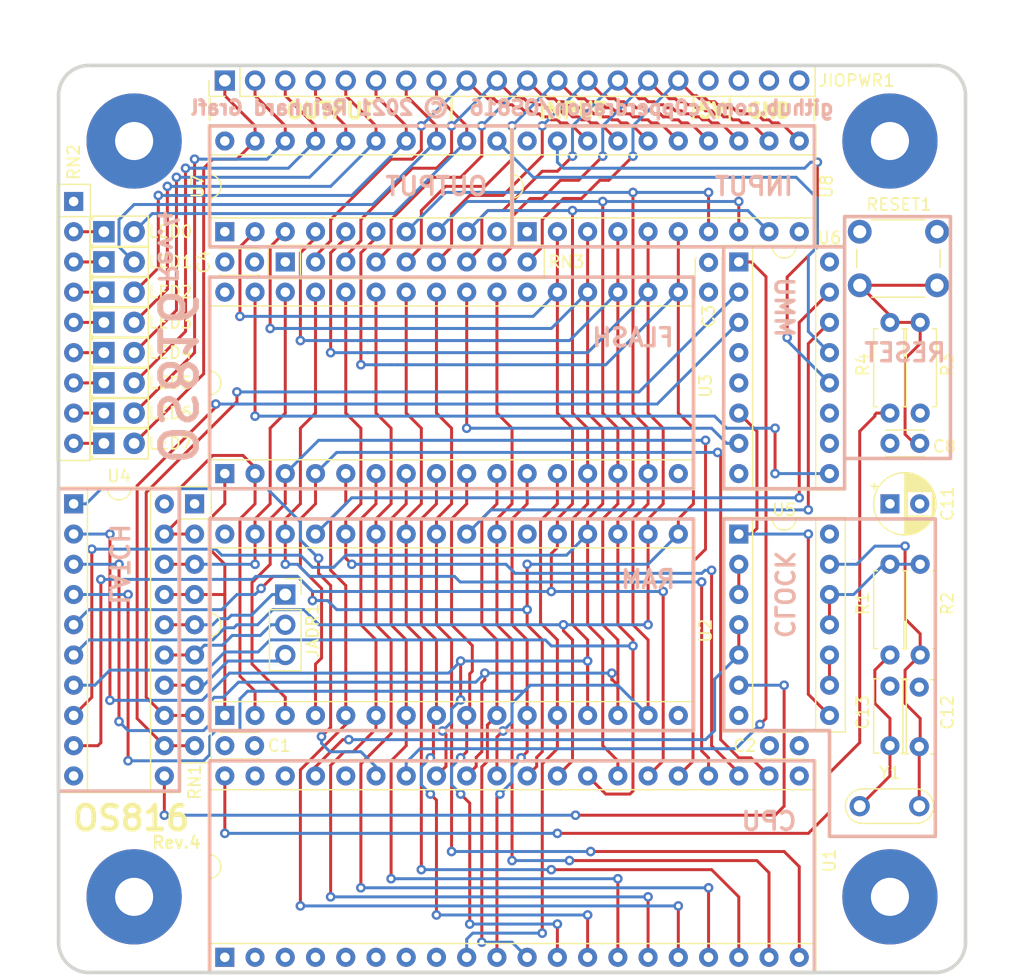
<source format=kicad_pcb>
(kicad_pcb (version 20171130) (host pcbnew "(5.0.0)")
  (title_block (title OS816) (date 25.09.2021) (rev 4))
  (layers (0 F.Cu signal) (1 In1.Cu power hide) (2 In2.Cu power hide) (31 B.Cu signal) (34 B.Paste user) (35 F.Paste user) (36 B.SilkS user) (37 F.SilkS user) (38 B.Mask user) (39 F.Mask user) (44 Edge.Cuts user))
  (net 0 "")
  (net 1 GND)
  (net 2 +5V)
  (net 3 /CLK)
  (net 4 /A18)
  (net 5 /A17)
  (net 6 /A16)
  (net 7 /A15)
  (net 8 /A14)
  (net 9 /A13)
  (net 10 /A12)
  (net 11 /A11)
  (net 12 /A10)
  (net 13 /A9)
  (net 14 /A8)
  (net 15 /A7)
  (net 16 /A6)
  (net 17 /A5)
  (net 18 /A4)
  (net 19 /A3)
  (net 20 /A2)
  (net 21 /A1)
  (net 22 /A0)
  (net 23 /D7)
  (net 24 /D6)
  (net 25 /D5)
  (net 26 /D4)
  (net 27 /D3)
  (net 28 /D2)
  (net 29 /D1)
  (net 30 /D0)
  (net 31 "Net-(R1-Pad1)")
  (net 32 "Net-(LED0-Pad1)")
  (net 33 "Net-(LED1-Pad1)")
  (net 34 "Net-(LED2-Pad1)")
  (net 35 "Net-(LED3-Pad1)")
  (net 36 "Net-(LED4-Pad1)")
  (net 37 "Net-(LED5-Pad1)")
  (net 38 "Net-(LED6-Pad1)")
  (net 39 "Net-(LED7-Pad1)")
  (net 40 /A19)
  (net 41 /A20)
  (net 42 /A21)
  (net 43 /A22)
  (net 44 /A23)
  (net 45 "Net-(U1-Pad1)")
  (net 46 "Net-(U1-Pad2)")
  (net 47 "Net-(U1-Pad5)")
  (net 48 "Net-(U1-Pad7)")
  (net 49 /RWB)
  (net 50 "Net-(U1-Pad38)")
  (net 51 "Net-(U1-Pad39)")
  (net 52 /RES)
  (net 53 /E)
  (net 54 /CLK#)
  (net 55 /IORD#)
  (net 56 /IOWR#)
  (net 57 /IN0)
  (net 58 /IN1)
  (net 59 /IN2)
  (net 60 /IN3)
  (net 61 /IN4)
  (net 62 /IN5)
  (net 63 /IN6)
  (net 64 /IN7)
  (net 65 /OUT0)
  (net 66 /OUT1)
  (net 67 /OUT2)
  (net 68 /OUT3)
  (net 69 /OUT4)
  (net 70 /OUT5)
  (net 71 /OUT6)
  (net 72 /OUT7)
  (net 73 "Net-(C12-Pad1)")
  (net 74 "Net-(C13-Pad1)")
  (net 75 /RAMRD#)
  (net 76 /RAMWR#)
  (net 77 /FLASHWR#)
  (net 78 /FLASHRD#)
  (net 79 /CLKFAST)
  (net 80 "Net-(C8-Pad2)")
  (net 81 "Net-(U5-Pad2)")
  (net 82 "Net-(U5-Pad10)")
  (net 83 /AUXRD#)
  (net 84 /AUXWR#)
  (module Package_DIP:DIP-14_W7.62mm_Socket (layer F.Cu) (at 142.24 86.36)
    (fp_text reference U5 (at 3.81 -2.032) (layer F.SilkS))
    (fp_text value 74HC04)
    (pad 1 thru_hole rect (at 0 0) (size 1.6 1.6) (drill 0.8) (layers *.Cu *.Mask) (net 79 /CLKFAST))
    (pad 8 thru_hole oval (at 7.62 15.24) (size 1.6 1.6) (drill 0.8) (layers *.Cu *.Mask) (net 79 /CLKFAST))
    (pad 2 thru_hole oval (at 0 2.54) (size 1.6 1.6) (drill 0.8) (layers *.Cu *.Mask) (net 81 "Net-(U5-Pad2)"))
    (pad 9 thru_hole oval (at 7.62 12.7) (size 1.6 1.6) (drill 0.8) (layers *.Cu *.Mask) (net 82 "Net-(U5-Pad10)"))
    (pad 3 thru_hole oval (at 0 5.08) (size 1.6 1.6) (drill 0.8) (layers *.Cu *.Mask) (net 81 "Net-(U5-Pad2)"))
    (pad 10 thru_hole oval (at 7.62 10.16) (size 1.6 1.6) (drill 0.8) (layers *.Cu *.Mask) (net 82 "Net-(U5-Pad10)"))
    (pad 4 thru_hole oval (at 0 7.62) (size 1.6 1.6) (drill 0.8) (layers *.Cu *.Mask) (net 3 /CLK))
    (pad 11 thru_hole oval (at 7.62 7.62) (size 1.6 1.6) (drill 0.8) (layers *.Cu *.Mask) (net 31 "Net-(R1-Pad1)"))
    (pad 5 thru_hole oval (at 0 10.16) (size 1.6 1.6) (drill 0.8) (layers *.Cu *.Mask) (net 3 /CLK))
    (pad 12 thru_hole oval (at 7.62 5.08) (size 1.6 1.6) (drill 0.8) (layers *.Cu *.Mask) (net 31 "Net-(R1-Pad1)"))
    (pad 6 thru_hole oval (at 0 12.7) (size 1.6 1.6) (drill 0.8) (layers *.Cu *.Mask) (net 54 /CLK#))
    (pad 13 thru_hole oval (at 7.62 2.54) (size 1.6 1.6) (drill 0.8) (layers *.Cu *.Mask) (net 73 "Net-(C12-Pad1)"))
    (pad 7 thru_hole oval (at 0 15.24) (size 1.6 1.6) (drill 0.8) (layers *.Cu *.Mask) (net 1 GND))
    (pad 14 thru_hole oval (at 7.62 0) (size 1.6 1.6) (drill 0.8) (layers *.Cu *.Mask) (net 2 +5V))
  )
  (module Package_DIP:DIP-40_W15.24mm_Socket (layer F.Cu) (at 99.06 121.92 90)
    (fp_text reference U1 (at 8.128 50.8 270) (layer F.SilkS))
    (fp_text value 65C816)
    (pad 1 thru_hole rect (at 0 0 90) (size 1.6 1.6) (drill 0.8) (layers *.Cu *.Mask) (net 45 "Net-(U1-Pad1)"))
    (pad 21 thru_hole oval (at 15.24 48.26 90) (size 1.6 1.6) (drill 0.8) (layers *.Cu *.Mask) (net 1 GND))
    (pad 2 thru_hole oval (at 0 2.54 90) (size 1.6 1.6) (drill 0.8) (layers *.Cu *.Mask) (net 46 "Net-(U1-Pad2)"))
    (pad 22 thru_hole oval (at 15.24 45.72 90) (size 1.6 1.6) (drill 0.8) (layers *.Cu *.Mask) (net 10 /A12))
    (pad 3 thru_hole oval (at 0 5.08 90) (size 1.6 1.6) (drill 0.8) (layers *.Cu *.Mask) (net 2 +5V))
    (pad 23 thru_hole oval (at 15.24 43.18 90) (size 1.6 1.6) (drill 0.8) (layers *.Cu *.Mask) (net 9 /A13))
    (pad 4 thru_hole oval (at 0 7.62 90) (size 1.6 1.6) (drill 0.8) (layers *.Cu *.Mask) (net 2 +5V))
    (pad 24 thru_hole oval (at 15.24 40.64 90) (size 1.6 1.6) (drill 0.8) (layers *.Cu *.Mask) (net 8 /A14))
    (pad 5 thru_hole oval (at 0 10.16 90) (size 1.6 1.6) (drill 0.8) (layers *.Cu *.Mask) (net 47 "Net-(U1-Pad5)"))
    (pad 25 thru_hole oval (at 15.24 38.1 90) (size 1.6 1.6) (drill 0.8) (layers *.Cu *.Mask) (net 7 /A15))
    (pad 6 thru_hole oval (at 0 12.7 90) (size 1.6 1.6) (drill 0.8) (layers *.Cu *.Mask) (net 2 +5V))
    (pad 26 thru_hole oval (at 15.24 35.56 90) (size 1.6 1.6) (drill 0.8) (layers *.Cu *.Mask) (net 23 /D7))
    (pad 7 thru_hole oval (at 0 15.24 90) (size 1.6 1.6) (drill 0.8) (layers *.Cu *.Mask) (net 48 "Net-(U1-Pad7)"))
    (pad 27 thru_hole oval (at 15.24 33.02 90) (size 1.6 1.6) (drill 0.8) (layers *.Cu *.Mask) (net 24 /D6))
    (pad 8 thru_hole oval (at 0 17.78 90) (size 1.6 1.6) (drill 0.8) (layers *.Cu *.Mask) (net 2 +5V))
    (pad 28 thru_hole oval (at 15.24 30.48 90) (size 1.6 1.6) (drill 0.8) (layers *.Cu *.Mask) (net 25 /D5))
    (pad 9 thru_hole oval (at 0 20.32 90) (size 1.6 1.6) (drill 0.8) (layers *.Cu *.Mask) (net 22 /A0))
    (pad 29 thru_hole oval (at 15.24 27.94 90) (size 1.6 1.6) (drill 0.8) (layers *.Cu *.Mask) (net 26 /D4))
    (pad 10 thru_hole oval (at 0 22.86 90) (size 1.6 1.6) (drill 0.8) (layers *.Cu *.Mask) (net 21 /A1))
    (pad 30 thru_hole oval (at 15.24 25.4 90) (size 1.6 1.6) (drill 0.8) (layers *.Cu *.Mask) (net 27 /D3))
    (pad 11 thru_hole oval (at 0 25.4 90) (size 1.6 1.6) (drill 0.8) (layers *.Cu *.Mask) (net 20 /A2))
    (pad 31 thru_hole oval (at 15.24 22.86 90) (size 1.6 1.6) (drill 0.8) (layers *.Cu *.Mask) (net 28 /D2))
    (pad 12 thru_hole oval (at 0 27.94 90) (size 1.6 1.6) (drill 0.8) (layers *.Cu *.Mask) (net 19 /A3))
    (pad 32 thru_hole oval (at 15.24 20.32 90) (size 1.6 1.6) (drill 0.8) (layers *.Cu *.Mask) (net 29 /D1))
    (pad 13 thru_hole oval (at 0 30.48 90) (size 1.6 1.6) (drill 0.8) (layers *.Cu *.Mask) (net 18 /A4))
    (pad 33 thru_hole oval (at 15.24 17.78 90) (size 1.6 1.6) (drill 0.8) (layers *.Cu *.Mask) (net 30 /D0))
    (pad 14 thru_hole oval (at 0 33.02 90) (size 1.6 1.6) (drill 0.8) (layers *.Cu *.Mask) (net 17 /A5))
    (pad 34 thru_hole oval (at 15.24 15.24 90) (size 1.6 1.6) (drill 0.8) (layers *.Cu *.Mask) (net 49 /RWB))
    (pad 15 thru_hole oval (at 0 35.56 90) (size 1.6 1.6) (drill 0.8) (layers *.Cu *.Mask) (net 16 /A6))
    (pad 35 thru_hole oval (at 15.24 12.7 90) (size 1.6 1.6) (drill 0.8) (layers *.Cu *.Mask) (net 53 /E))
    (pad 16 thru_hole oval (at 0 38.1 90) (size 1.6 1.6) (drill 0.8) (layers *.Cu *.Mask) (net 15 /A7))
    (pad 36 thru_hole oval (at 15.24 10.16 90) (size 1.6 1.6) (drill 0.8) (layers *.Cu *.Mask) (net 2 +5V))
    (pad 17 thru_hole oval (at 0 40.64 90) (size 1.6 1.6) (drill 0.8) (layers *.Cu *.Mask) (net 14 /A8))
    (pad 37 thru_hole oval (at 15.24 7.62 90) (size 1.6 1.6) (drill 0.8) (layers *.Cu *.Mask) (net 3 /CLK))
    (pad 18 thru_hole oval (at 0 43.18 90) (size 1.6 1.6) (drill 0.8) (layers *.Cu *.Mask) (net 13 /A9))
    (pad 38 thru_hole oval (at 15.24 5.08 90) (size 1.6 1.6) (drill 0.8) (layers *.Cu *.Mask) (net 50 "Net-(U1-Pad38)"))
    (pad 19 thru_hole oval (at 0 45.72 90) (size 1.6 1.6) (drill 0.8) (layers *.Cu *.Mask) (net 12 /A10))
    (pad 39 thru_hole oval (at 15.24 2.54 90) (size 1.6 1.6) (drill 0.8) (layers *.Cu *.Mask) (net 51 "Net-(U1-Pad39)"))
    (pad 20 thru_hole oval (at 0 48.26 90) (size 1.6 1.6) (drill 0.8) (layers *.Cu *.Mask) (net 11 /A11))
    (pad 40 thru_hole oval (at 15.24 0 90) (size 1.6 1.6) (drill 0.8) (layers *.Cu *.Mask) (net 52 /RES))
  )
  (module Package_DIP:DIP-20_W7.62mm_Socket (layer F.Cu) (at 124.46 60.96 90)
    (fp_text reference U8 (at 3.81 25.146 270) (layer F.SilkS))
    (fp_text value 74HC245)
    (pad 1 thru_hole rect (at 0 0 90) (size 1.6 1.6) (drill 0.8) (layers *.Cu *.Mask) (net 1 GND))
    (pad 11 thru_hole oval (at 7.62 22.86 90) (size 1.6 1.6) (drill 0.8) (layers *.Cu *.Mask) (net 57 /IN0))
    (pad 2 thru_hole oval (at 0 2.54 90) (size 1.6 1.6) (drill 0.8) (layers *.Cu *.Mask) (net 23 /D7))
    (pad 12 thru_hole oval (at 7.62 20.32 90) (size 1.6 1.6) (drill 0.8) (layers *.Cu *.Mask) (net 58 /IN1))
    (pad 3 thru_hole oval (at 0 5.08 90) (size 1.6 1.6) (drill 0.8) (layers *.Cu *.Mask) (net 24 /D6))
    (pad 13 thru_hole oval (at 7.62 17.78 90) (size 1.6 1.6) (drill 0.8) (layers *.Cu *.Mask) (net 59 /IN2))
    (pad 4 thru_hole oval (at 0 7.62 90) (size 1.6 1.6) (drill 0.8) (layers *.Cu *.Mask) (net 25 /D5))
    (pad 14 thru_hole oval (at 7.62 15.24 90) (size 1.6 1.6) (drill 0.8) (layers *.Cu *.Mask) (net 60 /IN3))
    (pad 5 thru_hole oval (at 0 10.16 90) (size 1.6 1.6) (drill 0.8) (layers *.Cu *.Mask) (net 26 /D4))
    (pad 15 thru_hole oval (at 7.62 12.7 90) (size 1.6 1.6) (drill 0.8) (layers *.Cu *.Mask) (net 61 /IN4))
    (pad 6 thru_hole oval (at 0 12.7 90) (size 1.6 1.6) (drill 0.8) (layers *.Cu *.Mask) (net 27 /D3))
    (pad 16 thru_hole oval (at 7.62 10.16 90) (size 1.6 1.6) (drill 0.8) (layers *.Cu *.Mask) (net 62 /IN5))
    (pad 7 thru_hole oval (at 0 15.24 90) (size 1.6 1.6) (drill 0.8) (layers *.Cu *.Mask) (net 28 /D2))
    (pad 17 thru_hole oval (at 7.62 7.62 90) (size 1.6 1.6) (drill 0.8) (layers *.Cu *.Mask) (net 63 /IN6))
    (pad 8 thru_hole oval (at 0 17.78 90) (size 1.6 1.6) (drill 0.8) (layers *.Cu *.Mask) (net 29 /D1))
    (pad 18 thru_hole oval (at 7.62 5.08 90) (size 1.6 1.6) (drill 0.8) (layers *.Cu *.Mask) (net 64 /IN7))
    (pad 9 thru_hole oval (at 0 20.32 90) (size 1.6 1.6) (drill 0.8) (layers *.Cu *.Mask) (net 30 /D0))
    (pad 19 thru_hole oval (at 7.62 2.54 90) (size 1.6 1.6) (drill 0.8) (layers *.Cu *.Mask) (net 55 /IORD#))
    (pad 10 thru_hole oval (at 0 22.86 90) (size 1.6 1.6) (drill 0.8) (layers *.Cu *.Mask) (net 1 GND))
    (pad 20 thru_hole oval (at 7.62 0 90) (size 1.6 1.6) (drill 0.8) (layers *.Cu *.Mask) (net 2 +5V))
  )
  (module Package_DIP:DIP-32_W15.24mm_Socket (layer F.Cu) (at 99.06 101.6 90)
    (fp_text reference U2 (at 7.112 40.386 270) (layer F.SilkS))
    (fp_text value AS6C4008)
    (pad 32 thru_hole oval (at 15.24 0 90) (size 1.6 1.6) (drill 0.8) (layers *.Cu *.Mask) (net 2 +5V))
    (pad 16 thru_hole oval (at 0 38.1 90) (size 1.6 1.6) (drill 0.8) (layers *.Cu *.Mask) (net 1 GND))
    (pad 31 thru_hole oval (at 15.24 2.54 90) (size 1.6 1.6) (drill 0.8) (layers *.Cu *.Mask) (net 5 /A17))
    (pad 15 thru_hole oval (at 0 35.56 90) (size 1.6 1.6) (drill 0.8) (layers *.Cu *.Mask) (net 28 /D2))
    (pad 30 thru_hole oval (at 15.24 5.08 90) (size 1.6 1.6) (drill 0.8) (layers *.Cu *.Mask) (net 8 /A14))
    (pad 14 thru_hole oval (at 0 33.02 90) (size 1.6 1.6) (drill 0.8) (layers *.Cu *.Mask) (net 29 /D1))
    (pad 29 thru_hole oval (at 15.24 7.62 90) (size 1.6 1.6) (drill 0.8) (layers *.Cu *.Mask) (net 76 /RAMWR#))
    (pad 13 thru_hole oval (at 0 30.48 90) (size 1.6 1.6) (drill 0.8) (layers *.Cu *.Mask) (net 30 /D0))
    (pad 28 thru_hole oval (at 15.24 10.16 90) (size 1.6 1.6) (drill 0.8) (layers *.Cu *.Mask) (net 9 /A13))
    (pad 12 thru_hole oval (at 0 27.94 90) (size 1.6 1.6) (drill 0.8) (layers *.Cu *.Mask) (net 22 /A0))
    (pad 27 thru_hole oval (at 15.24 12.7 90) (size 1.6 1.6) (drill 0.8) (layers *.Cu *.Mask) (net 14 /A8))
    (pad 11 thru_hole oval (at 0 25.4 90) (size 1.6 1.6) (drill 0.8) (layers *.Cu *.Mask) (net 21 /A1))
    (pad 26 thru_hole oval (at 15.24 15.24 90) (size 1.6 1.6) (drill 0.8) (layers *.Cu *.Mask) (net 13 /A9))
    (pad 10 thru_hole oval (at 0 22.86 90) (size 1.6 1.6) (drill 0.8) (layers *.Cu *.Mask) (net 20 /A2))
    (pad 25 thru_hole oval (at 15.24 17.78 90) (size 1.6 1.6) (drill 0.8) (layers *.Cu *.Mask) (net 11 /A11))
    (pad 9 thru_hole oval (at 0 20.32 90) (size 1.6 1.6) (drill 0.8) (layers *.Cu *.Mask) (net 19 /A3))
    (pad 24 thru_hole oval (at 15.24 20.32 90) (size 1.6 1.6) (drill 0.8) (layers *.Cu *.Mask) (net 75 /RAMRD#))
    (pad 8 thru_hole oval (at 0 17.78 90) (size 1.6 1.6) (drill 0.8) (layers *.Cu *.Mask) (net 18 /A4))
    (pad 23 thru_hole oval (at 15.24 22.86 90) (size 1.6 1.6) (drill 0.8) (layers *.Cu *.Mask) (net 12 /A10))
    (pad 7 thru_hole oval (at 0 15.24 90) (size 1.6 1.6) (drill 0.8) (layers *.Cu *.Mask) (net 17 /A5))
    (pad 22 thru_hole oval (at 15.24 25.4 90) (size 1.6 1.6) (drill 0.8) (layers *.Cu *.Mask) (net 1 GND))
    (pad 6 thru_hole oval (at 0 12.7 90) (size 1.6 1.6) (drill 0.8) (layers *.Cu *.Mask) (net 16 /A6))
    (pad 21 thru_hole oval (at 15.24 27.94 90) (size 1.6 1.6) (drill 0.8) (layers *.Cu *.Mask) (net 23 /D7))
    (pad 5 thru_hole oval (at 0 10.16 90) (size 1.6 1.6) (drill 0.8) (layers *.Cu *.Mask) (net 15 /A7))
    (pad 20 thru_hole oval (at 15.24 30.48 90) (size 1.6 1.6) (drill 0.8) (layers *.Cu *.Mask) (net 24 /D6))
    (pad 4 thru_hole oval (at 0 7.62 90) (size 1.6 1.6) (drill 0.8) (layers *.Cu *.Mask) (net 10 /A12))
    (pad 19 thru_hole oval (at 15.24 33.02 90) (size 1.6 1.6) (drill 0.8) (layers *.Cu *.Mask) (net 25 /D5))
    (pad 3 thru_hole oval (at 0 5.08 90) (size 1.6 1.6) (drill 0.8) (layers *.Cu *.Mask) (net 7 /A15))
    (pad 18 thru_hole oval (at 15.24 35.56 90) (size 1.6 1.6) (drill 0.8) (layers *.Cu *.Mask) (net 26 /D4))
    (pad 2 thru_hole oval (at 0 2.54 90) (size 1.6 1.6) (drill 0.8) (layers *.Cu *.Mask) (net 6 /A16))
    (pad 17 thru_hole oval (at 15.24 38.1 90) (size 1.6 1.6) (drill 0.8) (layers *.Cu *.Mask) (net 27 /D3))
    (pad 1 thru_hole rect (at 0 0 90) (size 1.6 1.6) (drill 0.8) (layers *.Cu *.Mask) (net 4 /A18))
  )
  (module Capacitor_THT:C_Disc_D3.0mm_W2.0mm_P2.50mm (layer F.Cu) (at 99.06 63.5)
    (fp_text reference C4 (at -1.778 0 90) (layer F.SilkS))
    (fp_text value 100nF)
    (pad 2 thru_hole circle (at 2.5 0) (size 1.6 1.6) (drill 0.8) (layers *.Cu *.Mask) (net 1 GND))
    (pad 1 thru_hole circle (at 0 0) (size 1.6 1.6) (drill 0.8) (layers *.Cu *.Mask) (net 2 +5V))
  )
  (module Capacitor_THT:C_Disc_D3.0mm_W2.0mm_P2.50mm (layer F.Cu) (at 154.94 78.74)
    (fp_text reference C8 (at 4.572 0.254) (layer F.SilkS))
    (fp_text value 1uF)
    (pad 1 thru_hole circle (at 0 0) (size 1.6 1.6) (drill 0.8) (layers *.Cu *.Mask) (net 1 GND))
    (pad 2 thru_hole circle (at 2.5 0) (size 1.6 1.6) (drill 0.8) (layers *.Cu *.Mask) (net 80 "Net-(C8-Pad2)"))
  )
  (module LED_THT:LED_D2.0mm_W4.8mm_H2.5mm_FlatTop (layer F.Cu) (at 88.9 60.96)
    (fp_text reference LED0 (at 5.588 0) (layer F.SilkS))
    (fp_text value LED_Small)
    (pad 2 thru_hole circle (at 2.54 0) (size 1.8 1.8) (drill 0.9) (layers *.Cu *.Mask) (net 65 /OUT0))
    (pad 1 thru_hole rect (at 0 0) (size 1.8 1.8) (drill 0.9) (layers *.Cu *.Mask) (net 32 "Net-(LED0-Pad1)"))
  )
  (module MountingHole:MountingHole_3.2mm_M3_Pad (layer F.Cu) (at 154.94 116.84)
    (fp_text reference REF** hide)
    (fp_text value MountingHole_3.2mm_M3_Pad)
    (pad 1 thru_hole circle (at 0 0) (size 8 8) (drill 3.2) (layers *.Cu *.Mask))
  )
  (module Resistor_THT:R_Axial_DIN0207_L6.3mm_D2.5mm_P7.62mm_Horizontal (layer F.Cu) (at 157.48 76.2 90)
    (fp_text reference R3 (at 4.064 2.286 90) (layer F.SilkS))
    (fp_text value 10k)
    (pad 2 thru_hole oval (at 7.62 0 90) (size 1.6 1.6) (drill 0.8) (layers *.Cu *.Mask) (net 80 "Net-(C8-Pad2)"))
    (pad 1 thru_hole circle (at 0 0 90) (size 1.6 1.6) (drill 0.8) (layers *.Cu *.Mask) (net 2 +5V))
  )
  (module Button_Switch_THT:SW_PUSH_6mm_H4.3mm (layer F.Cu) (at 152.4 60.96)
    (fp_text reference RESET1 (at 3.302 -2.286 180) (layer F.SilkS))
    (fp_text value SW_Push)
    (pad 2 thru_hole circle (at 0 4.5 90) (size 2 2) (drill 1.1) (layers *.Cu *.Mask) (net 80 "Net-(C8-Pad2)"))
    (pad 1 thru_hole circle (at 0 0 90) (size 2 2) (drill 1.1) (layers *.Cu *.Mask) (net 1 GND))
    (pad 2 thru_hole circle (at 6.5 4.5 90) (size 2 2) (drill 1.1) (layers *.Cu *.Mask) (net 80 "Net-(C8-Pad2)"))
    (pad 1 thru_hole circle (at 6.5 0 90) (size 2 2) (drill 1.1) (layers *.Cu *.Mask) (net 1 GND))
  )
  (module MountingHole:MountingHole_3.2mm_M3_Pad (layer F.Cu) (at 91.44 116.84)
    (fp_text reference REF** hide)
    (fp_text value MountingHole_3.2mm_M3_Pad)
    (pad 1 thru_hole circle (at 0 0) (size 8 8) (drill 3.2) (layers *.Cu *.Mask))
  )
  (module MountingHole:MountingHole_3.2mm_M3_Pad (layer F.Cu) (at 154.94 53.34)
    (fp_text reference REF** hide)
    (fp_text value MountingHole_3.2mm_M3_Pad)
    (pad 1 thru_hole circle (at 0 0) (size 8 8) (drill 3.2) (layers *.Cu *.Mask))
  )
  (module Resistor_THT:R_Array_SIP9 (layer F.Cu) (at 96.52 83.82 270)
    (fp_text reference RN1 (at 23.368 0 270) (layer F.SilkS))
    (fp_text value 10k)
    (pad 1 thru_hole rect (at 0 0 270) (size 1.6 1.6) (drill 0.8) (layers *.Cu *.Mask) (net 2 +5V))
    (pad 2 thru_hole oval (at 2.54 0 270) (size 1.6 1.6) (drill 0.8) (layers *.Cu *.Mask) (net 6 /A16))
    (pad 3 thru_hole oval (at 5.08 0 270) (size 1.6 1.6) (drill 0.8) (layers *.Cu *.Mask) (net 5 /A17))
    (pad 4 thru_hole oval (at 7.62 0 270) (size 1.6 1.6) (drill 0.8) (layers *.Cu *.Mask) (net 4 /A18))
    (pad 5 thru_hole oval (at 10.16 0 270) (size 1.6 1.6) (drill 0.8) (layers *.Cu *.Mask) (net 40 /A19))
    (pad 6 thru_hole oval (at 12.7 0 270) (size 1.6 1.6) (drill 0.8) (layers *.Cu *.Mask) (net 41 /A20))
    (pad 7 thru_hole oval (at 15.24 0 270) (size 1.6 1.6) (drill 0.8) (layers *.Cu *.Mask) (net 42 /A21))
    (pad 8 thru_hole oval (at 17.78 0 270) (size 1.6 1.6) (drill 0.8) (layers *.Cu *.Mask) (net 43 /A22))
    (pad 9 thru_hole oval (at 20.32 0 270) (size 1.6 1.6) (drill 0.8) (layers *.Cu *.Mask) (net 44 /A23))
  )
  (module Capacitor_THT:C_Disc_D3.0mm_W2.0mm_P2.50mm (layer F.Cu) (at 99.06 104.14)
    (fp_text reference C1 (at 4.572 0) (layer F.SilkS))
    (fp_text value 100nF)
    (pad 2 thru_hole circle (at 2.5 0) (size 1.6 1.6) (drill 0.8) (layers *.Cu *.Mask) (net 1 GND))
    (pad 1 thru_hole circle (at 0 0) (size 1.6 1.6) (drill 0.8) (layers *.Cu *.Mask) (net 2 +5V))
  )
  (module Resistor_THT:R_Axial_DIN0207_L6.3mm_D2.5mm_P7.62mm_Horizontal (layer F.Cu) (at 154.94 88.9 270)
    (fp_text reference R1 (at 3.302 2.286 270) (layer F.SilkS))
    (fp_text value 1k)
    (pad 2 thru_hole oval (at 7.62 0 270) (size 1.6 1.6) (drill 0.8) (layers *.Cu *.Mask) (net 74 "Net-(C13-Pad1)"))
    (pad 1 thru_hole circle (at 0 0 270) (size 1.6 1.6) (drill 0.8) (layers *.Cu *.Mask) (net 31 "Net-(R1-Pad1)"))
  )
  (module Resistor_THT:R_Axial_DIN0207_L6.3mm_D2.5mm_P7.62mm_Horizontal (layer F.Cu) (at 157.48 96.52 90)
    (fp_text reference R2 (at 4.318 2.286 90) (layer F.SilkS))
    (fp_text value 1M)
    (pad 1 thru_hole circle (at 0 0 90) (size 1.6 1.6) (drill 0.8) (layers *.Cu *.Mask) (net 73 "Net-(C12-Pad1)"))
    (pad 2 thru_hole oval (at 7.62 0 90) (size 1.6 1.6) (drill 0.8) (layers *.Cu *.Mask) (net 31 "Net-(R1-Pad1)"))
  )
  (module Resistor_THT:R_Axial_DIN0207_L6.3mm_D2.5mm_P7.62mm_Horizontal (layer F.Cu) (at 154.94 76.2 90)
    (fp_text reference R4 (at 4.064 -2.286 270) (layer F.SilkS))
    (fp_text value 10k)
    (pad 1 thru_hole circle (at 0 0 90) (size 1.6 1.6) (drill 0.8) (layers *.Cu *.Mask) (net 52 /RES))
    (pad 2 thru_hole oval (at 7.62 0 90) (size 1.6 1.6) (drill 0.8) (layers *.Cu *.Mask) (net 80 "Net-(C8-Pad2)"))
  )
  (module Resistor_THT:R_Array_SIP9 (layer F.Cu) (at 86.36 58.42 270)
    (fp_text reference RN2 (at -3.302 0 270) (layer F.SilkS))
    (fp_text value 1k)
    (pad 1 thru_hole rect (at 0 0 270) (size 1.6 1.6) (drill 0.8) (layers *.Cu *.Mask) (net 1 GND))
    (pad 2 thru_hole oval (at 2.54 0 270) (size 1.6 1.6) (drill 0.8) (layers *.Cu *.Mask) (net 32 "Net-(LED0-Pad1)"))
    (pad 3 thru_hole oval (at 5.08 0 270) (size 1.6 1.6) (drill 0.8) (layers *.Cu *.Mask) (net 33 "Net-(LED1-Pad1)"))
    (pad 4 thru_hole oval (at 7.62 0 270) (size 1.6 1.6) (drill 0.8) (layers *.Cu *.Mask) (net 34 "Net-(LED2-Pad1)"))
    (pad 5 thru_hole oval (at 10.16 0 270) (size 1.6 1.6) (drill 0.8) (layers *.Cu *.Mask) (net 35 "Net-(LED3-Pad1)"))
    (pad 6 thru_hole oval (at 12.7 0 270) (size 1.6 1.6) (drill 0.8) (layers *.Cu *.Mask) (net 36 "Net-(LED4-Pad1)"))
    (pad 7 thru_hole oval (at 15.24 0 270) (size 1.6 1.6) (drill 0.8) (layers *.Cu *.Mask) (net 37 "Net-(LED5-Pad1)"))
    (pad 8 thru_hole oval (at 17.78 0 270) (size 1.6 1.6) (drill 0.8) (layers *.Cu *.Mask) (net 38 "Net-(LED6-Pad1)"))
    (pad 9 thru_hole oval (at 20.32 0 270) (size 1.6 1.6) (drill 0.8) (layers *.Cu *.Mask) (net 39 "Net-(LED7-Pad1)"))
  )
  (module Resistor_THT:R_Array_SIP9 (layer F.Cu) (at 104.14 63.5)
    (fp_text reference RN3 (at 23.622 0) (layer F.SilkS))
    (fp_text value 10k)
    (pad 9 thru_hole oval (at 20.32 0) (size 1.6 1.6) (drill 0.8) (layers *.Cu *.Mask) (net 57 /IN0))
    (pad 8 thru_hole oval (at 17.78 0) (size 1.6 1.6) (drill 0.8) (layers *.Cu *.Mask) (net 58 /IN1))
    (pad 7 thru_hole oval (at 15.24 0) (size 1.6 1.6) (drill 0.8) (layers *.Cu *.Mask) (net 59 /IN2))
    (pad 6 thru_hole oval (at 12.7 0) (size 1.6 1.6) (drill 0.8) (layers *.Cu *.Mask) (net 60 /IN3))
    (pad 5 thru_hole oval (at 10.16 0) (size 1.6 1.6) (drill 0.8) (layers *.Cu *.Mask) (net 61 /IN4))
    (pad 4 thru_hole oval (at 7.62 0) (size 1.6 1.6) (drill 0.8) (layers *.Cu *.Mask) (net 62 /IN5))
    (pad 3 thru_hole oval (at 5.08 0) (size 1.6 1.6) (drill 0.8) (layers *.Cu *.Mask) (net 63 /IN6))
    (pad 2 thru_hole oval (at 2.54 0) (size 1.6 1.6) (drill 0.8) (layers *.Cu *.Mask) (net 64 /IN7))
    (pad 1 thru_hole rect (at 0 0) (size 1.6 1.6) (drill 0.8) (layers *.Cu *.Mask) (net 2 +5V))
  )
  (module Crystal:Resonator-2Pin_W7.0mm_H2.5mm (layer F.Cu) (at 157.4 109.22 180)
    (fp_text reference Y1 (at 2.46 2.794 180) (layer F.SilkS))
    (fp_text value 10MHz)
    (pad 1 thru_hole circle (at 0 0 180) (size 1.7 1.7) (drill 1) (layers *.Cu *.Mask) (net 73 "Net-(C12-Pad1)"))
    (pad 2 thru_hole circle (at 5 0 180) (size 1.7 1.7) (drill 1) (layers *.Cu *.Mask) (net 74 "Net-(C13-Pad1)"))
  )
  (module LED_THT:LED_D2.0mm_W4.8mm_H2.5mm_FlatTop (layer F.Cu) (at 88.9 63.5)
    (fp_text reference LED1 (at 5.588 0) (layer F.SilkS))
    (fp_text value LED_Small)
    (pad 2 thru_hole circle (at 2.54 0) (size 1.8 1.8) (drill 0.9) (layers *.Cu *.Mask) (net 66 /OUT1))
    (pad 1 thru_hole rect (at 0 0) (size 1.8 1.8) (drill 0.9) (layers *.Cu *.Mask) (net 33 "Net-(LED1-Pad1)"))
  )
  (module LED_THT:LED_D2.0mm_W4.8mm_H2.5mm_FlatTop (layer F.Cu) (at 88.9 66.04)
    (fp_text reference LED2 (at 5.588 0) (layer F.SilkS))
    (fp_text value LED_Small)
    (pad 1 thru_hole rect (at 0 0) (size 1.8 1.8) (drill 0.9) (layers *.Cu *.Mask) (net 34 "Net-(LED2-Pad1)"))
    (pad 2 thru_hole circle (at 2.54 0) (size 1.8 1.8) (drill 0.9) (layers *.Cu *.Mask) (net 67 /OUT2))
  )
  (module LED_THT:LED_D2.0mm_W4.8mm_H2.5mm_FlatTop (layer F.Cu) (at 88.9 68.58)
    (fp_text reference LED3 (at 5.588 0) (layer F.SilkS))
    (fp_text value LED_Small)
    (pad 1 thru_hole rect (at 0 0) (size 1.8 1.8) (drill 0.9) (layers *.Cu *.Mask) (net 35 "Net-(LED3-Pad1)"))
    (pad 2 thru_hole circle (at 2.54 0) (size 1.8 1.8) (drill 0.9) (layers *.Cu *.Mask) (net 68 /OUT3))
  )
  (module LED_THT:LED_D2.0mm_W4.8mm_H2.5mm_FlatTop (layer F.Cu) (at 88.9 71.12)
    (fp_text reference LED4 (at 5.588 0) (layer F.SilkS))
    (fp_text value LED_Small)
    (pad 1 thru_hole rect (at 0 0) (size 1.8 1.8) (drill 0.9) (layers *.Cu *.Mask) (net 36 "Net-(LED4-Pad1)"))
    (pad 2 thru_hole circle (at 2.54 0) (size 1.8 1.8) (drill 0.9) (layers *.Cu *.Mask) (net 69 /OUT4))
  )
  (module LED_THT:LED_D2.0mm_W4.8mm_H2.5mm_FlatTop (layer F.Cu) (at 88.9 73.66)
    (fp_text reference LED5 (at 5.588 0) (layer F.SilkS))
    (fp_text value LED_Small)
    (pad 2 thru_hole circle (at 2.54 0) (size 1.8 1.8) (drill 0.9) (layers *.Cu *.Mask) (net 70 /OUT5))
    (pad 1 thru_hole rect (at 0 0) (size 1.8 1.8) (drill 0.9) (layers *.Cu *.Mask) (net 37 "Net-(LED5-Pad1)"))
  )
  (module LED_THT:LED_D2.0mm_W4.8mm_H2.5mm_FlatTop (layer F.Cu) (at 88.9 76.2)
    (fp_text reference LED6 (at 5.588 0) (layer F.SilkS))
    (fp_text value LED_Small)
    (pad 2 thru_hole circle (at 2.54 0) (size 1.8 1.8) (drill 0.9) (layers *.Cu *.Mask) (net 71 /OUT6))
    (pad 1 thru_hole rect (at 0 0) (size 1.8 1.8) (drill 0.9) (layers *.Cu *.Mask) (net 38 "Net-(LED6-Pad1)"))
  )
  (module LED_THT:LED_D2.0mm_W4.8mm_H2.5mm_FlatTop (layer F.Cu) (at 88.9 78.74)
    (fp_text reference LED7 (at 5.588 0) (layer F.SilkS))
    (fp_text value LED_Small)
    (pad 1 thru_hole rect (at 0 0) (size 1.8 1.8) (drill 0.9) (layers *.Cu *.Mask) (net 39 "Net-(LED7-Pad1)"))
    (pad 2 thru_hole circle (at 2.54 0) (size 1.8 1.8) (drill 0.9) (layers *.Cu *.Mask) (net 72 /OUT7))
  )
  (module MountingHole:MountingHole_3.2mm_M3_Pad (layer F.Cu) (at 91.44 53.34 90)
    (fp_text reference REF** hide)
    (fp_text value MountingHole_3.2mm_M3_Pad)
    (pad 1 thru_hole circle (at 0 0 90) (size 8 8) (drill 3.2) (layers *.Cu *.Mask))
  )
  (module Connector_PinHeader_2.54mm:PinHeader_1x20_P2.54mm_Vertical (layer F.Cu) (at 99.06 48.26 90)
    (fp_text reference JIOPWR1 (at 0 53.086) (layer F.SilkS))
    (fp_text value Conn_01x20_Male)
    (pad 1 thru_hole rect (at 0 0 90) (size 1.7 1.7) (drill 1) (layers *.Cu *.Mask) (net 72 /OUT7))
    (pad 2 thru_hole oval (at 0 2.54 90) (size 1.7 1.7) (drill 1) (layers *.Cu *.Mask) (net 71 /OUT6))
    (pad 3 thru_hole oval (at 0 5.08 90) (size 1.7 1.7) (drill 1) (layers *.Cu *.Mask) (net 70 /OUT5))
    (pad 4 thru_hole oval (at 0 7.62 90) (size 1.7 1.7) (drill 1) (layers *.Cu *.Mask) (net 69 /OUT4))
    (pad 5 thru_hole oval (at 0 10.16 90) (size 1.7 1.7) (drill 1) (layers *.Cu *.Mask) (net 68 /OUT3))
    (pad 6 thru_hole oval (at 0 12.7 90) (size 1.7 1.7) (drill 1) (layers *.Cu *.Mask) (net 67 /OUT2))
    (pad 7 thru_hole oval (at 0 15.24 90) (size 1.7 1.7) (drill 1) (layers *.Cu *.Mask) (net 66 /OUT1))
    (pad 8 thru_hole oval (at 0 17.78 90) (size 1.7 1.7) (drill 1) (layers *.Cu *.Mask) (net 65 /OUT0))
    (pad 9 thru_hole oval (at 0 20.32 90) (size 1.7 1.7) (drill 1) (layers *.Cu *.Mask) (net 64 /IN7))
    (pad 10 thru_hole oval (at 0 22.86 90) (size 1.7 1.7) (drill 1) (layers *.Cu *.Mask) (net 63 /IN6))
    (pad 11 thru_hole oval (at 0 25.4 90) (size 1.7 1.7) (drill 1) (layers *.Cu *.Mask) (net 62 /IN5))
    (pad 12 thru_hole oval (at 0 27.94 90) (size 1.7 1.7) (drill 1) (layers *.Cu *.Mask) (net 61 /IN4))
    (pad 13 thru_hole oval (at 0 30.48 90) (size 1.7 1.7) (drill 1) (layers *.Cu *.Mask) (net 60 /IN3))
    (pad 14 thru_hole oval (at 0 33.02 90) (size 1.7 1.7) (drill 1) (layers *.Cu *.Mask) (net 59 /IN2))
    (pad 15 thru_hole oval (at 0 35.56 90) (size 1.7 1.7) (drill 1) (layers *.Cu *.Mask) (net 58 /IN1))
    (pad 16 thru_hole oval (at 0 38.1 90) (size 1.7 1.7) (drill 1) (layers *.Cu *.Mask) (net 57 /IN0))
    (pad 17 thru_hole oval (at 0 40.64 90) (size 1.7 1.7) (drill 1) (layers *.Cu *.Mask) (net 2 +5V))
    (pad 18 thru_hole oval (at 0 43.18 90) (size 1.7 1.7) (drill 1) (layers *.Cu *.Mask) (net 1 GND))
    (pad 19 thru_hole oval (at 0 45.72 90) (size 1.7 1.7) (drill 1) (layers *.Cu *.Mask) (net 1 GND))
    (pad 20 thru_hole oval (at 0 48.26 90) (size 1.7 1.7) (drill 1) (layers *.Cu *.Mask) (net 1 GND))
  )
  (module Capacitor_THT:C_Disc_D3.0mm_W2.0mm_P2.50mm (layer F.Cu) (at 147.32 104.14 180)
    (fp_text reference C2 (at 4.572 0 180) (layer F.SilkS))
    (fp_text value 100nF)
    (pad 1 thru_hole circle (at 0 0 180) (size 1.6 1.6) (drill 0.8) (layers *.Cu *.Mask) (net 2 +5V))
    (pad 2 thru_hole circle (at 2.5 0 180) (size 1.6 1.6) (drill 0.8) (layers *.Cu *.Mask) (net 1 GND))
  )
  (module Capacitor_THT:C_Disc_D3.0mm_W2.0mm_P2.50mm (layer F.Cu) (at 139.7 63.54 270)
    (fp_text reference C3 (at 4.532 0 90) (layer F.SilkS))
    (fp_text value 100nF)
    (pad 2 thru_hole circle (at 2.5 0 270) (size 1.6 1.6) (drill 0.8) (layers *.Cu *.Mask) (net 1 GND))
    (pad 1 thru_hole circle (at 0 0 270) (size 1.6 1.6) (drill 0.8) (layers *.Cu *.Mask) (net 2 +5V))
  )
  (module Capacitor_THT:CP_Radial_D5.0mm_P2.50mm (layer F.Cu) (at 154.94 83.82)
    (fp_text reference C11 (at 4.826 0 90) (layer F.SilkS))
    (fp_text value 100uF)
    (pad 1 thru_hole rect (at 0 0) (size 1.6 1.6) (drill 0.8) (layers *.Cu *.Mask) (net 2 +5V))
    (pad 2 thru_hole circle (at 2.5 0) (size 1.6 1.6) (drill 0.8) (layers *.Cu *.Mask) (net 1 GND))
  )
  (module Capacitor_THT:C_Disc_D6.0mm_W2.5mm_P5.00mm (layer F.Cu) (at 157.4 104.22 90)
    (fp_text reference C12 (at 2.874 2.366 90) (layer F.SilkS))
    (fp_text value 33pF)
    (pad 1 thru_hole circle (at 0 0 90) (size 1.6 1.6) (drill 0.8) (layers *.Cu *.Mask) (net 73 "Net-(C12-Pad1)"))
    (pad 2 thru_hole circle (at 5 0 90) (size 1.6 1.6) (drill 0.8) (layers *.Cu *.Mask) (net 1 GND))
  )
  (module Capacitor_THT:C_Disc_D6.0mm_W2.5mm_P5.00mm (layer F.Cu) (at 154.94 104.14 90)
    (fp_text reference C13 (at 2.794 -2.286 90) (layer F.SilkS))
    (fp_text value 33pF)
    (pad 2 thru_hole circle (at 5 0 90) (size 1.6 1.6) (drill 0.8) (layers *.Cu *.Mask) (net 1 GND))
    (pad 1 thru_hole circle (at 0 0 90) (size 1.6 1.6) (drill 0.8) (layers *.Cu *.Mask) (net 74 "Net-(C13-Pad1)"))
  )
  (module Package_DIP:DIP-32_W15.24mm_Socket (layer F.Cu) (at 99.06 81.28 90)
    (fp_text reference U3 (at 7.366 40.386 90) (layer F.SilkS))
    (fp_text value SST39SF040)
    (pad 1 thru_hole rect (at 0 0 90) (size 1.6 1.6) (drill 0.8) (layers *.Cu *.Mask) (net 4 /A18))
    (pad 17 thru_hole oval (at 15.24 38.1 90) (size 1.6 1.6) (drill 0.8) (layers *.Cu *.Mask) (net 27 /D3))
    (pad 2 thru_hole oval (at 0 2.54 90) (size 1.6 1.6) (drill 0.8) (layers *.Cu *.Mask) (net 6 /A16))
    (pad 18 thru_hole oval (at 15.24 35.56 90) (size 1.6 1.6) (drill 0.8) (layers *.Cu *.Mask) (net 26 /D4))
    (pad 3 thru_hole oval (at 0 5.08 90) (size 1.6 1.6) (drill 0.8) (layers *.Cu *.Mask) (net 7 /A15))
    (pad 19 thru_hole oval (at 15.24 33.02 90) (size 1.6 1.6) (drill 0.8) (layers *.Cu *.Mask) (net 25 /D5))
    (pad 4 thru_hole oval (at 0 7.62 90) (size 1.6 1.6) (drill 0.8) (layers *.Cu *.Mask) (net 10 /A12))
    (pad 20 thru_hole oval (at 15.24 30.48 90) (size 1.6 1.6) (drill 0.8) (layers *.Cu *.Mask) (net 24 /D6))
    (pad 5 thru_hole oval (at 0 10.16 90) (size 1.6 1.6) (drill 0.8) (layers *.Cu *.Mask) (net 15 /A7))
    (pad 21 thru_hole oval (at 15.24 27.94 90) (size 1.6 1.6) (drill 0.8) (layers *.Cu *.Mask) (net 23 /D7))
    (pad 6 thru_hole oval (at 0 12.7 90) (size 1.6 1.6) (drill 0.8) (layers *.Cu *.Mask) (net 16 /A6))
    (pad 22 thru_hole oval (at 15.24 25.4 90) (size 1.6 1.6) (drill 0.8) (layers *.Cu *.Mask) (net 1 GND))
    (pad 7 thru_hole oval (at 0 15.24 90) (size 1.6 1.6) (drill 0.8) (layers *.Cu *.Mask) (net 17 /A5))
    (pad 23 thru_hole oval (at 15.24 22.86 90) (size 1.6 1.6) (drill 0.8) (layers *.Cu *.Mask) (net 12 /A10))
    (pad 8 thru_hole oval (at 0 17.78 90) (size 1.6 1.6) (drill 0.8) (layers *.Cu *.Mask) (net 18 /A4))
    (pad 24 thru_hole oval (at 15.24 20.32 90) (size 1.6 1.6) (drill 0.8) (layers *.Cu *.Mask) (net 78 /FLASHRD#))
    (pad 9 thru_hole oval (at 0 20.32 90) (size 1.6 1.6) (drill 0.8) (layers *.Cu *.Mask) (net 19 /A3))
    (pad 25 thru_hole oval (at 15.24 17.78 90) (size 1.6 1.6) (drill 0.8) (layers *.Cu *.Mask) (net 11 /A11))
    (pad 10 thru_hole oval (at 0 22.86 90) (size 1.6 1.6) (drill 0.8) (layers *.Cu *.Mask) (net 20 /A2))
    (pad 26 thru_hole oval (at 15.24 15.24 90) (size 1.6 1.6) (drill 0.8) (layers *.Cu *.Mask) (net 13 /A9))
    (pad 11 thru_hole oval (at 0 25.4 90) (size 1.6 1.6) (drill 0.8) (layers *.Cu *.Mask) (net 21 /A1))
    (pad 27 thru_hole oval (at 15.24 12.7 90) (size 1.6 1.6) (drill 0.8) (layers *.Cu *.Mask) (net 14 /A8))
    (pad 12 thru_hole oval (at 0 27.94 90) (size 1.6 1.6) (drill 0.8) (layers *.Cu *.Mask) (net 22 /A0))
    (pad 28 thru_hole oval (at 15.24 10.16 90) (size 1.6 1.6) (drill 0.8) (layers *.Cu *.Mask) (net 9 /A13))
    (pad 13 thru_hole oval (at 0 30.48 90) (size 1.6 1.6) (drill 0.8) (layers *.Cu *.Mask) (net 30 /D0))
    (pad 29 thru_hole oval (at 15.24 7.62 90) (size 1.6 1.6) (drill 0.8) (layers *.Cu *.Mask) (net 8 /A14))
    (pad 14 thru_hole oval (at 0 33.02 90) (size 1.6 1.6) (drill 0.8) (layers *.Cu *.Mask) (net 29 /D1))
    (pad 30 thru_hole oval (at 15.24 5.08 90) (size 1.6 1.6) (drill 0.8) (layers *.Cu *.Mask) (net 5 /A17))
    (pad 15 thru_hole oval (at 0 35.56 90) (size 1.6 1.6) (drill 0.8) (layers *.Cu *.Mask) (net 28 /D2))
    (pad 31 thru_hole oval (at 15.24 2.54 90) (size 1.6 1.6) (drill 0.8) (layers *.Cu *.Mask) (net 77 /FLASHWR#))
    (pad 16 thru_hole oval (at 0 38.1 90) (size 1.6 1.6) (drill 0.8) (layers *.Cu *.Mask) (net 1 GND))
    (pad 32 thru_hole oval (at 15.24 0 90) (size 1.6 1.6) (drill 0.8) (layers *.Cu *.Mask) (net 2 +5V))
  )
  (module Package_DIP:DIP-20_W7.62mm_Socket (layer F.Cu) (at 86.36 83.82)
    (fp_text reference U4 (at 3.81 -2.33) (layer F.SilkS))
    (fp_text value 74AC573)
    (pad 1 thru_hole rect (at 0 0) (size 1.6 1.6) (drill 0.8) (layers *.Cu *.Mask) (net 53 /E))
    (pad 11 thru_hole oval (at 7.62 22.86) (size 1.6 1.6) (drill 0.8) (layers *.Cu *.Mask) (net 54 /CLK#))
    (pad 2 thru_hole oval (at 0 2.54) (size 1.6 1.6) (drill 0.8) (layers *.Cu *.Mask) (net 30 /D0))
    (pad 12 thru_hole oval (at 7.62 20.32) (size 1.6 1.6) (drill 0.8) (layers *.Cu *.Mask) (net 44 /A23))
    (pad 3 thru_hole oval (at 0 5.08) (size 1.6 1.6) (drill 0.8) (layers *.Cu *.Mask) (net 29 /D1))
    (pad 13 thru_hole oval (at 7.62 17.78) (size 1.6 1.6) (drill 0.8) (layers *.Cu *.Mask) (net 43 /A22))
    (pad 4 thru_hole oval (at 0 7.62) (size 1.6 1.6) (drill 0.8) (layers *.Cu *.Mask) (net 28 /D2))
    (pad 14 thru_hole oval (at 7.62 15.24) (size 1.6 1.6) (drill 0.8) (layers *.Cu *.Mask) (net 42 /A21))
    (pad 5 thru_hole oval (at 0 10.16) (size 1.6 1.6) (drill 0.8) (layers *.Cu *.Mask) (net 27 /D3))
    (pad 15 thru_hole oval (at 7.62 12.7) (size 1.6 1.6) (drill 0.8) (layers *.Cu *.Mask) (net 41 /A20))
    (pad 6 thru_hole oval (at 0 12.7) (size 1.6 1.6) (drill 0.8) (layers *.Cu *.Mask) (net 26 /D4))
    (pad 16 thru_hole oval (at 7.62 10.16) (size 1.6 1.6) (drill 0.8) (layers *.Cu *.Mask) (net 40 /A19))
    (pad 7 thru_hole oval (at 0 15.24) (size 1.6 1.6) (drill 0.8) (layers *.Cu *.Mask) (net 25 /D5))
    (pad 17 thru_hole oval (at 7.62 7.62) (size 1.6 1.6) (drill 0.8) (layers *.Cu *.Mask) (net 4 /A18))
    (pad 8 thru_hole oval (at 0 17.78) (size 1.6 1.6) (drill 0.8) (layers *.Cu *.Mask) (net 24 /D6))
    (pad 18 thru_hole oval (at 7.62 5.08) (size 1.6 1.6) (drill 0.8) (layers *.Cu *.Mask) (net 5 /A17))
    (pad 9 thru_hole oval (at 0 20.32) (size 1.6 1.6) (drill 0.8) (layers *.Cu *.Mask) (net 23 /D7))
    (pad 19 thru_hole oval (at 7.62 2.54) (size 1.6 1.6) (drill 0.8) (layers *.Cu *.Mask) (net 6 /A16))
    (pad 10 thru_hole oval (at 0 22.86) (size 1.6 1.6) (drill 0.8) (layers *.Cu *.Mask) (net 1 GND))
    (pad 20 thru_hole oval (at 7.62 0) (size 1.6 1.6) (drill 0.8) (layers *.Cu *.Mask) (net 2 +5V))
  )
  (module Package_DIP:DIP-16_W7.62mm_Socket (layer F.Cu) (at 142.24 63.5)
    (fp_text reference U6 (at 7.62 -2.032) (layer F.SilkS))
    (fp_text value 74HC138)
    (pad 1 thru_hole rect (at 0 0) (size 1.6 1.6) (drill 0.8) (layers *.Cu *.Mask) (net 49 /RWB))
    (pad 9 thru_hole oval (at 7.62 17.78) (size 1.6 1.6) (drill 0.8) (layers *.Cu *.Mask) (net 77 /FLASHWR#))
    (pad 2 thru_hole oval (at 0 2.54) (size 1.6 1.6) (drill 0.8) (layers *.Cu *.Mask) (net 43 /A22))
    (pad 10 thru_hole oval (at 7.62 15.24) (size 1.6 1.6) (drill 0.8) (layers *.Cu *.Mask) (net 83 /AUXRD#))
    (pad 3 thru_hole oval (at 0 5.08) (size 1.6 1.6) (drill 0.8) (layers *.Cu *.Mask) (net 44 /A23))
    (pad 11 thru_hole oval (at 7.62 12.7) (size 1.6 1.6) (drill 0.8) (layers *.Cu *.Mask) (net 84 /AUXWR#))
    (pad 4 thru_hole oval (at 0 7.62) (size 1.6 1.6) (drill 0.8) (layers *.Cu *.Mask) (net 1 GND))
    (pad 12 thru_hole oval (at 7.62 10.16) (size 1.6 1.6) (drill 0.8) (layers *.Cu *.Mask) (net 55 /IORD#))
    (pad 5 thru_hole oval (at 0 10.16) (size 1.6 1.6) (drill 0.8) (layers *.Cu *.Mask) (net 1 GND))
    (pad 13 thru_hole oval (at 7.62 7.62) (size 1.6 1.6) (drill 0.8) (layers *.Cu *.Mask) (net 56 /IOWR#))
    (pad 6 thru_hole oval (at 0 12.7) (size 1.6 1.6) (drill 0.8) (layers *.Cu *.Mask) (net 79 /CLKFAST))
    (pad 14 thru_hole oval (at 7.62 5.08) (size 1.6 1.6) (drill 0.8) (layers *.Cu *.Mask) (net 75 /RAMRD#))
    (pad 7 thru_hole oval (at 0 15.24) (size 1.6 1.6) (drill 0.8) (layers *.Cu *.Mask) (net 78 /FLASHRD#))
    (pad 15 thru_hole oval (at 7.62 2.54) (size 1.6 1.6) (drill 0.8) (layers *.Cu *.Mask) (net 76 /RAMWR#))
    (pad 8 thru_hole oval (at 0 17.78) (size 1.6 1.6) (drill 0.8) (layers *.Cu *.Mask) (net 1 GND))
    (pad 16 thru_hole oval (at 7.62 0) (size 1.6 1.6) (drill 0.8) (layers *.Cu *.Mask) (net 2 +5V))
  )
  (module Package_DIP:DIP-20_W7.62mm_Socket (layer F.Cu) (at 99.06 60.96 90)
    (fp_text reference U7 (at 3.81 -2.286 270) (layer F.SilkS))
    (fp_text value 74HC574)
    (pad 20 thru_hole oval (at 7.62 0 90) (size 1.6 1.6) (drill 0.8) (layers *.Cu *.Mask) (net 2 +5V))
    (pad 10 thru_hole oval (at 0 22.86 90) (size 1.6 1.6) (drill 0.8) (layers *.Cu *.Mask) (net 1 GND))
    (pad 19 thru_hole oval (at 7.62 2.54 90) (size 1.6 1.6) (drill 0.8) (layers *.Cu *.Mask) (net 72 /OUT7))
    (pad 9 thru_hole oval (at 0 20.32 90) (size 1.6 1.6) (drill 0.8) (layers *.Cu *.Mask) (net 30 /D0))
    (pad 18 thru_hole oval (at 7.62 5.08 90) (size 1.6 1.6) (drill 0.8) (layers *.Cu *.Mask) (net 71 /OUT6))
    (pad 8 thru_hole oval (at 0 17.78 90) (size 1.6 1.6) (drill 0.8) (layers *.Cu *.Mask) (net 29 /D1))
    (pad 17 thru_hole oval (at 7.62 7.62 90) (size 1.6 1.6) (drill 0.8) (layers *.Cu *.Mask) (net 70 /OUT5))
    (pad 7 thru_hole oval (at 0 15.24 90) (size 1.6 1.6) (drill 0.8) (layers *.Cu *.Mask) (net 28 /D2))
    (pad 16 thru_hole oval (at 7.62 10.16 90) (size 1.6 1.6) (drill 0.8) (layers *.Cu *.Mask) (net 69 /OUT4))
    (pad 6 thru_hole oval (at 0 12.7 90) (size 1.6 1.6) (drill 0.8) (layers *.Cu *.Mask) (net 27 /D3))
    (pad 15 thru_hole oval (at 7.62 12.7 90) (size 1.6 1.6) (drill 0.8) (layers *.Cu *.Mask) (net 68 /OUT3))
    (pad 5 thru_hole oval (at 0 10.16 90) (size 1.6 1.6) (drill 0.8) (layers *.Cu *.Mask) (net 26 /D4))
    (pad 14 thru_hole oval (at 7.62 15.24 90) (size 1.6 1.6) (drill 0.8) (layers *.Cu *.Mask) (net 67 /OUT2))
    (pad 4 thru_hole oval (at 0 7.62 90) (size 1.6 1.6) (drill 0.8) (layers *.Cu *.Mask) (net 25 /D5))
    (pad 13 thru_hole oval (at 7.62 17.78 90) (size 1.6 1.6) (drill 0.8) (layers *.Cu *.Mask) (net 66 /OUT1))
    (pad 3 thru_hole oval (at 0 5.08 90) (size 1.6 1.6) (drill 0.8) (layers *.Cu *.Mask) (net 24 /D6))
    (pad 12 thru_hole oval (at 7.62 20.32 90) (size 1.6 1.6) (drill 0.8) (layers *.Cu *.Mask) (net 65 /OUT0))
    (pad 2 thru_hole oval (at 0 2.54 90) (size 1.6 1.6) (drill 0.8) (layers *.Cu *.Mask) (net 23 /D7))
    (pad 11 thru_hole oval (at 7.62 22.86 90) (size 1.6 1.6) (drill 0.8) (layers *.Cu *.Mask) (net 56 /IOWR#))
    (pad 1 thru_hole rect (at 0 0 90) (size 1.6 1.6) (drill 0.8) (layers *.Cu *.Mask) (net 1 GND))
  )
  (module Connector_PinSocket_2.54mm:PinSocket_1x03_P2.54mm_Vertical (layer F.Cu) (at 104.14 91.44)
    (fp_text reference JADR1 (at 2.286 3.048 90) (layer F.SilkS))
    (fp_text value Conn_01x03)
    (pad 1 thru_hole rect (at 0 0) (size 1.7 1.7) (drill 1) (layers *.Cu *.Mask) (net 40 /A19))
    (pad 2 thru_hole oval (at 0 2.54) (size 1.7 1.7) (drill 1) (layers *.Cu *.Mask) (net 41 /A20))
    (pad 3 thru_hole oval (at 0 5.08) (size 1.7 1.7) (drill 1) (layers *.Cu *.Mask) (net 42 /A21))
  )
  (gr_text Rev.4 (at 94.996 112.268) (layer F.SilkS) (effects (font (size 1 1) (thickness 0.2))))
  (gr_text OS816 (at 91.186 110.236) (layer F.SilkS) (effects (font (size 2 2) (thickness 0.4))))
  (gr_text Rev.4 (at 94.234 62.23 270) (layer B.SilkS) (effects (font (size 1.5 1.5) (thickness 0.3)) (justify mirror)))
  (gr_text "github.com/c0pperdragon/OS816  © 2021 Reinhard Grafl" (at 123.19 50.546) (layer B.SilkS) (effects (font (size 1.2 1.2) (thickness 0.3)) (justify mirror)))
  (gr_text OS816 (at 94.996 73.152 270) (layer B.SilkS) (effects (font (size 3 3) (thickness 0.5)) (justify mirror)))
  (gr_text RESET (at 156.21 71.12) (layer B.SilkS) (effects (font (size 1.5 1.5) (thickness 0.3)) (justify mirror)))
  (gr_line (start 160.02 80.01) (end 151.13 80.01) (layer B.SilkS) (width 0.3))
  (gr_line (start 160.02 59.69) (end 160.02 80.01) (layer B.SilkS) (width 0.3))
  (gr_line (start 151.13 59.69) (end 160.02 59.69) (layer B.SilkS) (width 0.3))
  (gr_line (start 151.13 62.23) (end 151.13 59.69) (layer B.SilkS) (width 0.3))
  (gr_text CLOCK (at 146.05 91.44 270) (layer B.SilkS) (effects (font (size 1.5 1.5) (thickness 0.3)) (justify mirror)))
  (gr_text MMU (at 146.05 67.31 270) (layer B.SilkS) (effects (font (size 1.5 1.5) (thickness 0.3)) (justify mirror)))
  (gr_text LATCH (at 90.17 88.9 270) (layer B.SilkS) (effects (font (size 1.5 1.5) (thickness 0.3)) (justify mirror)))
  (gr_text OUTPUT (at 116.84 57.15) (layer B.SilkS) (effects (font (size 1.5 1.5) (thickness 0.3)) (justify mirror)))
  (gr_text INPUT (at 143.51 57.15) (layer B.SilkS) (effects (font (size 1.5 1.5) (thickness 0.3)) (justify mirror)))
  (gr_text FLASH (at 133.35 69.85) (layer B.SilkS) (effects (font (size 1.5 1.5) (thickness 0.3)) (justify mirror)))
  (gr_text RAM (at 134.62 90.17) (layer B.SilkS) (effects (font (size 1.5 1.5) (thickness 0.3)) (justify mirror)))
  (gr_text CPU (at 144.78 110.49) (layer B.SilkS) (effects (font (size 1.5 1.5) (thickness 0.3)) (justify mirror)))
  (gr_line (start 140.97 62.23) (end 140.97 82.55) (layer B.SilkS) (width 0.3))
  (gr_line (start 151.13 62.23) (end 148.59 62.23) (layer B.SilkS) (width 0.3))
  (gr_line (start 151.13 82.55) (end 151.13 62.23) (layer B.SilkS) (width 0.3))
  (gr_line (start 140.97 82.55) (end 151.13 82.55) (layer B.SilkS) (width 0.3))
  (gr_line (start 140.97 102.87) (end 140.97 85.09) (layer B.SilkS) (width 0.3))
  (gr_line (start 149.86 102.87) (end 140.97 102.87) (layer B.SilkS) (width 0.3))
  (gr_line (start 149.86 104.14) (end 149.86 102.87) (layer B.SilkS) (width 0.3))
  (gr_line (start 149.86 111.76) (end 149.86 104.14) (layer B.SilkS) (width 0.3))
  (gr_line (start 158.75 111.76) (end 149.86 111.76) (layer B.SilkS) (width 0.3))
  (gr_line (start 158.75 105.41) (end 158.75 111.76) (layer B.SilkS) (width 0.3))
  (gr_line (start 158.75 85.09) (end 158.75 105.41) (layer B.SilkS) (width 0.3))
  (gr_line (start 151.13 85.09) (end 158.75 85.09) (layer B.SilkS) (width 0.3))
  (gr_line (start 140.97 85.09) (end 151.13 85.09) (layer B.SilkS) (width 0.3))
  (gr_line (start 85.09 82.55) (end 85.09 107.95) (layer B.SilkS) (width 0.3))
  (gr_line (start 95.25 82.55) (end 85.09 82.55) (layer B.SilkS) (width 0.3))
  (gr_line (start 95.25 107.95) (end 95.25 82.55) (layer B.SilkS) (width 0.3))
  (gr_line (start 85.09 107.95) (end 95.25 107.95) (layer B.SilkS) (width 0.3))
  (gr_line (start 97.79 123.19) (end 97.79 105.41) (layer B.SilkS) (width 0.3))
  (gr_line (start 148.59 123.19) (end 97.79 123.19) (layer B.SilkS) (width 0.3))
  (gr_line (start 148.59 105.41) (end 148.59 123.19) (layer B.SilkS) (width 0.3))
  (gr_line (start 97.79 105.41) (end 148.59 105.41) (layer B.SilkS) (width 0.3))
  (gr_line (start 97.79 102.87) (end 97.79 85.09) (layer B.SilkS) (width 0.3))
  (gr_line (start 138.43 102.87) (end 97.79 102.87) (layer B.SilkS) (width 0.3))
  (gr_line (start 138.43 85.09) (end 138.43 102.87) (layer B.SilkS) (width 0.3))
  (gr_line (start 97.79 85.09) (end 138.43 85.09) (layer B.SilkS) (width 0.3))
  (gr_line (start 97.79 82.55) (end 97.79 64.77) (layer B.SilkS) (width 0.3))
  (gr_line (start 138.43 82.55) (end 97.79 82.55) (layer B.SilkS) (width 0.3))
  (gr_line (start 138.43 64.77) (end 138.43 82.55) (layer B.SilkS) (width 0.3))
  (gr_line (start 97.79 64.77) (end 138.43 64.77) (layer B.SilkS) (width 0.3))
  (gr_line (start 148.59 62.23) (end 123.19 62.23) (layer B.SilkS) (width 0.3))
  (gr_line (start 148.59 52.07) (end 148.59 62.23) (layer B.SilkS) (width 0.3))
  (gr_line (start 123.19 52.07) (end 148.59 52.07) (layer B.SilkS) (width 0.3))
  (gr_line (start 97.79 62.23) (end 97.79 52.07) (layer B.SilkS) (width 0.3))
  (gr_line (start 123.19 62.23) (end 97.79 62.23) (layer B.SilkS) (width 0.3))
  (gr_line (start 123.19 52.07) (end 123.19 62.23) (layer B.SilkS) (width 0.3))
  (gr_line (start 97.79 52.07) (end 123.19 52.07) (layer B.SilkS) (width 0.3))
  (gr_line (start 118.11 49.784) (end 118.11 51.562) (layer F.SilkS) (width 0.2))
  (gr_line (start 138.43 49.784) (end 138.43 51.562) (layer F.SilkS) (width 0.2))
  (gr_text INPUT (at 128.27 50.8) (layer F.SilkS) (effects (font (size 1.3 1.3) (thickness 0.3))))
  (gr_line (start 97.79 49.784) (end 97.79 51.562) (layer F.SilkS) (width 0.2))
  (gr_text OUTPUT (at 107.95 50.8) (layer F.SilkS) (effects (font (size 1.3 1.3) (thickness 0.3))))
  (gr_line (start 141.478 49.784) (end 141.478 51.562) (layer F.SilkS) (width 0.2))
  (gr_line (start 148.59 49.784) (end 148.59 51.562) (layer F.SilkS) (width 0.2))
  (gr_text GND (at 144.78 50.8) (layer F.SilkS) (effects (font (size 1.2 1.2) (thickness 0.3))))
  (gr_text 5V (at 139.954 50.8) (layer F.SilkS) (effects (font (size 1.2 1.2) (thickness 0.3))))
  (gr_arc (start 158.75 49.53) (end 161.29 49.53) (angle -90) (layer Edge.Cuts) (width 0.3))
  (gr_arc (start 87.63 49.53) (end 87.63 46.99) (angle -90) (layer Edge.Cuts) (width 0.3))
  (gr_arc (start 87.63 120.65) (end 85.09 120.65) (angle -90) (layer Edge.Cuts) (width 0.3))
  (gr_arc (start 158.75 120.65) (end 158.75 123.19) (angle -90) (layer Edge.Cuts) (width 0.3))
  (gr_line (start 158.75 123.19) (end 87.63 123.19) (layer Edge.Cuts) (width 0.3))
  (gr_line (start 161.29 49.53) (end 161.29 120.65) (layer Edge.Cuts) (width 0.3))
  (gr_line (start 87.63 46.99) (end 158.75 46.99) (layer Edge.Cuts) (width 0.3))
  (gr_line (start 85.09 120.65) (end 85.09 49.53) (layer Edge.Cuts) (width 0.3))
  (segment (start 142.24 93.98) (end 142.24 96.52) (width 0.25) (layer F.Cu) (net 3))
  (via (at 109.474004 103.632) (size 0.8) (drill 0.4) (layers F.Cu B.Cu) (net 3))
  (segment (start 142.24 96.52) (end 140.208 98.552) (width 0.25) (layer B.Cu) (net 3))
  (segment (start 140.208 98.552) (end 140.208 102.87) (width 0.25) (layer B.Cu) (net 3))
  (segment (start 139.446 103.632) (end 110.039689 103.632) (width 0.25) (layer B.Cu) (net 3))
  (segment (start 110.039689 103.632) (end 109.474004 103.632) (width 0.25) (layer B.Cu) (net 3))
  (segment (start 140.208 102.87) (end 139.446 103.632) (width 0.25) (layer B.Cu) (net 3))
  (segment (start 108.966 103.632) (end 109.474004 103.632) (width 0.25) (layer F.Cu) (net 3))
  (segment (start 106.68 106.68) (end 106.68 105.918) (width 0.25) (layer F.Cu) (net 3))
  (segment (start 106.68 105.918) (end 108.966 103.632) (width 0.25) (layer F.Cu) (net 3))
  (segment (start 99.06 81.28) (end 99.06 83.82) (width 0.25) (layer F.Cu) (net 4))
  (segment (start 99.06 83.82) (end 97.79 85.09) (width 0.25) (layer F.Cu) (net 4))
  (segment (start 97.79 85.09) (end 97.79 87.63) (width 0.25) (layer F.Cu) (net 4))
  (segment (start 97.79 87.63) (end 99.06 88.9) (width 0.25) (layer F.Cu) (net 4))
  (segment (start 93.98 91.44) (end 96.52 91.44) (width 0.25) (layer F.Cu) (net 4))
  (segment (start 96.52 91.44) (end 99.06 91.44) (width 0.25) (layer F.Cu) (net 4))
  (segment (start 99.06 88.9) (end 99.06 91.44) (width 0.25) (layer F.Cu) (net 4))
  (segment (start 99.06 91.44) (end 99.06 101.6) (width 0.25) (layer F.Cu) (net 4))
  (segment (start 104.14 66.04) (end 104.14 76.2) (width 0.25) (layer F.Cu) (net 5))
  (segment (start 104.14 76.2) (end 102.87 77.47) (width 0.25) (layer F.Cu) (net 5))
  (segment (start 102.87 77.47) (end 102.87 83.82) (width 0.25) (layer F.Cu) (net 5))
  (segment (start 102.87 83.82) (end 101.6 85.09) (width 0.25) (layer F.Cu) (net 5))
  (segment (start 101.6 85.09) (end 101.6 86.36) (width 0.25) (layer F.Cu) (net 5))
  (segment (start 93.98 88.9) (end 96.52 88.9) (width 0.25) (layer F.Cu) (net 5))
  (via (at 101.600004 88.9) (size 0.8) (drill 0.4) (layers F.Cu B.Cu) (net 5))
  (segment (start 96.52 88.9) (end 101.600004 88.9) (width 0.25) (layer B.Cu) (net 5))
  (segment (start 101.6 86.36) (end 101.6 88.899996) (width 0.25) (layer F.Cu) (net 5))
  (segment (start 101.6 88.899996) (end 101.600004 88.9) (width 0.25) (layer F.Cu) (net 5))
  (segment (start 93.98 86.36) (end 96.52 86.36) (width 0.25) (layer F.Cu) (net 6))
  (segment (start 101.6 80.772) (end 101.6 81.28) (width 0.25) (layer F.Cu) (net 6))
  (segment (start 100.584 79.756) (end 101.6 80.772) (width 0.25) (layer F.Cu) (net 6))
  (segment (start 98.044 79.756) (end 100.584 79.756) (width 0.25) (layer F.Cu) (net 6))
  (segment (start 95.25 82.55) (end 98.044 79.756) (width 0.25) (layer F.Cu) (net 6))
  (segment (start 93.98 86.36) (end 95.25 85.09) (width 0.25) (layer F.Cu) (net 6))
  (segment (start 95.25 85.09) (end 95.25 82.55) (width 0.25) (layer F.Cu) (net 6))
  (segment (start 101.6 99.568) (end 101.6 101.6) (width 0.25) (layer F.Cu) (net 6))
  (segment (start 100.33 98.298) (end 101.6 99.568) (width 0.25) (layer F.Cu) (net 6))
  (segment (start 100.33 85.09) (end 100.33 98.298) (width 0.25) (layer F.Cu) (net 6))
  (segment (start 101.6 81.28) (end 101.6 83.82) (width 0.25) (layer F.Cu) (net 6))
  (segment (start 101.6 83.82) (end 100.33 85.09) (width 0.25) (layer F.Cu) (net 6))
  (segment (start 104.14 81.28) (end 106.934 78.486) (width 0.25) (layer B.Cu) (net 7))
  (segment (start 106.934 78.486) (end 138.880315 78.486) (width 0.25) (layer B.Cu) (net 7))
  (segment (start 138.880315 78.486) (end 139.446 78.486) (width 0.25) (layer B.Cu) (net 7))
  (via (at 139.446 78.486) (size 0.8) (drill 0.4) (layers F.Cu B.Cu) (net 7))
  (segment (start 139.446 79.051685) (end 139.446 78.486) (width 0.25) (layer F.Cu) (net 7))
  (segment (start 138.393256 105.446744) (end 138.393256 88.682744) (width 0.25) (layer F.Cu) (net 7))
  (segment (start 138.393256 88.682744) (end 139.446 87.63) (width 0.25) (layer F.Cu) (net 7))
  (segment (start 137.16 106.68) (end 138.393256 105.446744) (width 0.25) (layer F.Cu) (net 7))
  (segment (start 139.446 87.63) (end 139.446 79.051685) (width 0.25) (layer F.Cu) (net 7))
  (segment (start 104.14 83.82) (end 104.14 81.28) (width 0.25) (layer F.Cu) (net 7))
  (segment (start 104.14 100.076) (end 101.346 97.282) (width 0.25) (layer F.Cu) (net 7))
  (segment (start 104.14 101.6) (end 104.14 100.076) (width 0.25) (layer F.Cu) (net 7))
  (segment (start 101.346 97.282) (end 101.346 90.424) (width 0.25) (layer F.Cu) (net 7))
  (segment (start 101.346 90.424) (end 102.87 88.9) (width 0.25) (layer F.Cu) (net 7))
  (segment (start 102.87 88.9) (end 102.87 85.09) (width 0.25) (layer F.Cu) (net 7))
  (segment (start 102.87 85.09) (end 104.14 83.82) (width 0.25) (layer F.Cu) (net 7))
  (segment (start 104.14 85.09) (end 104.14 86.36) (width 0.25) (layer F.Cu) (net 8))
  (segment (start 105.41 83.82) (end 104.14 85.09) (width 0.25) (layer F.Cu) (net 8))
  (segment (start 105.41 77.47) (end 105.41 83.82) (width 0.25) (layer F.Cu) (net 8))
  (segment (start 106.68 66.04) (end 106.68 76.2) (width 0.25) (layer F.Cu) (net 8))
  (segment (start 106.68 76.2) (end 105.41 77.47) (width 0.25) (layer F.Cu) (net 8))
  (via (at 139.118258 90.38701) (size 0.8) (drill 0.4) (layers F.Cu B.Cu) (net 8))
  (segment (start 139.118258 90.952695) (end 139.118258 90.38701) (width 0.25) (layer F.Cu) (net 8))
  (segment (start 139.118258 104.574258) (end 139.118258 90.952695) (width 0.25) (layer F.Cu) (net 8))
  (segment (start 139.7 106.68) (end 139.7 105.156) (width 0.25) (layer F.Cu) (net 8))
  (segment (start 139.7 105.156) (end 139.118258 104.574258) (width 0.25) (layer F.Cu) (net 8))
  (segment (start 104.14 86.36) (end 104.14 88.9) (width 0.25) (layer F.Cu) (net 8))
  (via (at 104.14 88.9) (size 0.8) (drill 0.4) (layers F.Cu B.Cu) (net 8))
  (segment (start 105.156 88.9) (end 104.14 88.9) (width 0.25) (layer B.Cu) (net 8))
  (segment (start 106.172 89.916) (end 105.156 88.9) (width 0.25) (layer B.Cu) (net 8))
  (segment (start 118.364 89.916) (end 106.172 89.916) (width 0.25) (layer B.Cu) (net 8))
  (segment (start 118.83501 90.38701) (end 118.364 89.916) (width 0.25) (layer B.Cu) (net 8))
  (segment (start 139.118258 90.38701) (end 118.83501 90.38701) (width 0.25) (layer B.Cu) (net 8))
  (segment (start 109.22 66.04) (end 109.22 76.2) (width 0.25) (layer F.Cu) (net 9))
  (segment (start 109.22 76.2) (end 110.49 77.47) (width 0.25) (layer F.Cu) (net 9))
  (segment (start 110.49 77.47) (end 110.49 83.82) (width 0.25) (layer F.Cu) (net 9))
  (segment (start 109.22 85.09) (end 109.22 86.36) (width 0.25) (layer F.Cu) (net 9))
  (segment (start 110.49 83.82) (end 109.22 85.09) (width 0.25) (layer F.Cu) (net 9))
  (via (at 139.954 89.408) (size 0.8) (drill 0.4) (layers F.Cu B.Cu) (net 9))
  (segment (start 139.954 89.973685) (end 139.954 89.408) (width 0.25) (layer F.Cu) (net 9))
  (segment (start 139.954 104.14) (end 139.954 89.973685) (width 0.25) (layer F.Cu) (net 9))
  (segment (start 142.24 106.68) (end 142.24 106.426) (width 0.25) (layer F.Cu) (net 9))
  (segment (start 142.24 106.426) (end 139.954 104.14) (width 0.25) (layer F.Cu) (net 9))
  (via (at 109.728 88.9) (size 0.8) (drill 0.4) (layers F.Cu B.Cu) (net 9))
  (segment (start 109.22 86.36) (end 109.22 88.392) (width 0.25) (layer F.Cu) (net 9))
  (segment (start 110.293685 88.9) (end 109.728 88.9) (width 0.25) (layer B.Cu) (net 9))
  (segment (start 123.444 89.662) (end 122.682 88.9) (width 0.25) (layer B.Cu) (net 9))
  (segment (start 122.682 88.9) (end 110.293685 88.9) (width 0.25) (layer B.Cu) (net 9))
  (segment (start 139.134315 89.662) (end 123.444 89.662) (width 0.25) (layer B.Cu) (net 9))
  (segment (start 139.388315 89.408) (end 139.134315 89.662) (width 0.25) (layer B.Cu) (net 9))
  (segment (start 139.954 89.408) (end 139.388315 89.408) (width 0.25) (layer B.Cu) (net 9))
  (segment (start 109.22 88.392) (end 109.328001 88.500001) (width 0.25) (layer F.Cu) (net 9))
  (segment (start 109.328001 88.500001) (end 109.728 88.9) (width 0.25) (layer F.Cu) (net 9))
  (segment (start 106.68 81.28) (end 108.458 79.502) (width 0.25) (layer B.Cu) (net 10))
  (segment (start 139.896313 79.502) (end 140.461998 79.502) (width 0.25) (layer B.Cu) (net 10))
  (via (at 140.461998 79.502) (size 0.8) (drill 0.4) (layers F.Cu B.Cu) (net 10))
  (segment (start 108.458 79.502) (end 139.896313 79.502) (width 0.25) (layer B.Cu) (net 10))
  (segment (start 143.256 105.156) (end 144.78 106.68) (width 0.25) (layer F.Cu) (net 10))
  (segment (start 142.24 105.156) (end 143.256 105.156) (width 0.25) (layer F.Cu) (net 10))
  (segment (start 140.716 103.632) (end 142.24 105.156) (width 0.25) (layer F.Cu) (net 10))
  (segment (start 140.461998 79.502) (end 140.716 79.756002) (width 0.25) (layer F.Cu) (net 10))
  (segment (start 140.716 79.756002) (end 140.716 103.632) (width 0.25) (layer F.Cu) (net 10))
  (segment (start 106.68 83.82) (end 106.68 81.28) (width 0.25) (layer F.Cu) (net 10))
  (segment (start 106.68 101.6) (end 106.68 97.282) (width 0.25) (layer F.Cu) (net 10))
  (segment (start 106.68 97.282) (end 107.188 96.774) (width 0.25) (layer F.Cu) (net 10))
  (segment (start 107.188 96.774) (end 107.188 90.932) (width 0.25) (layer F.Cu) (net 10))
  (segment (start 107.188 90.932) (end 105.41 89.154) (width 0.25) (layer F.Cu) (net 10))
  (segment (start 105.41 89.154) (end 105.41 85.09) (width 0.25) (layer F.Cu) (net 10))
  (segment (start 105.41 85.09) (end 106.68 83.82) (width 0.25) (layer F.Cu) (net 10))
  (segment (start 116.84 66.04) (end 116.84 76.2) (width 0.25) (layer F.Cu) (net 11))
  (segment (start 116.84 76.2) (end 118.11 77.47) (width 0.25) (layer F.Cu) (net 11))
  (segment (start 118.11 77.47) (end 118.11 83.82) (width 0.25) (layer F.Cu) (net 11))
  (segment (start 118.11 83.82) (end 116.84 85.09) (width 0.25) (layer F.Cu) (net 11))
  (segment (start 116.84 85.09) (end 116.84 86.36) (width 0.25) (layer F.Cu) (net 11))
  (via (at 118.11 113.029998) (size 0.8) (drill 0.4) (layers F.Cu B.Cu) (net 11))
  (segment (start 118.11 95.25) (end 118.11 112.464313) (width 0.25) (layer F.Cu) (net 11))
  (segment (start 118.11 112.464313) (end 118.11 113.029998) (width 0.25) (layer F.Cu) (net 11))
  (segment (start 116.84 93.98) (end 118.11 95.25) (width 0.25) (layer F.Cu) (net 11))
  (segment (start 116.84 86.36) (end 116.84 93.98) (width 0.25) (layer F.Cu) (net 11))
  (segment (start 118.11 113.029998) (end 129.793994 113.029998) (width 0.25) (layer B.Cu) (net 11))
  (via (at 129.794 113.030004) (size 0.8) (drill 0.4) (layers F.Cu B.Cu) (net 11))
  (segment (start 129.793994 113.029998) (end 129.794 113.030004) (width 0.25) (layer B.Cu) (net 11))
  (segment (start 129.794004 113.03) (end 129.794 113.030004) (width 0.25) (layer F.Cu) (net 11))
  (segment (start 146.05 113.03) (end 129.794004 113.03) (width 0.25) (layer F.Cu) (net 11))
  (segment (start 147.32 121.92) (end 147.32 114.3) (width 0.25) (layer F.Cu) (net 11))
  (segment (start 147.32 114.3) (end 146.05 113.03) (width 0.25) (layer F.Cu) (net 11))
  (segment (start 121.92 66.04) (end 121.92 76.2) (width 0.25) (layer F.Cu) (net 12))
  (segment (start 121.92 76.2) (end 123.19 77.47) (width 0.25) (layer F.Cu) (net 12))
  (segment (start 123.19 77.47) (end 123.19 83.82) (width 0.25) (layer F.Cu) (net 12))
  (segment (start 123.19 83.82) (end 121.92 85.09) (width 0.25) (layer F.Cu) (net 12))
  (segment (start 121.92 85.09) (end 121.92 86.36) (width 0.25) (layer F.Cu) (net 12))
  (via (at 123.19 113.792) (size 0.8) (drill 0.4) (layers F.Cu B.Cu) (net 12))
  (segment (start 121.92 86.36) (end 121.92 93.98) (width 0.25) (layer F.Cu) (net 12))
  (segment (start 121.92 93.98) (end 123.19 95.25) (width 0.25) (layer F.Cu) (net 12))
  (segment (start 123.19 113.226315) (end 123.19 113.792) (width 0.25) (layer F.Cu) (net 12))
  (segment (start 123.19 95.25) (end 123.19 113.226315) (width 0.25) (layer F.Cu) (net 12))
  (via (at 128.015996 113.792) (size 0.8) (drill 0.4) (layers F.Cu B.Cu) (net 12))
  (segment (start 123.19 113.792) (end 128.015996 113.792) (width 0.25) (layer B.Cu) (net 12))
  (segment (start 128.581681 113.792) (end 128.015996 113.792) (width 0.25) (layer F.Cu) (net 12))
  (segment (start 143.764 113.792) (end 128.581681 113.792) (width 0.25) (layer F.Cu) (net 12))
  (segment (start 144.78 121.92) (end 144.78 114.808) (width 0.25) (layer F.Cu) (net 12))
  (segment (start 144.78 114.808) (end 143.764 113.792) (width 0.25) (layer F.Cu) (net 12))
  (segment (start 114.3 66.04) (end 114.3 76.2) (width 0.25) (layer F.Cu) (net 13))
  (segment (start 114.3 76.2) (end 115.57 77.47) (width 0.25) (layer F.Cu) (net 13))
  (segment (start 115.57 77.47) (end 115.57 83.82) (width 0.25) (layer F.Cu) (net 13))
  (segment (start 114.3 85.09) (end 114.3 86.36) (width 0.25) (layer F.Cu) (net 13))
  (segment (start 115.57 83.82) (end 114.3 85.09) (width 0.25) (layer F.Cu) (net 13))
  (segment (start 115.57 113.988317) (end 115.57 114.554002) (width 0.25) (layer F.Cu) (net 13))
  (segment (start 115.57 95.25) (end 115.57 113.988317) (width 0.25) (layer F.Cu) (net 13))
  (segment (start 114.3 93.98) (end 115.57 95.25) (width 0.25) (layer F.Cu) (net 13))
  (via (at 115.57 114.554002) (size 0.8) (drill 0.4) (layers F.Cu B.Cu) (net 13))
  (segment (start 114.3 86.36) (end 114.3 93.98) (width 0.25) (layer F.Cu) (net 13))
  (segment (start 126.485201 114.554002) (end 126.488543 114.557344) (width 0.25) (layer B.Cu) (net 13))
  (segment (start 115.57 114.554002) (end 126.485201 114.554002) (width 0.25) (layer B.Cu) (net 13))
  (via (at 126.488543 114.557344) (size 0.8) (drill 0.4) (layers F.Cu B.Cu) (net 13))
  (segment (start 126.749344 114.557344) (end 126.488543 114.557344) (width 0.25) (layer F.Cu) (net 13))
  (segment (start 126.746 114.554) (end 126.749344 114.557344) (width 0.25) (layer F.Cu) (net 13))
  (segment (start 139.954 114.554) (end 126.746 114.554) (width 0.25) (layer F.Cu) (net 13))
  (segment (start 142.24 121.92) (end 142.24 116.84) (width 0.25) (layer F.Cu) (net 13))
  (segment (start 142.24 116.84) (end 139.954 114.554) (width 0.25) (layer F.Cu) (net 13))
  (segment (start 111.76 85.09) (end 111.76 86.36) (width 0.25) (layer F.Cu) (net 14))
  (segment (start 113.03 83.82) (end 111.76 85.09) (width 0.25) (layer F.Cu) (net 14))
  (segment (start 113.03 77.47) (end 113.03 83.82) (width 0.25) (layer F.Cu) (net 14))
  (segment (start 111.76 66.04) (end 111.76 76.2) (width 0.25) (layer F.Cu) (net 14))
  (segment (start 111.76 76.2) (end 113.03 77.47) (width 0.25) (layer F.Cu) (net 14))
  (via (at 139.7 116.078004) (size 0.8) (drill 0.4) (layers F.Cu B.Cu) (net 14))
  (segment (start 139.7 121.92) (end 139.7 116.078004) (width 0.25) (layer F.Cu) (net 14))
  (segment (start 110.49 105.664) (end 110.49 115.512315) (width 0.25) (layer F.Cu) (net 14))
  (segment (start 139.7 116.078004) (end 110.490004 116.078004) (width 0.25) (layer B.Cu) (net 14))
  (segment (start 110.490004 116.078004) (end 110.49 116.078) (width 0.25) (layer B.Cu) (net 14))
  (segment (start 111.76 93.98) (end 113.03 95.25) (width 0.25) (layer F.Cu) (net 14))
  (segment (start 110.49 115.512315) (end 110.49 116.078) (width 0.25) (layer F.Cu) (net 14))
  (segment (start 113.03 103.124) (end 110.49 105.664) (width 0.25) (layer F.Cu) (net 14))
  (segment (start 113.03 95.25) (end 113.03 103.124) (width 0.25) (layer F.Cu) (net 14))
  (segment (start 111.76 86.36) (end 111.76 93.98) (width 0.25) (layer F.Cu) (net 14))
  (via (at 110.49 116.078) (size 0.8) (drill 0.4) (layers F.Cu B.Cu) (net 14))
  (via (at 137.16 117.601998) (size 0.8) (drill 0.4) (layers F.Cu B.Cu) (net 15))
  (segment (start 137.16 121.92) (end 137.16 117.601998) (width 0.25) (layer F.Cu) (net 15))
  (segment (start 105.410002 117.601998) (end 105.41 117.602) (width 0.25) (layer B.Cu) (net 15))
  (via (at 105.41 117.602) (size 0.8) (drill 0.4) (layers F.Cu B.Cu) (net 15))
  (segment (start 137.16 117.601998) (end 105.410002 117.601998) (width 0.25) (layer B.Cu) (net 15))
  (segment (start 105.41 117.036315) (end 105.41 117.602) (width 0.25) (layer F.Cu) (net 15))
  (segment (start 105.41 106.172) (end 105.41 117.036315) (width 0.25) (layer F.Cu) (net 15))
  (segment (start 109.22 101.6) (end 109.22 102.362) (width 0.25) (layer F.Cu) (net 15))
  (segment (start 109.22 102.362) (end 105.41 106.172) (width 0.25) (layer F.Cu) (net 15))
  (segment (start 109.22 83.82) (end 109.22 81.28) (width 0.25) (layer F.Cu) (net 15))
  (segment (start 107.95 85.09) (end 109.22 83.82) (width 0.25) (layer F.Cu) (net 15))
  (segment (start 107.95 89.408) (end 107.95 85.09) (width 0.25) (layer F.Cu) (net 15))
  (segment (start 109.22 90.678) (end 107.95 89.408) (width 0.25) (layer F.Cu) (net 15))
  (segment (start 109.22 101.6) (end 109.22 90.678) (width 0.25) (layer F.Cu) (net 15))
  (segment (start 111.76 81.28) (end 111.76 83.82) (width 0.25) (layer F.Cu) (net 16))
  (segment (start 111.76 83.82) (end 110.49 85.09) (width 0.25) (layer F.Cu) (net 16))
  (segment (start 110.49 85.09) (end 110.49 93.98) (width 0.25) (layer F.Cu) (net 16))
  (segment (start 110.49 93.98) (end 111.76 95.25) (width 0.25) (layer F.Cu) (net 16))
  (segment (start 111.76 95.25) (end 111.76 101.6) (width 0.25) (layer F.Cu) (net 16))
  (via (at 134.62 116.839996) (size 0.8) (drill 0.4) (layers F.Cu B.Cu) (net 16))
  (segment (start 134.62 121.92) (end 134.62 116.839996) (width 0.25) (layer F.Cu) (net 16))
  (via (at 107.95 116.84) (size 0.8) (drill 0.4) (layers F.Cu B.Cu) (net 16))
  (segment (start 134.62 116.839996) (end 107.950004 116.839996) (width 0.25) (layer B.Cu) (net 16))
  (segment (start 107.950004 116.839996) (end 107.95 116.84) (width 0.25) (layer B.Cu) (net 16))
  (segment (start 111.76 102.73137) (end 111.76 101.6) (width 0.25) (layer F.Cu) (net 16))
  (segment (start 109.84337 104.648) (end 111.76 102.73137) (width 0.25) (layer F.Cu) (net 16))
  (segment (start 109.09441 104.648) (end 109.84337 104.648) (width 0.25) (layer F.Cu) (net 16))
  (segment (start 107.95 116.84) (end 107.95 105.79241) (width 0.25) (layer F.Cu) (net 16))
  (segment (start 107.95 105.79241) (end 109.09441 104.648) (width 0.25) (layer F.Cu) (net 16))
  (segment (start 114.3 81.28) (end 114.3 83.82) (width 0.25) (layer F.Cu) (net 17))
  (segment (start 114.3 83.82) (end 113.03 85.09) (width 0.25) (layer F.Cu) (net 17))
  (segment (start 113.03 85.09) (end 113.03 93.98) (width 0.25) (layer F.Cu) (net 17))
  (segment (start 113.03 93.98) (end 114.3 95.25) (width 0.25) (layer F.Cu) (net 17))
  (segment (start 114.3 95.25) (end 114.3 101.6) (width 0.25) (layer F.Cu) (net 17))
  (via (at 132.079994 115.316) (size 0.8) (drill 0.4) (layers F.Cu B.Cu) (net 17))
  (segment (start 132.08 121.92) (end 132.08 115.316006) (width 0.25) (layer F.Cu) (net 17))
  (segment (start 132.08 115.316006) (end 132.079994 115.316) (width 0.25) (layer F.Cu) (net 17))
  (via (at 113.03 115.316) (size 0.8) (drill 0.4) (layers F.Cu B.Cu) (net 17))
  (segment (start 113.03 105.41) (end 113.03 114.750315) (width 0.25) (layer F.Cu) (net 17))
  (segment (start 113.03 114.750315) (end 113.03 115.316) (width 0.25) (layer F.Cu) (net 17))
  (segment (start 114.3 104.14) (end 113.03 105.41) (width 0.25) (layer F.Cu) (net 17))
  (segment (start 114.3 101.6) (end 114.3 104.14) (width 0.25) (layer F.Cu) (net 17))
  (segment (start 113.595685 115.316) (end 113.03 115.316) (width 0.25) (layer B.Cu) (net 17))
  (segment (start 132.079994 115.316) (end 113.595685 115.316) (width 0.25) (layer B.Cu) (net 17))
  (segment (start 116.84 81.28) (end 116.84 83.82) (width 0.25) (layer F.Cu) (net 18))
  (segment (start 116.84 83.82) (end 115.57 85.09) (width 0.25) (layer F.Cu) (net 18))
  (segment (start 115.57 85.09) (end 115.57 93.98) (width 0.25) (layer F.Cu) (net 18))
  (segment (start 115.57 93.98) (end 116.84 95.25) (width 0.25) (layer F.Cu) (net 18))
  (segment (start 116.84 95.25) (end 116.84 101.6) (width 0.25) (layer F.Cu) (net 18))
  (via (at 116.332 105.156) (size 0.8) (drill 0.4) (layers F.Cu B.Cu) (net 18))
  (segment (start 116.332 105.156) (end 115.57 105.918) (width 0.25) (layer B.Cu) (net 18))
  (segment (start 115.57 105.918) (end 115.57 107.442) (width 0.25) (layer B.Cu) (net 18))
  (via (at 116.332 108.204) (size 0.8) (drill 0.4) (layers F.Cu B.Cu) (net 18))
  (segment (start 115.57 107.442) (end 116.332 108.204) (width 0.25) (layer B.Cu) (net 18))
  (segment (start 116.586 104.902) (end 116.332 105.156) (width 0.25) (layer F.Cu) (net 18))
  (segment (start 116.84 101.6) (end 116.586 101.854) (width 0.25) (layer F.Cu) (net 18))
  (segment (start 116.586 101.854) (end 116.586 104.902) (width 0.25) (layer F.Cu) (net 18))
  (segment (start 129.54 121.92) (end 129.54 118.364008) (width 0.25) (layer F.Cu) (net 18))
  (via (at 129.54 118.364008) (size 0.8) (drill 0.4) (layers F.Cu B.Cu) (net 18))
  (via (at 116.84 118.364) (size 0.8) (drill 0.4) (layers F.Cu B.Cu) (net 18))
  (segment (start 116.840008 118.364008) (end 116.84 118.364) (width 0.25) (layer B.Cu) (net 18))
  (segment (start 129.54 118.364008) (end 116.840008 118.364008) (width 0.25) (layer B.Cu) (net 18))
  (segment (start 116.84 117.798315) (end 116.84 118.364) (width 0.25) (layer F.Cu) (net 18))
  (segment (start 116.84 108.712) (end 116.84 117.798315) (width 0.25) (layer F.Cu) (net 18))
  (segment (start 116.332 108.204) (end 116.84 108.712) (width 0.25) (layer F.Cu) (net 18))
  (via (at 118.872 105.156) (size 0.8) (drill 0.4) (layers F.Cu B.Cu) (net 19))
  (segment (start 119.38 104.648) (end 118.872 105.156) (width 0.25) (layer F.Cu) (net 19))
  (segment (start 119.38 101.6) (end 119.38 104.648) (width 0.25) (layer F.Cu) (net 19))
  (segment (start 118.872 105.156) (end 118.11 105.918) (width 0.25) (layer B.Cu) (net 19))
  (segment (start 118.11 105.918) (end 118.11 107.442) (width 0.25) (layer B.Cu) (net 19))
  (segment (start 118.11 107.442) (end 118.872 108.204) (width 0.25) (layer B.Cu) (net 19))
  (via (at 118.872 108.204) (size 0.8) (drill 0.4) (layers F.Cu B.Cu) (net 19))
  (segment (start 118.11 85.09) (end 118.11 93.98) (width 0.25) (layer F.Cu) (net 19))
  (segment (start 118.11 93.98) (end 119.851002 95.721002) (width 0.25) (layer F.Cu) (net 19))
  (segment (start 119.634 98.101004) (end 119.634 101.346) (width 0.25) (layer F.Cu) (net 19))
  (segment (start 119.38 83.82) (end 118.11 85.09) (width 0.25) (layer F.Cu) (net 19))
  (segment (start 119.38 81.28) (end 119.38 83.82) (width 0.25) (layer F.Cu) (net 19))
  (segment (start 119.851002 97.884002) (end 119.634 98.101004) (width 0.25) (layer F.Cu) (net 19))
  (segment (start 119.851002 95.721002) (end 119.851002 97.884002) (width 0.25) (layer F.Cu) (net 19))
  (segment (start 119.634 101.346) (end 119.38 101.6) (width 0.25) (layer F.Cu) (net 19))
  (via (at 127 119.126006) (size 0.8) (drill 0.4) (layers F.Cu B.Cu) (net 19))
  (segment (start 127 121.92) (end 127 119.126006) (width 0.25) (layer F.Cu) (net 19))
  (via (at 119.634 119.126) (size 0.8) (drill 0.4) (layers F.Cu B.Cu) (net 19))
  (segment (start 127 119.126006) (end 119.634006 119.126006) (width 0.25) (layer B.Cu) (net 19))
  (segment (start 119.634006 119.126006) (end 119.634 119.126) (width 0.25) (layer B.Cu) (net 19))
  (segment (start 118.872 108.204) (end 119.634 108.966) (width 0.25) (layer F.Cu) (net 19))
  (segment (start 119.634 108.966) (end 119.634 118.560315) (width 0.25) (layer F.Cu) (net 19))
  (segment (start 119.634 118.560315) (end 119.634 119.126) (width 0.25) (layer F.Cu) (net 19))
  (segment (start 121.92 81.28) (end 121.92 83.82) (width 0.25) (layer F.Cu) (net 20))
  (segment (start 121.92 83.82) (end 120.65 85.09) (width 0.25) (layer F.Cu) (net 20))
  (segment (start 120.65 85.09) (end 120.65 93.98) (width 0.25) (layer F.Cu) (net 20))
  (segment (start 120.65 93.98) (end 121.92 95.25) (width 0.25) (layer F.Cu) (net 20))
  (segment (start 121.92 95.25) (end 121.92 101.6) (width 0.25) (layer F.Cu) (net 20))
  (via (at 120.65 120.65) (size 0.8) (drill 0.4) (layers F.Cu B.Cu) (net 20))
  (segment (start 124.46 121.92) (end 123.19 120.65) (width 0.25) (layer B.Cu) (net 20))
  (segment (start 123.19 120.65) (end 121.215685 120.65) (width 0.25) (layer B.Cu) (net 20))
  (segment (start 121.215685 120.65) (end 120.65 120.65) (width 0.25) (layer B.Cu) (net 20))
  (segment (start 121.120001 105.447999) (end 120.65 105.918) (width 0.25) (layer F.Cu) (net 20))
  (segment (start 120.65 105.918) (end 120.65 120.084315) (width 0.25) (layer F.Cu) (net 20))
  (segment (start 120.65 120.084315) (end 120.65 120.65) (width 0.25) (layer F.Cu) (net 20))
  (segment (start 121.92 101.6) (end 121.120001 102.399999) (width 0.25) (layer F.Cu) (net 20))
  (segment (start 121.120001 102.399999) (end 121.120001 105.447999) (width 0.25) (layer F.Cu) (net 20))
  (segment (start 124.46 81.28) (end 124.46 83.82) (width 0.25) (layer F.Cu) (net 21))
  (segment (start 124.46 83.82) (end 123.19 85.09) (width 0.25) (layer F.Cu) (net 21))
  (segment (start 123.19 85.09) (end 123.19 93.98) (width 0.25) (layer F.Cu) (net 21))
  (segment (start 123.19 93.98) (end 124.46 95.25) (width 0.25) (layer F.Cu) (net 21))
  (segment (start 124.46 95.25) (end 124.46 101.6) (width 0.25) (layer F.Cu) (net 21))
  (segment (start 124.46 101.6) (end 124.46 104.648) (width 0.25) (layer F.Cu) (net 21))
  (via (at 123.952 105.156) (size 0.8) (drill 0.4) (layers F.Cu B.Cu) (net 21))
  (segment (start 124.46 104.648) (end 123.952 105.156) (width 0.25) (layer F.Cu) (net 21))
  (segment (start 123.19 105.918) (end 123.19 107.188) (width 0.25) (layer B.Cu) (net 21))
  (segment (start 123.952 105.156) (end 123.19 105.918) (width 0.25) (layer B.Cu) (net 21))
  (segment (start 121.92 121.92) (end 121.92 108.458) (width 0.25) (layer F.Cu) (net 21))
  (segment (start 121.92 108.458) (end 122.174 108.204) (width 0.25) (layer F.Cu) (net 21))
  (segment (start 122.573999 107.804001) (end 122.174 108.204) (width 0.25) (layer B.Cu) (net 21))
  (segment (start 123.19 107.188) (end 122.573999 107.804001) (width 0.25) (layer B.Cu) (net 21))
  (via (at 122.174 108.204) (size 0.8) (drill 0.4) (layers F.Cu B.Cu) (net 21))
  (segment (start 127 81.28) (end 127 83.82) (width 0.25) (layer F.Cu) (net 22))
  (segment (start 125.585001 85.234999) (end 125.585001 93.835001) (width 0.25) (layer F.Cu) (net 22))
  (segment (start 127 83.82) (end 125.585001 85.234999) (width 0.25) (layer F.Cu) (net 22))
  (segment (start 125.585001 93.835001) (end 127 95.25) (width 0.25) (layer F.Cu) (net 22))
  (segment (start 127 95.25) (end 127 101.6) (width 0.25) (layer F.Cu) (net 22))
  (segment (start 125.73 119.322315) (end 125.73 119.888) (width 0.25) (layer F.Cu) (net 22))
  (segment (start 125.73 105.664) (end 125.73 119.322315) (width 0.25) (layer F.Cu) (net 22))
  (segment (start 127 104.394) (end 125.73 105.664) (width 0.25) (layer F.Cu) (net 22))
  (segment (start 127 101.6) (end 127 104.394) (width 0.25) (layer F.Cu) (net 22))
  (via (at 125.73 119.888) (size 0.8) (drill 0.4) (layers F.Cu B.Cu) (net 22))
  (segment (start 119.38 120.396) (end 119.38 121.92) (width 0.25) (layer B.Cu) (net 22))
  (segment (start 119.888 119.888) (end 119.38 120.396) (width 0.25) (layer B.Cu) (net 22))
  (segment (start 125.73 119.888) (end 119.888 119.888) (width 0.25) (layer B.Cu) (net 22))
  (segment (start 127 66.04) (end 127 60.96) (width 0.25) (layer F.Cu) (net 23))
  (segment (start 127 66.04) (end 127 76.2) (width 0.25) (layer F.Cu) (net 23))
  (segment (start 127 76.2) (end 128.27 77.47) (width 0.25) (layer F.Cu) (net 23))
  (segment (start 128.27 83.82) (end 127 85.09) (width 0.25) (layer F.Cu) (net 23))
  (segment (start 128.27 77.47) (end 128.27 83.82) (width 0.25) (layer F.Cu) (net 23))
  (segment (start 127 85.09) (end 127 86.36) (width 0.25) (layer F.Cu) (net 23))
  (via (at 126.492 91.186) (size 0.8) (drill 0.4) (layers F.Cu B.Cu) (net 23))
  (segment (start 127 86.36) (end 127 87.49137) (width 0.25) (layer F.Cu) (net 23))
  (segment (start 127 87.49137) (end 126.492 87.99937) (width 0.25) (layer F.Cu) (net 23))
  (segment (start 126.492 87.99937) (end 126.492 91.186) (width 0.25) (layer F.Cu) (net 23))
  (via (at 88.646 90.17) (size 0.8) (drill 0.4) (layers F.Cu B.Cu) (net 23))
  (segment (start 88.646 90.17) (end 88.646 103.886) (width 0.25) (layer F.Cu) (net 23))
  (segment (start 88.392 104.14) (end 86.36 104.14) (width 0.25) (layer F.Cu) (net 23))
  (segment (start 88.646 103.886) (end 88.392 104.14) (width 0.25) (layer F.Cu) (net 23))
  (via (at 135.89 91.186) (size 0.8) (drill 0.4) (layers F.Cu B.Cu) (net 23))
  (segment (start 126.492 91.186) (end 135.89 91.186) (width 0.25) (layer B.Cu) (net 23))
  (segment (start 134.62 106.68) (end 135.89 105.41) (width 0.25) (layer F.Cu) (net 23))
  (segment (start 135.89 91.751685) (end 135.89 91.186) (width 0.25) (layer F.Cu) (net 23))
  (segment (start 135.89 105.41) (end 135.89 91.751685) (width 0.25) (layer F.Cu) (net 23))
  (segment (start 127 66.04) (end 126.200001 66.839999) (width 0.25) (layer B.Cu) (net 23))
  (segment (start 126.200001 66.839999) (end 124.968 68.072) (width 0.25) (layer B.Cu) (net 23))
  (segment (start 124.968 68.072) (end 102.87 68.072) (width 0.25) (layer B.Cu) (net 23))
  (segment (start 101.6 60.96) (end 100.800001 61.759999) (width 0.25) (layer F.Cu) (net 23))
  (via (at 100.33 68.072) (size 0.8) (drill 0.4) (layers F.Cu B.Cu) (net 23))
  (segment (start 100.800001 61.759999) (end 100.33 62.23) (width 0.25) (layer F.Cu) (net 23))
  (segment (start 100.33 62.23) (end 100.33 68.072) (width 0.25) (layer F.Cu) (net 23))
  (segment (start 100.33 68.072) (end 102.87 68.072) (width 0.25) (layer B.Cu) (net 23))
  (segment (start 106.426 91.186) (end 126.492 91.186) (width 0.25) (layer B.Cu) (net 23))
  (segment (start 105.156 89.916) (end 106.426 91.186) (width 0.25) (layer B.Cu) (net 23))
  (segment (start 101.657006 89.916) (end 105.156 89.916) (width 0.25) (layer B.Cu) (net 23))
  (segment (start 101.403006 90.17) (end 101.657006 89.916) (width 0.25) (layer B.Cu) (net 23))
  (segment (start 88.646 90.17) (end 101.403006 90.17) (width 0.25) (layer B.Cu) (net 23))
  (segment (start 129.54 66.04) (end 129.54 60.96) (width 0.25) (layer F.Cu) (net 24))
  (segment (start 129.54 66.04) (end 129.54 76.2) (width 0.25) (layer F.Cu) (net 24))
  (segment (start 129.54 76.2) (end 130.81 77.47) (width 0.25) (layer F.Cu) (net 24))
  (segment (start 130.81 83.82) (end 129.54 85.09) (width 0.25) (layer F.Cu) (net 24))
  (segment (start 130.81 77.47) (end 130.81 83.82) (width 0.25) (layer F.Cu) (net 24))
  (segment (start 129.54 85.09) (end 129.54 86.36) (width 0.25) (layer F.Cu) (net 24))
  (segment (start 132.08 106.68) (end 132.08 105.41) (width 0.25) (layer F.Cu) (net 24))
  (segment (start 132.08 105.41) (end 130.81 104.14) (width 0.25) (layer F.Cu) (net 24))
  (segment (start 130.81 104.14) (end 130.81 95.25) (width 0.25) (layer F.Cu) (net 24))
  (segment (start 130.81 95.25) (end 129.54 93.98) (width 0.25) (layer F.Cu) (net 24))
  (segment (start 129.54 93.98) (end 129.54 86.36) (width 0.25) (layer F.Cu) (net 24))
  (segment (start 87.884 88.195685) (end 87.884 87.63) (width 0.25) (layer F.Cu) (net 24))
  (via (at 87.884 87.63) (size 0.8) (drill 0.4) (layers F.Cu B.Cu) (net 24))
  (segment (start 87.884 100.076) (end 87.884 88.195685) (width 0.25) (layer F.Cu) (net 24))
  (segment (start 86.36 101.6) (end 87.884 100.076) (width 0.25) (layer F.Cu) (net 24))
  (segment (start 129.54 66.04) (end 126.492 69.088) (width 0.25) (layer B.Cu) (net 24))
  (segment (start 126.492 69.088) (end 105.41 69.088) (width 0.25) (layer B.Cu) (net 24))
  (via (at 102.87 69.088) (size 0.8) (drill 0.4) (layers F.Cu B.Cu) (net 24))
  (segment (start 102.87 69.088) (end 105.41 69.088) (width 0.25) (layer B.Cu) (net 24))
  (segment (start 102.87 62.23) (end 102.87 69.088) (width 0.25) (layer F.Cu) (net 24))
  (segment (start 104.14 60.96) (end 102.87 62.23) (width 0.25) (layer F.Cu) (net 24))
  (segment (start 109.22 88.138) (end 127.762 88.138) (width 0.25) (layer B.Cu) (net 24))
  (segment (start 127.762 88.138) (end 129.54 86.36) (width 0.25) (layer B.Cu) (net 24))
  (segment (start 98.298 87.63) (end 98.806 88.138) (width 0.25) (layer B.Cu) (net 24))
  (segment (start 87.884 87.63) (end 98.298 87.63) (width 0.25) (layer B.Cu) (net 24))
  (segment (start 98.806 88.138) (end 105.41 88.138) (width 0.25) (layer B.Cu) (net 24))
  (segment (start 105.41 88.138) (end 106.426 89.154) (width 0.25) (layer B.Cu) (net 24))
  (segment (start 106.426 89.154) (end 108.204 89.154) (width 0.25) (layer B.Cu) (net 24))
  (segment (start 108.204 89.154) (end 109.22 88.138) (width 0.25) (layer B.Cu) (net 24))
  (segment (start 132.08 66.04) (end 132.08 60.96) (width 0.25) (layer F.Cu) (net 25))
  (segment (start 132.08 66.04) (end 132.08 76.2) (width 0.25) (layer F.Cu) (net 25))
  (segment (start 132.08 76.2) (end 133.35 77.47) (width 0.25) (layer F.Cu) (net 25))
  (segment (start 133.35 83.82) (end 132.08 85.09) (width 0.25) (layer F.Cu) (net 25))
  (segment (start 133.35 77.47) (end 133.35 83.82) (width 0.25) (layer F.Cu) (net 25))
  (segment (start 132.08 85.09) (end 132.08 86.36) (width 0.25) (layer F.Cu) (net 25))
  (segment (start 132.08 93.98) (end 132.08 86.36) (width 0.25) (layer F.Cu) (net 25))
  (segment (start 133.35 95.25) (end 132.08 93.98) (width 0.25) (layer F.Cu) (net 25))
  (segment (start 133.096 108.204) (end 133.35 107.95) (width 0.25) (layer F.Cu) (net 25))
  (segment (start 129.54 106.68) (end 131.064 108.204) (width 0.25) (layer F.Cu) (net 25))
  (segment (start 131.064 108.204) (end 133.096 108.204) (width 0.25) (layer F.Cu) (net 25))
  (segment (start 108.515685 70.104) (end 107.95 70.104) (width 0.25) (layer B.Cu) (net 25))
  (segment (start 132.08 66.04) (end 128.016 70.104) (width 0.25) (layer B.Cu) (net 25))
  (segment (start 128.016 70.104) (end 108.515685 70.104) (width 0.25) (layer B.Cu) (net 25))
  (via (at 105.41 70.104) (size 0.8) (drill 0.4) (layers F.Cu B.Cu) (net 25))
  (segment (start 105.41 70.104) (end 107.95 70.104) (width 0.25) (layer B.Cu) (net 25))
  (segment (start 105.41 62.738) (end 105.41 70.104) (width 0.25) (layer F.Cu) (net 25))
  (segment (start 106.68 60.96) (end 106.68 61.468) (width 0.25) (layer F.Cu) (net 25))
  (segment (start 106.68 61.468) (end 105.41 62.738) (width 0.25) (layer F.Cu) (net 25))
  (via (at 133.35 95.758) (size 0.8) (drill 0.4) (layers F.Cu B.Cu) (net 25))
  (segment (start 133.35 107.95) (end 133.35 95.758) (width 0.25) (layer F.Cu) (net 25))
  (segment (start 133.35 95.758) (end 133.35 95.25) (width 0.25) (layer F.Cu) (net 25))
  (segment (start 126.492 95.758) (end 133.35 95.758) (width 0.25) (layer B.Cu) (net 25))
  (segment (start 125.984 95.25) (end 126.492 95.758) (width 0.25) (layer B.Cu) (net 25))
  (segment (start 102.87 95.25) (end 125.984 95.25) (width 0.25) (layer B.Cu) (net 25))
  (segment (start 88.138 99.06) (end 89.408 97.79) (width 0.25) (layer B.Cu) (net 25))
  (segment (start 86.36 99.06) (end 88.138 99.06) (width 0.25) (layer B.Cu) (net 25))
  (segment (start 89.408 97.79) (end 97.536 97.79) (width 0.25) (layer B.Cu) (net 25))
  (segment (start 97.536 97.79) (end 99.06 96.266) (width 0.25) (layer B.Cu) (net 25))
  (segment (start 99.06 96.266) (end 101.854 96.266) (width 0.25) (layer B.Cu) (net 25))
  (segment (start 101.854 96.266) (end 102.87 95.25) (width 0.25) (layer B.Cu) (net 25))
  (segment (start 134.62 66.04) (end 134.62 60.96) (width 0.25) (layer F.Cu) (net 26))
  (segment (start 134.62 66.04) (end 134.62 76.2) (width 0.25) (layer F.Cu) (net 26))
  (segment (start 134.62 76.2) (end 135.89 77.47) (width 0.25) (layer F.Cu) (net 26))
  (segment (start 135.89 83.82) (end 134.62 85.09) (width 0.25) (layer F.Cu) (net 26))
  (segment (start 135.89 77.47) (end 135.89 83.82) (width 0.25) (layer F.Cu) (net 26))
  (segment (start 134.62 85.09) (end 134.62 86.36) (width 0.25) (layer F.Cu) (net 26))
  (segment (start 128.27 95.25) (end 127.508 94.488) (width 0.25) (layer F.Cu) (net 26))
  (segment (start 127 106.68) (end 128.27 105.41) (width 0.25) (layer F.Cu) (net 26))
  (segment (start 128.27 105.41) (end 128.27 95.25) (width 0.25) (layer F.Cu) (net 26))
  (via (at 127.508 93.98) (size 0.8) (drill 0.4) (layers F.Cu B.Cu) (net 26))
  (segment (start 127.508 94.234) (end 127.508 93.98) (width 0.25) (layer F.Cu) (net 26))
  (segment (start 127.508 94.488) (end 127.508 94.234) (width 0.25) (layer F.Cu) (net 26))
  (via (at 134.62 93.98) (size 0.8) (drill 0.4) (layers F.Cu B.Cu) (net 26))
  (segment (start 127.508 93.98) (end 134.62 93.98) (width 0.25) (layer B.Cu) (net 26))
  (segment (start 134.62 93.98) (end 134.62 86.36) (width 0.25) (layer F.Cu) (net 26))
  (segment (start 111.055685 71.12) (end 110.49 71.12) (width 0.25) (layer B.Cu) (net 26))
  (segment (start 129.54 71.12) (end 111.055685 71.12) (width 0.25) (layer B.Cu) (net 26))
  (segment (start 134.62 66.04) (end 129.54 71.12) (width 0.25) (layer B.Cu) (net 26))
  (via (at 107.95 71.12) (size 0.8) (drill 0.4) (layers F.Cu B.Cu) (net 26))
  (segment (start 107.95 71.12) (end 110.49 71.12) (width 0.25) (layer B.Cu) (net 26))
  (segment (start 107.95 62.738) (end 107.95 71.12) (width 0.25) (layer F.Cu) (net 26))
  (segment (start 109.22 60.96) (end 109.22 61.468) (width 0.25) (layer F.Cu) (net 26))
  (segment (start 109.22 61.468) (end 107.95 62.738) (width 0.25) (layer F.Cu) (net 26))
  (segment (start 105.701 92.71) (end 106.971 93.98) (width 0.25) (layer B.Cu) (net 26))
  (segment (start 103.087 92.71) (end 105.701 92.71) (width 0.25) (layer B.Cu) (net 26))
  (segment (start 126.942315 93.98) (end 127.508 93.98) (width 0.25) (layer B.Cu) (net 26))
  (segment (start 86.36 96.52) (end 87.63 95.25) (width 0.25) (layer B.Cu) (net 26))
  (segment (start 87.63 95.25) (end 98.044 95.25) (width 0.25) (layer B.Cu) (net 26))
  (segment (start 98.044 95.25) (end 99.06 94.234) (width 0.25) (layer B.Cu) (net 26))
  (segment (start 99.06 94.234) (end 99.822 94.234) (width 0.25) (layer B.Cu) (net 26))
  (segment (start 99.822 94.234) (end 100.076 93.98) (width 0.25) (layer B.Cu) (net 26))
  (segment (start 106.971 93.98) (end 126.942315 93.98) (width 0.25) (layer B.Cu) (net 26))
  (segment (start 101.817 93.98) (end 103.087 92.71) (width 0.25) (layer B.Cu) (net 26))
  (segment (start 100.076 93.98) (end 101.817 93.98) (width 0.25) (layer B.Cu) (net 26))
  (segment (start 137.16 66.04) (end 137.16 60.96) (width 0.25) (layer F.Cu) (net 27))
  (segment (start 137.16 66.04) (end 137.16 76.2) (width 0.25) (layer F.Cu) (net 27))
  (segment (start 137.16 76.2) (end 138.43 77.47) (width 0.25) (layer F.Cu) (net 27))
  (segment (start 138.43 83.82) (end 137.16 85.09) (width 0.25) (layer F.Cu) (net 27))
  (segment (start 138.43 77.47) (end 138.43 83.82) (width 0.25) (layer F.Cu) (net 27))
  (segment (start 137.16 85.09) (end 137.16 86.36) (width 0.25) (layer F.Cu) (net 27))
  (segment (start 124.46 106.68) (end 125.259999 105.880001) (width 0.25) (layer F.Cu) (net 27))
  (segment (start 134.62 88.9) (end 125.025685 88.9) (width 0.25) (layer B.Cu) (net 27))
  (segment (start 124.46 89.465685) (end 124.46 88.9) (width 0.25) (layer F.Cu) (net 27))
  (segment (start 125.73 95.25) (end 124.46 93.98) (width 0.25) (layer F.Cu) (net 27))
  (segment (start 137.16 86.36) (end 134.62 88.9) (width 0.25) (layer B.Cu) (net 27))
  (segment (start 125.259999 105.118001) (end 125.73 104.648) (width 0.25) (layer F.Cu) (net 27))
  (segment (start 125.259999 105.880001) (end 125.259999 105.118001) (width 0.25) (layer F.Cu) (net 27))
  (segment (start 125.73 104.648) (end 125.73 95.25) (width 0.25) (layer F.Cu) (net 27))
  (segment (start 125.025685 88.9) (end 124.46 88.9) (width 0.25) (layer B.Cu) (net 27))
  (via (at 124.46 88.9) (size 0.8) (drill 0.4) (layers F.Cu B.Cu) (net 27))
  (segment (start 113.595685 72.136) (end 113.03 72.136) (width 0.25) (layer B.Cu) (net 27))
  (segment (start 131.064 72.136) (end 113.595685 72.136) (width 0.25) (layer B.Cu) (net 27))
  (segment (start 137.16 66.04) (end 131.064 72.136) (width 0.25) (layer B.Cu) (net 27))
  (via (at 110.49 72.136) (size 0.8) (drill 0.4) (layers F.Cu B.Cu) (net 27))
  (segment (start 110.49 72.136) (end 113.03 72.136) (width 0.25) (layer B.Cu) (net 27))
  (segment (start 110.49 62.738) (end 110.49 72.136) (width 0.25) (layer F.Cu) (net 27))
  (segment (start 111.76 60.96) (end 111.76 61.468) (width 0.25) (layer F.Cu) (net 27))
  (segment (start 111.76 61.468) (end 110.49 62.738) (width 0.25) (layer F.Cu) (net 27))
  (via (at 124.46 92.71) (size 0.8) (drill 0.4) (layers F.Cu B.Cu) (net 27))
  (segment (start 124.46 93.98) (end 124.46 92.71) (width 0.25) (layer F.Cu) (net 27))
  (segment (start 124.46 92.71) (end 124.46 89.465685) (width 0.25) (layer F.Cu) (net 27))
  (via (at 106.426 91.948) (size 0.8) (drill 0.4) (layers F.Cu B.Cu) (net 27))
  (via (at 102.108 90.932) (size 0.8) (drill 0.4) (layers F.Cu B.Cu) (net 27))
  (segment (start 107.696 91.948) (end 108.458 92.71) (width 0.25) (layer B.Cu) (net 27))
  (segment (start 106.426 91.948) (end 107.696 91.948) (width 0.25) (layer B.Cu) (net 27))
  (segment (start 108.458 92.71) (end 124.46 92.71) (width 0.25) (layer B.Cu) (net 27))
  (segment (start 101.708001 91.331999) (end 102.108 90.932) (width 0.25) (layer B.Cu) (net 27))
  (segment (start 101.6 91.44) (end 101.708001 91.331999) (width 0.25) (layer B.Cu) (net 27))
  (segment (start 100.076 91.44) (end 101.6 91.44) (width 0.25) (layer B.Cu) (net 27))
  (segment (start 98.806 92.71) (end 100.076 91.44) (width 0.25) (layer B.Cu) (net 27))
  (segment (start 87.63 92.71) (end 98.806 92.71) (width 0.25) (layer B.Cu) (net 27))
  (segment (start 86.36 93.98) (end 87.63 92.71) (width 0.25) (layer B.Cu) (net 27))
  (segment (start 102.507999 90.532001) (end 102.108 90.932) (width 0.25) (layer F.Cu) (net 27))
  (segment (start 103.124 89.916) (end 102.507999 90.532001) (width 0.25) (layer F.Cu) (net 27))
  (segment (start 105.156 89.916) (end 103.124 89.916) (width 0.25) (layer F.Cu) (net 27))
  (segment (start 106.426 91.948) (end 106.426 91.186) (width 0.25) (layer F.Cu) (net 27))
  (segment (start 106.426 91.186) (end 105.156 89.916) (width 0.25) (layer F.Cu) (net 27))
  (segment (start 134.62 81.28) (end 134.62 83.82) (width 0.25) (layer F.Cu) (net 28))
  (segment (start 134.62 83.82) (end 133.35 85.09) (width 0.25) (layer F.Cu) (net 28))
  (segment (start 133.35 85.09) (end 133.35 93.98) (width 0.25) (layer F.Cu) (net 28))
  (segment (start 133.35 93.98) (end 134.62 95.25) (width 0.25) (layer F.Cu) (net 28))
  (segment (start 134.62 95.25) (end 134.62 101.6) (width 0.25) (layer F.Cu) (net 28))
  (segment (start 132.08 99.06) (end 134.62 101.6) (width 0.25) (layer B.Cu) (net 28))
  (segment (start 124.714 99.06) (end 132.08 99.06) (width 0.25) (layer B.Cu) (net 28))
  (segment (start 86.36 91.44) (end 90.678 91.44) (width 0.25) (layer B.Cu) (net 28))
  (segment (start 90.931994 91.44) (end 90.932 91.439994) (width 0.25) (layer B.Cu) (net 28))
  (segment (start 90.678 91.44) (end 90.931994 91.44) (width 0.25) (layer B.Cu) (net 28))
  (via (at 90.932 91.439994) (size 0.8) (drill 0.4) (layers F.Cu B.Cu) (net 28))
  (segment (start 121.92 106.68) (end 121.92 103.41499) (width 0.25) (layer F.Cu) (net 28))
  (segment (start 121.92 103.41499) (end 122.028001 103.306989) (width 0.25) (layer F.Cu) (net 28))
  (segment (start 124.714 99.06) (end 123.19 100.584) (width 0.25) (layer B.Cu) (net 28))
  (segment (start 122.028001 103.306989) (end 122.428 102.90699) (width 0.25) (layer F.Cu) (net 28))
  (segment (start 122.827999 102.506991) (end 122.428 102.90699) (width 0.25) (layer B.Cu) (net 28))
  (segment (start 123.19 100.584) (end 123.19 102.14499) (width 0.25) (layer B.Cu) (net 28))
  (via (at 122.428 102.90699) (size 0.8) (drill 0.4) (layers F.Cu B.Cu) (net 28))
  (segment (start 123.19 102.14499) (end 122.827999 102.506991) (width 0.25) (layer B.Cu) (net 28))
  (segment (start 117.602 57.658) (end 132.784315 57.658) (width 0.25) (layer B.Cu) (net 28))
  (segment (start 133.35 58.223685) (end 133.35 57.658) (width 0.25) (layer F.Cu) (net 28))
  (segment (start 134.62 77.47) (end 133.35 76.2) (width 0.25) (layer F.Cu) (net 28))
  (segment (start 133.35 76.2) (end 133.35 58.223685) (width 0.25) (layer F.Cu) (net 28))
  (segment (start 132.784315 57.658) (end 133.35 57.658) (width 0.25) (layer B.Cu) (net 28))
  (segment (start 114.3 60.96) (end 117.602 57.658) (width 0.25) (layer B.Cu) (net 28))
  (segment (start 134.62 81.28) (end 134.62 77.47) (width 0.25) (layer F.Cu) (net 28))
  (via (at 133.35 57.658) (size 0.8) (drill 0.4) (layers F.Cu B.Cu) (net 28))
  (via (at 139.7 57.658) (size 0.8) (drill 0.4) (layers F.Cu B.Cu) (net 28))
  (segment (start 139.7 60.96) (end 139.7 57.658) (width 0.25) (layer F.Cu) (net 28))
  (segment (start 133.35 57.658) (end 139.7 57.658) (width 0.25) (layer B.Cu) (net 28))
  (via (at 90.932 105.41) (size 0.8) (drill 0.4) (layers F.Cu B.Cu) (net 28))
  (segment (start 90.932 104.844315) (end 90.932 105.41) (width 0.25) (layer F.Cu) (net 28))
  (segment (start 90.932 91.439994) (end 90.932 104.844315) (width 0.25) (layer F.Cu) (net 28))
  (segment (start 97.79 103.378) (end 97.79 104.902) (width 0.25) (layer B.Cu) (net 28))
  (segment (start 100.33 100.203) (end 100.33 102.87) (width 0.25) (layer B.Cu) (net 28))
  (segment (start 98.298 102.87) (end 97.79 103.378) (width 0.25) (layer B.Cu) (net 28))
  (segment (start 100.965 99.568) (end 100.33 100.203) (width 0.25) (layer B.Cu) (net 28))
  (segment (start 124.206 99.568) (end 100.965 99.568) (width 0.25) (layer B.Cu) (net 28))
  (segment (start 97.282 105.41) (end 90.932 105.41) (width 0.25) (layer B.Cu) (net 28))
  (segment (start 100.33 102.87) (end 98.298 102.87) (width 0.25) (layer B.Cu) (net 28))
  (segment (start 124.714 99.06) (end 124.206 99.568) (width 0.25) (layer B.Cu) (net 28))
  (segment (start 97.79 104.902) (end 97.282 105.41) (width 0.25) (layer B.Cu) (net 28))
  (segment (start 132.08 81.28) (end 132.08 83.82) (width 0.25) (layer F.Cu) (net 29))
  (segment (start 132.08 83.82) (end 130.81 85.09) (width 0.25) (layer F.Cu) (net 29))
  (segment (start 130.81 85.09) (end 130.81 93.98) (width 0.25) (layer F.Cu) (net 29))
  (segment (start 130.81 93.98) (end 132.08 95.25) (width 0.25) (layer F.Cu) (net 29))
  (segment (start 132.08 99.314) (end 132.08 101.6) (width 0.25) (layer F.Cu) (net 29))
  (segment (start 132.08 95.25) (end 132.08 99.314) (width 0.25) (layer F.Cu) (net 29))
  (via (at 120.904 98.044) (size 0.8) (drill 0.4) (layers F.Cu B.Cu) (net 29))
  (segment (start 120.904 98.609685) (end 120.904 98.044) (width 0.25) (layer F.Cu) (net 29))
  (segment (start 120.179999 105.118001) (end 120.65 104.648) (width 0.25) (layer F.Cu) (net 29))
  (segment (start 119.38 106.68) (end 120.179999 105.880001) (width 0.25) (layer F.Cu) (net 29))
  (segment (start 120.179999 105.880001) (end 120.179999 105.118001) (width 0.25) (layer F.Cu) (net 29))
  (segment (start 120.65 98.863685) (end 120.904 98.609685) (width 0.25) (layer F.Cu) (net 29))
  (segment (start 120.65 104.648) (end 120.65 98.863685) (width 0.25) (layer F.Cu) (net 29))
  (via (at 131.572 98.044006) (size 0.8) (drill 0.4) (layers F.Cu B.Cu) (net 29))
  (segment (start 120.904 98.044) (end 131.571994 98.044) (width 0.25) (layer B.Cu) (net 29))
  (segment (start 131.571994 98.044) (end 131.572 98.044006) (width 0.25) (layer B.Cu) (net 29))
  (segment (start 131.572 98.609691) (end 131.572 98.044006) (width 0.25) (layer F.Cu) (net 29))
  (segment (start 131.629691 98.609691) (end 131.572 98.609691) (width 0.25) (layer F.Cu) (net 29))
  (segment (start 132.08 99.314) (end 132.08 99.06) (width 0.25) (layer F.Cu) (net 29))
  (segment (start 132.08 99.06) (end 131.629691 98.609691) (width 0.25) (layer F.Cu) (net 29))
  (via (at 90.17 88.9) (size 0.8) (drill 0.4) (layers F.Cu B.Cu) (net 29))
  (segment (start 86.36 88.9) (end 90.17 88.9) (width 0.25) (layer B.Cu) (net 29))
  (segment (start 119.38 58.42) (end 130.244315 58.42) (width 0.25) (layer B.Cu) (net 29))
  (segment (start 130.81 76.2) (end 130.81 58.985685) (width 0.25) (layer F.Cu) (net 29))
  (segment (start 130.244315 58.42) (end 130.81 58.42) (width 0.25) (layer B.Cu) (net 29))
  (segment (start 116.84 60.96) (end 119.38 58.42) (width 0.25) (layer B.Cu) (net 29))
  (segment (start 132.08 77.47) (end 130.81 76.2) (width 0.25) (layer F.Cu) (net 29))
  (segment (start 132.08 81.28) (end 132.08 77.47) (width 0.25) (layer F.Cu) (net 29))
  (segment (start 130.81 58.985685) (end 130.81 58.42) (width 0.25) (layer F.Cu) (net 29))
  (via (at 130.81 58.42) (size 0.8) (drill 0.4) (layers F.Cu B.Cu) (net 29))
  (via (at 142.24 58.42) (size 0.8) (drill 0.4) (layers F.Cu B.Cu) (net 29))
  (segment (start 130.81 58.42) (end 142.24 58.42) (width 0.25) (layer B.Cu) (net 29))
  (segment (start 142.24 60.96) (end 142.24 58.42) (width 0.25) (layer F.Cu) (net 29))
  (via (at 90.169998 102.108) (size 0.8) (drill 0.4) (layers F.Cu B.Cu) (net 29))
  (segment (start 90.169998 101.542315) (end 90.169998 102.108) (width 0.25) (layer F.Cu) (net 29))
  (segment (start 90.17 88.9) (end 90.17 101.542313) (width 0.25) (layer F.Cu) (net 29))
  (segment (start 90.17 101.542313) (end 90.169998 101.542315) (width 0.25) (layer F.Cu) (net 29))
  (segment (start 120.142 98.806) (end 120.904 98.044) (width 0.25) (layer B.Cu) (net 29))
  (segment (start 100.203 98.806) (end 120.142 98.806) (width 0.25) (layer B.Cu) (net 29))
  (segment (start 98.933 100.076) (end 100.203 98.806) (width 0.25) (layer B.Cu) (net 29))
  (segment (start 90.931998 102.87) (end 97.282 102.87) (width 0.25) (layer B.Cu) (net 29))
  (segment (start 90.169998 102.108) (end 90.931998 102.87) (width 0.25) (layer B.Cu) (net 29))
  (segment (start 97.282 102.87) (end 97.79 102.362) (width 0.25) (layer B.Cu) (net 29))
  (segment (start 97.79 102.362) (end 97.79 100.457) (width 0.25) (layer B.Cu) (net 29))
  (segment (start 97.79 100.457) (end 98.171 100.076) (width 0.25) (layer B.Cu) (net 29))
  (segment (start 98.171 100.076) (end 98.933 100.076) (width 0.25) (layer B.Cu) (net 29))
  (segment (start 129.54 81.28) (end 129.54 83.82) (width 0.25) (layer F.Cu) (net 30))
  (segment (start 129.54 83.82) (end 128.27 85.09) (width 0.25) (layer F.Cu) (net 30))
  (segment (start 128.27 85.09) (end 128.27 93.98) (width 0.25) (layer F.Cu) (net 30))
  (segment (start 128.27 93.98) (end 129.54 95.25) (width 0.25) (layer F.Cu) (net 30))
  (segment (start 129.54 95.25) (end 129.54 98.552) (width 0.25) (layer F.Cu) (net 30))
  (segment (start 129.54 98.552) (end 129.54 101.6) (width 0.25) (layer F.Cu) (net 30))
  (via (at 129.54 97.028) (size 0.8) (drill 0.4) (layers F.Cu B.Cu) (net 30))
  (segment (start 129.54 98.552) (end 129.54 97.028) (width 0.25) (layer F.Cu) (net 30))
  (via (at 118.872 97.028) (size 0.8) (drill 0.4) (layers F.Cu B.Cu) (net 30))
  (segment (start 129.54 97.028) (end 118.872 97.028) (width 0.25) (layer B.Cu) (net 30))
  (via (at 89.408 86.36) (size 0.8) (drill 0.4) (layers F.Cu B.Cu) (net 30))
  (segment (start 89.408 86.36) (end 86.36 86.36) (width 0.25) (layer B.Cu) (net 30))
  (segment (start 117.639999 103.198989) (end 117.348 102.90699) (width 0.25) (layer F.Cu) (net 30))
  (segment (start 117.639999 105.880001) (end 117.639999 103.198989) (width 0.25) (layer F.Cu) (net 30))
  (segment (start 116.84 106.68) (end 117.639999 105.880001) (width 0.25) (layer F.Cu) (net 30))
  (via (at 117.348 102.90699) (size 0.8) (drill 0.4) (layers F.Cu B.Cu) (net 30))
  (segment (start 144.78 60.96) (end 143.002 59.182) (width 0.25) (layer B.Cu) (net 30))
  (segment (start 128.835685 59.182) (end 128.27 59.182) (width 0.25) (layer B.Cu) (net 30))
  (segment (start 121.158 59.182) (end 127.704315 59.182) (width 0.25) (layer B.Cu) (net 30))
  (segment (start 128.27 76.2) (end 128.27 59.747685) (width 0.25) (layer F.Cu) (net 30))
  (segment (start 127.704315 59.182) (end 128.27 59.182) (width 0.25) (layer B.Cu) (net 30))
  (segment (start 119.38 60.96) (end 121.158 59.182) (width 0.25) (layer B.Cu) (net 30))
  (segment (start 129.54 77.47) (end 128.27 76.2) (width 0.25) (layer F.Cu) (net 30))
  (segment (start 143.002 59.182) (end 128.835685 59.182) (width 0.25) (layer B.Cu) (net 30))
  (segment (start 129.54 81.28) (end 129.54 77.47) (width 0.25) (layer F.Cu) (net 30))
  (segment (start 128.27 59.747685) (end 128.27 59.182) (width 0.25) (layer F.Cu) (net 30))
  (via (at 128.27 59.182) (size 0.8) (drill 0.4) (layers F.Cu B.Cu) (net 30))
  (segment (start 89.408 86.36) (end 89.408 100.33) (width 0.25) (layer F.Cu) (net 30))
  (via (at 89.408 100.33) (size 0.8) (drill 0.4) (layers F.Cu B.Cu) (net 30))
  (segment (start 118.11 101.05501) (end 118.472001 100.693009) (width 0.25) (layer B.Cu) (net 30))
  (segment (start 118.472001 100.693009) (end 118.872 100.29301) (width 0.25) (layer B.Cu) (net 30))
  (segment (start 118.11 102.14499) (end 118.11 101.05501) (width 0.25) (layer B.Cu) (net 30))
  (segment (start 117.348 102.90699) (end 118.11 102.14499) (width 0.25) (layer B.Cu) (net 30))
  (segment (start 118.872 97.028) (end 118.872 100.29301) (width 0.25) (layer F.Cu) (net 30))
  (via (at 118.872 100.29301) (size 0.8) (drill 0.4) (layers F.Cu B.Cu) (net 30))
  (segment (start 89.973685 100.33) (end 89.408 100.33) (width 0.25) (layer B.Cu) (net 30))
  (segment (start 97.155 100.33) (end 89.973685 100.33) (width 0.25) (layer B.Cu) (net 30))
  (segment (start 99.441 98.044) (end 97.155 100.33) (width 0.25) (layer B.Cu) (net 30))
  (segment (start 118.872 97.028) (end 117.856 98.044) (width 0.25) (layer B.Cu) (net 30))
  (segment (start 117.856 98.044) (end 99.441 98.044) (width 0.25) (layer B.Cu) (net 30))
  (segment (start 149.86 91.44) (end 149.86 93.98) (width 0.25) (layer F.Cu) (net 31))
  (segment (start 151.892 91.44) (end 149.86 91.44) (width 0.25) (layer B.Cu) (net 31))
  (segment (start 154.94 88.9) (end 154.432 88.9) (width 0.25) (layer B.Cu) (net 31))
  (segment (start 154.432 88.9) (end 151.892 91.44) (width 0.25) (layer B.Cu) (net 31))
  (segment (start 154.94 88.9) (end 157.48 88.9) (width 0.25) (layer B.Cu) (net 31))
  (segment (start 86.36 60.96) (end 88.9 60.96) (width 0.25) (layer F.Cu) (net 32))
  (segment (start 87.49137 63.5) (end 88.9 63.5) (width 0.25) (layer F.Cu) (net 33))
  (segment (start 86.36 63.5) (end 87.49137 63.5) (width 0.25) (layer F.Cu) (net 33))
  (segment (start 86.36 66.04) (end 88.9 66.04) (width 0.25) (layer F.Cu) (net 34))
  (segment (start 87.49137 68.58) (end 88.9 68.58) (width 0.25) (layer F.Cu) (net 35))
  (segment (start 86.36 68.58) (end 87.49137 68.58) (width 0.25) (layer F.Cu) (net 35))
  (segment (start 87.49137 71.12) (end 88.9 71.12) (width 0.25) (layer F.Cu) (net 36))
  (segment (start 86.36 71.12) (end 87.49137 71.12) (width 0.25) (layer F.Cu) (net 36))
  (segment (start 87.49137 73.66) (end 88.9 73.66) (width 0.25) (layer F.Cu) (net 37))
  (segment (start 86.36 73.66) (end 87.49137 73.66) (width 0.25) (layer F.Cu) (net 37))
  (segment (start 87.49137 76.2) (end 88.9 76.2) (width 0.25) (layer F.Cu) (net 38))
  (segment (start 86.36 76.2) (end 87.49137 76.2) (width 0.25) (layer F.Cu) (net 38))
  (segment (start 86.36 78.74) (end 88.9 78.74) (width 0.25) (layer F.Cu) (net 39))
  (segment (start 93.98 93.98) (end 96.52 93.98) (width 0.25) (layer F.Cu) (net 40))
  (segment (start 99.605999 93.180001) (end 101.299999 93.180001) (width 0.25) (layer B.Cu) (net 40))
  (segment (start 103.04 91.44) (end 104.14 91.44) (width 0.25) (layer B.Cu) (net 40))
  (segment (start 101.299999 93.180001) (end 103.04 91.44) (width 0.25) (layer B.Cu) (net 40))
  (segment (start 98.044 93.98) (end 98.552 93.472) (width 0.25) (layer B.Cu) (net 40))
  (segment (start 96.52 93.98) (end 98.044 93.98) (width 0.25) (layer B.Cu) (net 40))
  (segment (start 98.552 93.472) (end 99.314 93.472) (width 0.25) (layer B.Cu) (net 40))
  (segment (start 99.314 93.472) (end 99.605999 93.180001) (width 0.25) (layer B.Cu) (net 40))
  (segment (start 93.98 96.52) (end 96.52 96.52) (width 0.25) (layer F.Cu) (net 41))
  (segment (start 102.937919 93.98) (end 104.14 93.98) (width 0.25) (layer B.Cu) (net 41))
  (segment (start 102.037898 94.880021) (end 102.937919 93.98) (width 0.25) (layer B.Cu) (net 41))
  (segment (start 99.683979 94.880021) (end 102.037898 94.880021) (width 0.25) (layer B.Cu) (net 41))
  (segment (start 98.86399 95.70001) (end 99.683979 94.880021) (width 0.25) (layer B.Cu) (net 41))
  (segment (start 97.33999 95.70001) (end 98.86399 95.70001) (width 0.25) (layer B.Cu) (net 41))
  (segment (start 96.52 96.52) (end 97.33999 95.70001) (width 0.25) (layer B.Cu) (net 41))
  (segment (start 93.98 99.06) (end 96.52 99.06) (width 0.25) (layer F.Cu) (net 42))
  (segment (start 97.282 99.06) (end 96.52 99.06) (width 0.25) (layer B.Cu) (net 42))
  (segment (start 99.314 97.028) (end 97.282 99.06) (width 0.25) (layer B.Cu) (net 42))
  (segment (start 104.14 96.52) (end 103.632 97.028) (width 0.25) (layer B.Cu) (net 42))
  (segment (start 103.632 97.028) (end 99.314 97.028) (width 0.25) (layer B.Cu) (net 42))
  (segment (start 93.98 101.6) (end 95.25 101.6) (width 0.25) (layer F.Cu) (net 43))
  (segment (start 95.25 101.6) (end 96.52 101.6) (width 0.25) (layer F.Cu) (net 43))
  (via (at 100.076 74.422) (size 0.8) (drill 0.4) (layers F.Cu B.Cu) (net 43))
  (segment (start 92.456 100.076) (end 92.456 82.861002) (width 0.25) (layer F.Cu) (net 43))
  (segment (start 133.858 74.422) (end 100.641685 74.422) (width 0.25) (layer B.Cu) (net 43))
  (segment (start 100.076 75.241002) (end 100.076 74.987685) (width 0.25) (layer F.Cu) (net 43))
  (segment (start 142.24 66.04) (end 133.858 74.422) (width 0.25) (layer B.Cu) (net 43))
  (segment (start 92.456 82.861002) (end 100.076 75.241002) (width 0.25) (layer F.Cu) (net 43))
  (segment (start 100.076 74.987685) (end 100.076 74.422) (width 0.25) (layer F.Cu) (net 43))
  (segment (start 100.641685 74.422) (end 100.076 74.422) (width 0.25) (layer B.Cu) (net 43))
  (segment (start 93.98 101.6) (end 92.456 100.076) (width 0.25) (layer F.Cu) (net 43))
  (segment (start 93.98 104.14) (end 96.52 104.14) (width 0.25) (layer F.Cu) (net 44))
  (segment (start 142.24 68.58) (end 135.382 75.438) (width 0.25) (layer B.Cu) (net 44))
  (via (at 98.298002 75.438) (size 0.8) (drill 0.4) (layers F.Cu B.Cu) (net 44))
  (segment (start 98.863687 75.438) (end 98.298002 75.438) (width 0.25) (layer B.Cu) (net 44))
  (segment (start 135.382 75.438) (end 98.863687 75.438) (width 0.25) (layer B.Cu) (net 44))
  (segment (start 98.298002 75.691998) (end 98.298002 75.438) (width 0.25) (layer F.Cu) (net 44))
  (segment (start 91.694 82.296) (end 98.298002 75.691998) (width 0.25) (layer F.Cu) (net 44))
  (segment (start 93.98 104.14) (end 91.694 101.854) (width 0.25) (layer F.Cu) (net 44))
  (segment (start 91.694 101.854) (end 91.694 82.296) (width 0.25) (layer F.Cu) (net 44))
  (segment (start 114.3 105.54863) (end 115.45463 104.394) (width 0.25) (layer B.Cu) (net 49))
  (segment (start 114.3 106.68) (end 114.3 105.54863) (width 0.25) (layer B.Cu) (net 49))
  (segment (start 141.224 104.394) (end 141.986 104.394) (width 0.25) (layer B.Cu) (net 49))
  (segment (start 115.45463 104.394) (end 141.224 104.394) (width 0.25) (layer B.Cu) (net 49))
  (segment (start 141.986 104.394) (end 143.365001 103.014999) (width 0.25) (layer B.Cu) (net 49))
  (via (at 144.018 102.362) (size 0.8) (drill 0.4) (layers F.Cu B.Cu) (net 49))
  (segment (start 143.365001 103.014999) (end 144.018 102.362) (width 0.25) (layer B.Cu) (net 49))
  (segment (start 143.29 63.5) (end 142.24 63.5) (width 0.25) (layer F.Cu) (net 49))
  (segment (start 144.526 64.736) (end 143.29 63.5) (width 0.25) (layer F.Cu) (net 49))
  (segment (start 144.018 102.362) (end 144.526 101.854) (width 0.25) (layer F.Cu) (net 49))
  (segment (start 144.526 101.854) (end 144.526 64.736) (width 0.25) (layer F.Cu) (net 49))
  (segment (start 99.06 106.68) (end 99.06 111.506) (width 0.25) (layer F.Cu) (net 52))
  (via (at 99.06 111.506) (size 0.8) (drill 0.4) (layers F.Cu B.Cu) (net 52))
  (via (at 127 111.506) (size 0.8) (drill 0.4) (layers F.Cu B.Cu) (net 52))
  (segment (start 99.06 111.506) (end 127 111.506) (width 0.25) (layer B.Cu) (net 52))
  (segment (start 148.082 111.506) (end 127 111.506) (width 0.25) (layer F.Cu) (net 52))
  (segment (start 153.80863 76.2) (end 154.94 76.2) (width 0.25) (layer F.Cu) (net 52))
  (segment (start 153.67 76.33863) (end 153.80863 76.2) (width 0.25) (layer F.Cu) (net 52))
  (segment (start 148.082 111.506) (end 149.86 109.728) (width 0.25) (layer F.Cu) (net 52))
  (segment (start 149.86 109.728) (end 149.86 106.426) (width 0.25) (layer F.Cu) (net 52))
  (segment (start 149.86 106.426) (end 152.4 103.886) (width 0.25) (layer F.Cu) (net 52))
  (segment (start 152.4 77.724) (end 153.67 76.454) (width 0.25) (layer F.Cu) (net 52))
  (segment (start 152.4 103.886) (end 152.4 77.724) (width 0.25) (layer F.Cu) (net 52))
  (segment (start 153.67 76.454) (end 153.67 76.33863) (width 0.25) (layer F.Cu) (net 52))
  (via (at 107.183347 103.373347) (size 0.8) (drill 0.4) (layers F.Cu B.Cu) (net 53))
  (segment (start 111.76 105.918) (end 111.76 106.68) (width 0.25) (layer B.Cu) (net 53))
  (segment (start 110.49 104.648) (end 111.76 105.918) (width 0.25) (layer B.Cu) (net 53))
  (segment (start 107.892315 104.648) (end 110.49 104.648) (width 0.25) (layer B.Cu) (net 53))
  (segment (start 107.183347 103.373347) (end 107.183347 103.939032) (width 0.25) (layer B.Cu) (net 53))
  (segment (start 107.183347 103.939032) (end 107.892315 104.648) (width 0.25) (layer B.Cu) (net 53))
  (via (at 106.934 88.392) (size 0.8) (drill 0.4) (layers F.Cu B.Cu) (net 53))
  (segment (start 88.68 82.55) (end 102.616 82.55) (width 0.25) (layer B.Cu) (net 53))
  (segment (start 107.95 102.606694) (end 107.95 90.678) (width 0.25) (layer F.Cu) (net 53))
  (segment (start 87.41 83.82) (end 88.68 82.55) (width 0.25) (layer B.Cu) (net 53))
  (segment (start 106.934 88.957685) (end 106.934 88.392) (width 0.25) (layer F.Cu) (net 53))
  (segment (start 86.36 83.82) (end 87.41 83.82) (width 0.25) (layer B.Cu) (net 53))
  (segment (start 106.534001 87.992001) (end 106.934 88.392) (width 0.25) (layer B.Cu) (net 53))
  (segment (start 107.95 90.678) (end 106.934 89.662) (width 0.25) (layer F.Cu) (net 53))
  (segment (start 102.616 82.55) (end 105.41 85.344) (width 0.25) (layer B.Cu) (net 53))
  (segment (start 105.41 85.344) (end 105.41 86.868) (width 0.25) (layer B.Cu) (net 53))
  (segment (start 106.934 89.662) (end 106.934 88.957685) (width 0.25) (layer F.Cu) (net 53))
  (segment (start 107.183347 103.373347) (end 107.95 102.606694) (width 0.25) (layer F.Cu) (net 53))
  (segment (start 105.41 86.868) (end 106.534001 87.992001) (width 0.25) (layer B.Cu) (net 53))
  (via (at 93.98 109.982) (size 0.8) (drill 0.4) (layers F.Cu B.Cu) (net 54))
  (segment (start 93.98 106.68) (end 93.98 109.982) (width 0.25) (layer F.Cu) (net 54))
  (via (at 128.524 109.982) (size 0.8) (drill 0.4) (layers F.Cu B.Cu) (net 54))
  (segment (start 93.98 109.982) (end 128.524 109.982) (width 0.25) (layer B.Cu) (net 54))
  (segment (start 128.524 109.982) (end 145.288 109.982) (width 0.25) (layer F.Cu) (net 54))
  (segment (start 145.288 109.982) (end 146.05 109.22) (width 0.25) (layer F.Cu) (net 54))
  (segment (start 146.05 109.22) (end 146.05 102.108) (width 0.25) (layer F.Cu) (net 54))
  (via (at 146.05 99.06) (size 0.8) (drill 0.4) (layers F.Cu B.Cu) (net 54))
  (segment (start 146.05 102.108) (end 146.05 99.06) (width 0.25) (layer F.Cu) (net 54))
  (segment (start 146.05 99.06) (end 142.24 99.06) (width 0.25) (layer B.Cu) (net 54))
  (via (at 146.304 69.85) (size 0.8) (drill 0.4) (layers F.Cu B.Cu) (net 55))
  (segment (start 149.86 73.66) (end 146.304 70.104) (width 0.25) (layer B.Cu) (net 55))
  (segment (start 146.304 70.104) (end 146.304 69.85) (width 0.25) (layer B.Cu) (net 55))
  (via (at 148.844 55.118008) (size 0.8) (drill 0.4) (layers F.Cu B.Cu) (net 55))
  (segment (start 148.844 55.683693) (end 148.844 55.118008) (width 0.25) (layer F.Cu) (net 55))
  (segment (start 148.844 62.23) (end 148.844 55.683693) (width 0.25) (layer F.Cu) (net 55))
  (segment (start 146.304 69.85) (end 146.304 64.77) (width 0.25) (layer F.Cu) (net 55))
  (segment (start 146.304 64.77) (end 148.844 62.23) (width 0.25) (layer F.Cu) (net 55))
  (segment (start 148.278315 55.118008) (end 148.844 55.118008) (width 0.25) (layer B.Cu) (net 55))
  (segment (start 147.770323 55.626) (end 148.278315 55.118008) (width 0.25) (layer B.Cu) (net 55))
  (segment (start 127.508 55.626) (end 147.770323 55.626) (width 0.25) (layer B.Cu) (net 55))
  (segment (start 127 53.34) (end 127 55.118) (width 0.25) (layer B.Cu) (net 55))
  (segment (start 127 55.118) (end 127.508 55.626) (width 0.25) (layer B.Cu) (net 55))
  (segment (start 148.082 69.342) (end 149.060001 70.320001) (width 0.25) (layer B.Cu) (net 56))
  (segment (start 147.066 56.388) (end 148.844 58.166) (width 0.25) (layer B.Cu) (net 56))
  (segment (start 124.968 56.388) (end 147.066 56.388) (width 0.25) (layer B.Cu) (net 56))
  (segment (start 148.844 58.166) (end 148.844 62.23) (width 0.25) (layer B.Cu) (net 56))
  (segment (start 149.060001 70.320001) (end 149.86 71.12) (width 0.25) (layer B.Cu) (net 56))
  (segment (start 148.844 62.23) (end 148.082 62.992) (width 0.25) (layer B.Cu) (net 56))
  (segment (start 121.92 53.34) (end 124.968 56.388) (width 0.25) (layer B.Cu) (net 56))
  (segment (start 148.082 62.992) (end 148.082 69.342) (width 0.25) (layer B.Cu) (net 56))
  (segment (start 145.796 52.07) (end 146.05 52.07) (width 0.25) (layer F.Cu) (net 57))
  (segment (start 145.034 51.816) (end 145.542 51.816) (width 0.25) (layer F.Cu) (net 57))
  (segment (start 144.78 51.562) (end 145.034 51.816) (width 0.25) (layer F.Cu) (net 57))
  (segment (start 146.05 52.07) (end 147.32 53.34) (width 0.25) (layer F.Cu) (net 57))
  (segment (start 144.272 51.562) (end 144.78 51.562) (width 0.25) (layer F.Cu) (net 57))
  (segment (start 144.018 51.308) (end 144.272 51.562) (width 0.25) (layer F.Cu) (net 57))
  (segment (start 139.7 50.038) (end 140.208 50.038) (width 0.25) (layer F.Cu) (net 57))
  (segment (start 137.16 48.26) (end 138.43 49.53) (width 0.25) (layer F.Cu) (net 57))
  (segment (start 140.462 50.292) (end 140.97 50.292) (width 0.25) (layer F.Cu) (net 57))
  (segment (start 139.446 49.784) (end 139.7 50.038) (width 0.25) (layer F.Cu) (net 57))
  (segment (start 138.938 49.784) (end 139.446 49.784) (width 0.25) (layer F.Cu) (net 57))
  (segment (start 141.986 50.8) (end 142.494 50.8) (width 0.25) (layer F.Cu) (net 57))
  (segment (start 138.684 49.53) (end 138.938 49.784) (width 0.25) (layer F.Cu) (net 57))
  (segment (start 141.224 50.546) (end 141.732 50.546) (width 0.25) (layer F.Cu) (net 57))
  (segment (start 138.43 49.53) (end 138.684 49.53) (width 0.25) (layer F.Cu) (net 57))
  (segment (start 140.208 50.038) (end 140.462 50.292) (width 0.25) (layer F.Cu) (net 57))
  (segment (start 140.97 50.292) (end 141.224 50.546) (width 0.25) (layer F.Cu) (net 57))
  (segment (start 145.542 51.816) (end 145.796 52.07) (width 0.25) (layer F.Cu) (net 57))
  (segment (start 141.732 50.546) (end 141.986 50.8) (width 0.25) (layer F.Cu) (net 57))
  (segment (start 142.494 50.8) (end 142.748 51.054) (width 0.25) (layer F.Cu) (net 57))
  (segment (start 143.51 51.308) (end 144.018 51.308) (width 0.25) (layer F.Cu) (net 57))
  (segment (start 142.748 51.054) (end 143.256 51.054) (width 0.25) (layer F.Cu) (net 57))
  (segment (start 143.256 51.054) (end 143.51 51.308) (width 0.25) (layer F.Cu) (net 57))
  (segment (start 137.16 48.26) (end 136.310001 49.109999) (width 0.25) (layer B.Cu) (net 57))
  (segment (start 136.310001 49.109999) (end 133.35 52.07) (width 0.25) (layer B.Cu) (net 57))
  (via (at 133.35 54.61) (size 0.8) (drill 0.4) (layers F.Cu B.Cu) (net 57))
  (segment (start 133.35 52.07) (end 133.35 54.61) (width 0.25) (layer B.Cu) (net 57))
  (segment (start 125.73 62.23) (end 124.46 63.5) (width 0.25) (layer F.Cu) (net 57))
  (segment (start 131.318 56.642) (end 130.556 56.642) (width 0.25) (layer F.Cu) (net 57))
  (segment (start 130.556 56.642) (end 129.032 58.166) (width 0.25) (layer F.Cu) (net 57))
  (segment (start 129.032 58.166) (end 127.508 58.166) (width 0.25) (layer F.Cu) (net 57))
  (segment (start 127.508 58.166) (end 125.73 59.944) (width 0.25) (layer F.Cu) (net 57))
  (segment (start 133.35 54.61) (end 131.318 56.642) (width 0.25) (layer F.Cu) (net 57))
  (segment (start 125.73 59.944) (end 125.73 62.23) (width 0.25) (layer F.Cu) (net 57))
  (segment (start 141.732 51.562) (end 142.24 51.562) (width 0.25) (layer F.Cu) (net 58))
  (segment (start 141.478 51.308) (end 141.732 51.562) (width 0.25) (layer F.Cu) (net 58))
  (segment (start 138.43 50.292) (end 138.684 50.546) (width 0.25) (layer F.Cu) (net 58))
  (segment (start 143.51 52.07) (end 144.78 53.34) (width 0.25) (layer F.Cu) (net 58))
  (segment (start 136.906 49.784) (end 137.16 50.038) (width 0.25) (layer F.Cu) (net 58))
  (segment (start 137.922 50.292) (end 138.43 50.292) (width 0.25) (layer F.Cu) (net 58))
  (segment (start 136.398 49.784) (end 136.906 49.784) (width 0.25) (layer F.Cu) (net 58))
  (segment (start 136.144 49.53) (end 136.398 49.784) (width 0.25) (layer F.Cu) (net 58))
  (segment (start 134.62 48.26) (end 135.89 49.53) (width 0.25) (layer F.Cu) (net 58))
  (segment (start 142.24 51.562) (end 142.494 51.816) (width 0.25) (layer F.Cu) (net 58))
  (segment (start 135.89 49.53) (end 136.144 49.53) (width 0.25) (layer F.Cu) (net 58))
  (segment (start 138.684 50.546) (end 139.192 50.546) (width 0.25) (layer F.Cu) (net 58))
  (segment (start 139.192 50.546) (end 139.446 50.8) (width 0.25) (layer F.Cu) (net 58))
  (segment (start 137.16 50.038) (end 137.668 50.038) (width 0.25) (layer F.Cu) (net 58))
  (segment (start 139.446 50.8) (end 139.954 50.8) (width 0.25) (layer F.Cu) (net 58))
  (segment (start 139.954 50.8) (end 140.208 51.054) (width 0.25) (layer F.Cu) (net 58))
  (segment (start 137.668 50.038) (end 137.922 50.292) (width 0.25) (layer F.Cu) (net 58))
  (segment (start 140.208 51.054) (end 140.716 51.054) (width 0.25) (layer F.Cu) (net 58))
  (segment (start 140.716 51.054) (end 140.97 51.308) (width 0.25) (layer F.Cu) (net 58))
  (segment (start 140.97 51.308) (end 141.478 51.308) (width 0.25) (layer F.Cu) (net 58))
  (segment (start 143.002 51.816) (end 143.256 52.07) (width 0.25) (layer F.Cu) (net 58))
  (segment (start 142.494 51.816) (end 143.002 51.816) (width 0.25) (layer F.Cu) (net 58))
  (segment (start 143.256 52.07) (end 143.51 52.07) (width 0.25) (layer F.Cu) (net 58))
  (segment (start 134.62 48.26) (end 130.81 52.07) (width 0.25) (layer B.Cu) (net 58))
  (via (at 130.81 54.61) (size 0.8) (drill 0.4) (layers F.Cu B.Cu) (net 58))
  (segment (start 130.81 52.07) (end 130.81 54.61) (width 0.25) (layer B.Cu) (net 58))
  (segment (start 123.19 62.23) (end 123.19 59.69) (width 0.25) (layer F.Cu) (net 58))
  (segment (start 128.778 56.642) (end 130.81 54.61) (width 0.25) (layer F.Cu) (net 58))
  (segment (start 121.92 63.5) (end 123.19 62.23) (width 0.25) (layer F.Cu) (net 58))
  (segment (start 123.19 59.69) (end 124.714 58.166) (width 0.25) (layer F.Cu) (net 58))
  (segment (start 124.714 58.166) (end 125.73 58.166) (width 0.25) (layer F.Cu) (net 58))
  (segment (start 125.73 58.166) (end 127.254 56.642) (width 0.25) (layer F.Cu) (net 58))
  (segment (start 127.254 56.642) (end 128.778 56.642) (width 0.25) (layer F.Cu) (net 58))
  (segment (start 140.97 52.07) (end 142.24 53.34) (width 0.25) (layer F.Cu) (net 59))
  (segment (start 140.462 51.816) (end 140.716 52.07) (width 0.25) (layer F.Cu) (net 59))
  (segment (start 139.7 51.562) (end 139.954 51.816) (width 0.25) (layer F.Cu) (net 59))
  (segment (start 139.192 51.562) (end 139.7 51.562) (width 0.25) (layer F.Cu) (net 59))
  (segment (start 138.938 51.308) (end 139.192 51.562) (width 0.25) (layer F.Cu) (net 59))
  (segment (start 134.62 50.038) (end 135.128 50.038) (width 0.25) (layer F.Cu) (net 59))
  (segment (start 133.858 49.784) (end 134.366 49.784) (width 0.25) (layer F.Cu) (net 59))
  (segment (start 139.954 51.816) (end 140.462 51.816) (width 0.25) (layer F.Cu) (net 59))
  (segment (start 132.08 48.26) (end 133.35 49.53) (width 0.25) (layer F.Cu) (net 59))
  (segment (start 136.652 50.546) (end 136.906 50.8) (width 0.25) (layer F.Cu) (net 59))
  (segment (start 133.35 49.53) (end 133.604 49.53) (width 0.25) (layer F.Cu) (net 59))
  (segment (start 135.128 50.038) (end 135.382 50.292) (width 0.25) (layer F.Cu) (net 59))
  (segment (start 138.176 51.054) (end 138.43 51.308) (width 0.25) (layer F.Cu) (net 59))
  (segment (start 136.906 50.8) (end 137.414 50.8) (width 0.25) (layer F.Cu) (net 59))
  (segment (start 135.382 50.292) (end 135.89 50.292) (width 0.25) (layer F.Cu) (net 59))
  (segment (start 140.716 52.07) (end 140.97 52.07) (width 0.25) (layer F.Cu) (net 59))
  (segment (start 135.89 50.292) (end 136.144 50.546) (width 0.25) (layer F.Cu) (net 59))
  (segment (start 136.144 50.546) (end 136.652 50.546) (width 0.25) (layer F.Cu) (net 59))
  (segment (start 134.366 49.784) (end 134.62 50.038) (width 0.25) (layer F.Cu) (net 59))
  (segment (start 137.414 50.8) (end 137.668 51.054) (width 0.25) (layer F.Cu) (net 59))
  (segment (start 133.604 49.53) (end 133.858 49.784) (width 0.25) (layer F.Cu) (net 59))
  (segment (start 137.668 51.054) (end 138.176 51.054) (width 0.25) (layer F.Cu) (net 59))
  (segment (start 138.43 51.308) (end 138.938 51.308) (width 0.25) (layer F.Cu) (net 59))
  (segment (start 132.08 48.26) (end 131.230001 49.109999) (width 0.25) (layer B.Cu) (net 59))
  (via (at 128.27 54.61) (size 0.8) (drill 0.4) (layers F.Cu B.Cu) (net 59))
  (segment (start 131.230001 49.109999) (end 128.27 52.07) (width 0.25) (layer B.Cu) (net 59))
  (segment (start 128.27 52.07) (end 128.27 54.61) (width 0.25) (layer B.Cu) (net 59))
  (segment (start 120.65 62.23) (end 119.38 63.5) (width 0.25) (layer F.Cu) (net 59))
  (segment (start 127 55.88) (end 125.73 55.88) (width 0.25) (layer F.Cu) (net 59))
  (segment (start 128.27 54.61) (end 127 55.88) (width 0.25) (layer F.Cu) (net 59))
  (segment (start 125.73 55.88) (end 122.428 59.182) (width 0.25) (layer F.Cu) (net 59))
  (segment (start 122.428 59.182) (end 121.158 59.182) (width 0.25) (layer F.Cu) (net 59))
  (segment (start 121.158 59.182) (end 120.65 59.69) (width 0.25) (layer F.Cu) (net 59))
  (segment (start 120.65 59.69) (end 120.65 62.23) (width 0.25) (layer F.Cu) (net 59))
  (segment (start 138.176 52.07) (end 138.43 52.07) (width 0.25) (layer F.Cu) (net 60))
  (segment (start 137.922 51.816) (end 138.176 52.07) (width 0.25) (layer F.Cu) (net 60))
  (segment (start 137.414 51.816) (end 137.922 51.816) (width 0.25) (layer F.Cu) (net 60))
  (segment (start 137.16 51.562) (end 137.414 51.816) (width 0.25) (layer F.Cu) (net 60))
  (segment (start 136.652 51.562) (end 137.16 51.562) (width 0.25) (layer F.Cu) (net 60))
  (segment (start 132.08 50.038) (end 132.588 50.038) (width 0.25) (layer F.Cu) (net 60))
  (segment (start 131.826 49.784) (end 132.08 50.038) (width 0.25) (layer F.Cu) (net 60))
  (segment (start 131.318 49.784) (end 131.826 49.784) (width 0.25) (layer F.Cu) (net 60))
  (segment (start 131.064 49.53) (end 131.318 49.784) (width 0.25) (layer F.Cu) (net 60))
  (segment (start 132.588 50.038) (end 132.842 50.292) (width 0.25) (layer F.Cu) (net 60))
  (segment (start 133.35 50.292) (end 133.604 50.546) (width 0.25) (layer F.Cu) (net 60))
  (segment (start 138.43 52.07) (end 139.7 53.34) (width 0.25) (layer F.Cu) (net 60))
  (segment (start 132.842 50.292) (end 133.35 50.292) (width 0.25) (layer F.Cu) (net 60))
  (segment (start 133.604 50.546) (end 134.112 50.546) (width 0.25) (layer F.Cu) (net 60))
  (segment (start 136.398 51.308) (end 136.652 51.562) (width 0.25) (layer F.Cu) (net 60))
  (segment (start 134.112 50.546) (end 134.366 50.8) (width 0.25) (layer F.Cu) (net 60))
  (segment (start 134.366 50.8) (end 134.874 50.8) (width 0.25) (layer F.Cu) (net 60))
  (segment (start 134.874 50.8) (end 135.128 51.054) (width 0.25) (layer F.Cu) (net 60))
  (segment (start 129.54 48.26) (end 130.81 49.53) (width 0.25) (layer F.Cu) (net 60))
  (segment (start 135.128 51.054) (end 135.636 51.054) (width 0.25) (layer F.Cu) (net 60))
  (segment (start 130.81 49.53) (end 131.064 49.53) (width 0.25) (layer F.Cu) (net 60))
  (segment (start 135.636 51.054) (end 135.89 51.308) (width 0.25) (layer F.Cu) (net 60))
  (segment (start 135.89 51.308) (end 136.398 51.308) (width 0.25) (layer F.Cu) (net 60))
  (segment (start 129.54 48.26) (end 128.690001 49.109999) (width 0.25) (layer B.Cu) (net 60))
  (via (at 125.73 52.07) (size 0.8) (drill 0.4) (layers F.Cu B.Cu) (net 60))
  (segment (start 128.690001 49.109999) (end 125.73 52.07) (width 0.25) (layer B.Cu) (net 60))
  (segment (start 117.639999 62.700001) (end 116.84 63.5) (width 0.25) (layer F.Cu) (net 60))
  (segment (start 125.73 54.61) (end 122.428 57.912) (width 0.25) (layer F.Cu) (net 60))
  (segment (start 125.73 52.07) (end 125.73 54.61) (width 0.25) (layer F.Cu) (net 60))
  (segment (start 122.428 57.912) (end 119.634 57.912) (width 0.25) (layer F.Cu) (net 60))
  (segment (start 119.634 57.912) (end 118.11 59.436) (width 0.25) (layer F.Cu) (net 60))
  (segment (start 118.11 59.436) (end 118.11 62.23) (width 0.25) (layer F.Cu) (net 60))
  (segment (start 118.11 62.23) (end 117.639999 62.700001) (width 0.25) (layer F.Cu) (net 60))
  (segment (start 135.89 52.07) (end 137.16 53.34) (width 0.25) (layer F.Cu) (net 61))
  (segment (start 135.636 52.07) (end 135.89 52.07) (width 0.25) (layer F.Cu) (net 61))
  (segment (start 135.382 51.816) (end 135.636 52.07) (width 0.25) (layer F.Cu) (net 61))
  (segment (start 134.874 51.816) (end 135.382 51.816) (width 0.25) (layer F.Cu) (net 61))
  (segment (start 134.62 51.562) (end 134.874 51.816) (width 0.25) (layer F.Cu) (net 61))
  (segment (start 134.112 51.562) (end 134.62 51.562) (width 0.25) (layer F.Cu) (net 61))
  (segment (start 133.858 51.308) (end 134.112 51.562) (width 0.25) (layer F.Cu) (net 61))
  (segment (start 129.54 50.038) (end 130.048 50.038) (width 0.25) (layer F.Cu) (net 61))
  (segment (start 129.286 49.784) (end 129.54 50.038) (width 0.25) (layer F.Cu) (net 61))
  (segment (start 128.778 49.784) (end 129.286 49.784) (width 0.25) (layer F.Cu) (net 61))
  (segment (start 133.35 51.308) (end 133.858 51.308) (width 0.25) (layer F.Cu) (net 61))
  (segment (start 128.524 49.53) (end 128.778 49.784) (width 0.25) (layer F.Cu) (net 61))
  (segment (start 130.81 50.292) (end 131.064 50.546) (width 0.25) (layer F.Cu) (net 61))
  (segment (start 133.096 51.054) (end 133.35 51.308) (width 0.25) (layer F.Cu) (net 61))
  (segment (start 127 48.26) (end 128.27 49.53) (width 0.25) (layer F.Cu) (net 61))
  (segment (start 132.334 50.8) (end 132.588 51.054) (width 0.25) (layer F.Cu) (net 61))
  (segment (start 128.27 49.53) (end 128.524 49.53) (width 0.25) (layer F.Cu) (net 61))
  (segment (start 130.048 50.038) (end 130.302 50.292) (width 0.25) (layer F.Cu) (net 61))
  (segment (start 130.302 50.292) (end 130.81 50.292) (width 0.25) (layer F.Cu) (net 61))
  (segment (start 132.588 51.054) (end 133.096 51.054) (width 0.25) (layer F.Cu) (net 61))
  (segment (start 131.064 50.546) (end 131.572 50.546) (width 0.25) (layer F.Cu) (net 61))
  (segment (start 131.572 50.546) (end 131.826 50.8) (width 0.25) (layer F.Cu) (net 61))
  (segment (start 131.826 50.8) (end 132.334 50.8) (width 0.25) (layer F.Cu) (net 61))
  (via (at 123.19 52.07) (size 0.8) (drill 0.4) (layers F.Cu B.Cu) (net 61))
  (segment (start 127 48.26) (end 123.19 52.07) (width 0.25) (layer B.Cu) (net 61))
  (segment (start 115.099999 62.700001) (end 114.3 63.5) (width 0.25) (layer F.Cu) (net 61))
  (segment (start 123.19 54.864) (end 120.904 57.15) (width 0.25) (layer F.Cu) (net 61))
  (segment (start 120.904 57.15) (end 117.602 57.15) (width 0.25) (layer F.Cu) (net 61))
  (segment (start 123.19 52.07) (end 123.19 54.864) (width 0.25) (layer F.Cu) (net 61))
  (segment (start 117.602 57.15) (end 115.57 59.182) (width 0.25) (layer F.Cu) (net 61))
  (segment (start 115.57 59.182) (end 115.57 62.23) (width 0.25) (layer F.Cu) (net 61))
  (segment (start 115.57 62.23) (end 115.099999 62.700001) (width 0.25) (layer F.Cu) (net 61))
  (segment (start 132.08 51.562) (end 132.334 51.816) (width 0.25) (layer F.Cu) (net 62))
  (segment (start 131.572 51.562) (end 132.08 51.562) (width 0.25) (layer F.Cu) (net 62))
  (segment (start 131.318 51.308) (end 131.572 51.562) (width 0.25) (layer F.Cu) (net 62))
  (segment (start 126.746 49.784) (end 127 50.038) (width 0.25) (layer F.Cu) (net 62))
  (segment (start 127.762 50.292) (end 128.27 50.292) (width 0.25) (layer F.Cu) (net 62))
  (segment (start 130.81 51.308) (end 131.318 51.308) (width 0.25) (layer F.Cu) (net 62))
  (segment (start 124.46 48.26) (end 125.73 49.53) (width 0.25) (layer F.Cu) (net 62))
  (segment (start 130.048 51.054) (end 130.556 51.054) (width 0.25) (layer F.Cu) (net 62))
  (segment (start 127 50.038) (end 127.508 50.038) (width 0.25) (layer F.Cu) (net 62))
  (segment (start 125.73 49.53) (end 125.984 49.53) (width 0.25) (layer F.Cu) (net 62))
  (segment (start 128.524 50.546) (end 129.032 50.546) (width 0.25) (layer F.Cu) (net 62))
  (segment (start 127.508 50.038) (end 127.762 50.292) (width 0.25) (layer F.Cu) (net 62))
  (segment (start 125.984 49.53) (end 126.238 49.784) (width 0.25) (layer F.Cu) (net 62))
  (segment (start 128.27 50.292) (end 128.524 50.546) (width 0.25) (layer F.Cu) (net 62))
  (segment (start 129.032 50.546) (end 129.286 50.8) (width 0.25) (layer F.Cu) (net 62))
  (segment (start 129.286 50.8) (end 129.794 50.8) (width 0.25) (layer F.Cu) (net 62))
  (segment (start 126.238 49.784) (end 126.746 49.784) (width 0.25) (layer F.Cu) (net 62))
  (segment (start 129.794 50.8) (end 130.048 51.054) (width 0.25) (layer F.Cu) (net 62))
  (segment (start 130.556 51.054) (end 130.81 51.308) (width 0.25) (layer F.Cu) (net 62))
  (segment (start 132.842 51.816) (end 133.096 52.07) (width 0.25) (layer F.Cu) (net 62))
  (segment (start 132.334 51.816) (end 132.842 51.816) (width 0.25) (layer F.Cu) (net 62))
  (segment (start 133.096 52.07) (end 133.35 52.07) (width 0.25) (layer F.Cu) (net 62))
  (segment (start 133.35 52.07) (end 134.62 53.34) (width 0.25) (layer F.Cu) (net 62))
  (via (at 120.65 52.07) (size 0.8) (drill 0.4) (layers F.Cu B.Cu) (net 62))
  (segment (start 124.46 48.26) (end 120.65 52.07) (width 0.25) (layer B.Cu) (net 62))
  (segment (start 112.559999 62.700001) (end 111.76 63.5) (width 0.25) (layer F.Cu) (net 62))
  (segment (start 120.65 54.61) (end 118.872 56.388) (width 0.25) (layer F.Cu) (net 62))
  (segment (start 120.65 52.07) (end 120.65 54.61) (width 0.25) (layer F.Cu) (net 62))
  (segment (start 116.586 56.388) (end 113.03 59.944) (width 0.25) (layer F.Cu) (net 62))
  (segment (start 113.03 59.944) (end 113.03 62.23) (width 0.25) (layer F.Cu) (net 62))
  (segment (start 118.872 56.388) (end 116.586 56.388) (width 0.25) (layer F.Cu) (net 62))
  (segment (start 113.03 62.23) (end 112.559999 62.700001) (width 0.25) (layer F.Cu) (net 62))
  (segment (start 129.032 51.562) (end 129.54 51.562) (width 0.25) (layer F.Cu) (net 63))
  (segment (start 124.46 50.038) (end 124.968 50.038) (width 0.25) (layer F.Cu) (net 63))
  (segment (start 124.968 50.038) (end 125.222 50.292) (width 0.25) (layer F.Cu) (net 63))
  (segment (start 124.206 49.784) (end 124.46 50.038) (width 0.25) (layer F.Cu) (net 63))
  (segment (start 123.444 49.53) (end 123.698 49.784) (width 0.25) (layer F.Cu) (net 63))
  (segment (start 127.508 51.054) (end 128.016 51.054) (width 0.25) (layer F.Cu) (net 63))
  (segment (start 123.698 49.784) (end 124.206 49.784) (width 0.25) (layer F.Cu) (net 63))
  (segment (start 127.254 50.8) (end 127.508 51.054) (width 0.25) (layer F.Cu) (net 63))
  (segment (start 121.92 48.26) (end 123.19 49.53) (width 0.25) (layer F.Cu) (net 63))
  (segment (start 123.19 49.53) (end 123.444 49.53) (width 0.25) (layer F.Cu) (net 63))
  (segment (start 128.27 51.308) (end 128.778 51.308) (width 0.25) (layer F.Cu) (net 63))
  (segment (start 125.222 50.292) (end 125.73 50.292) (width 0.25) (layer F.Cu) (net 63))
  (segment (start 128.778 51.308) (end 129.032 51.562) (width 0.25) (layer F.Cu) (net 63))
  (segment (start 125.73 50.292) (end 125.984 50.546) (width 0.25) (layer F.Cu) (net 63))
  (segment (start 129.54 51.562) (end 129.794 51.816) (width 0.25) (layer F.Cu) (net 63))
  (segment (start 125.984 50.546) (end 126.492 50.546) (width 0.25) (layer F.Cu) (net 63))
  (segment (start 126.746 50.8) (end 127.254 50.8) (width 0.25) (layer F.Cu) (net 63))
  (segment (start 126.492 50.546) (end 126.746 50.8) (width 0.25) (layer F.Cu) (net 63))
  (segment (start 128.016 51.054) (end 128.27 51.308) (width 0.25) (layer F.Cu) (net 63))
  (segment (start 130.302 51.816) (end 130.556 52.07) (width 0.25) (layer F.Cu) (net 63))
  (segment (start 129.794 51.816) (end 130.302 51.816) (width 0.25) (layer F.Cu) (net 63))
  (segment (start 130.556 52.07) (end 130.81 52.07) (width 0.25) (layer F.Cu) (net 63))
  (segment (start 130.81 52.07) (end 132.08 53.34) (width 0.25) (layer F.Cu) (net 63))
  (via (at 118.11 52.07) (size 0.8) (drill 0.4) (layers F.Cu B.Cu) (net 63))
  (segment (start 121.92 48.26) (end 118.11 52.07) (width 0.25) (layer B.Cu) (net 63))
  (segment (start 109.22 63.246) (end 109.22 63.5) (width 0.25) (layer F.Cu) (net 63))
  (segment (start 118.11 54.356) (end 116.84 55.626) (width 0.25) (layer F.Cu) (net 63))
  (segment (start 116.84 55.626) (end 114.808 55.626) (width 0.25) (layer F.Cu) (net 63))
  (segment (start 114.808 55.626) (end 110.49 59.944) (width 0.25) (layer F.Cu) (net 63))
  (segment (start 118.11 52.07) (end 118.11 54.356) (width 0.25) (layer F.Cu) (net 63))
  (segment (start 110.49 59.944) (end 110.49 61.722) (width 0.25) (layer F.Cu) (net 63))
  (segment (start 109.22 62.992) (end 109.22 63.246) (width 0.25) (layer F.Cu) (net 63))
  (segment (start 110.49 61.722) (end 109.22 62.992) (width 0.25) (layer F.Cu) (net 63))
  (segment (start 127.762 51.816) (end 128.016 52.07) (width 0.25) (layer F.Cu) (net 64))
  (segment (start 127.254 51.816) (end 127.762 51.816) (width 0.25) (layer F.Cu) (net 64))
  (segment (start 127 51.562) (end 127.254 51.816) (width 0.25) (layer F.Cu) (net 64))
  (segment (start 126.492 51.562) (end 127 51.562) (width 0.25) (layer F.Cu) (net 64))
  (segment (start 121.92 50.038) (end 122.428 50.038) (width 0.25) (layer F.Cu) (net 64))
  (segment (start 128.016 52.07) (end 128.27 52.07) (width 0.25) (layer F.Cu) (net 64))
  (segment (start 121.666 49.784) (end 121.92 50.038) (width 0.25) (layer F.Cu) (net 64))
  (segment (start 128.27 52.07) (end 129.54 53.34) (width 0.25) (layer F.Cu) (net 64))
  (segment (start 121.158 49.784) (end 121.666 49.784) (width 0.25) (layer F.Cu) (net 64))
  (segment (start 120.904 49.53) (end 121.158 49.784) (width 0.25) (layer F.Cu) (net 64))
  (segment (start 119.38 48.26) (end 120.65 49.53) (width 0.25) (layer F.Cu) (net 64))
  (segment (start 120.65 49.53) (end 120.904 49.53) (width 0.25) (layer F.Cu) (net 64))
  (segment (start 126.238 51.308) (end 126.492 51.562) (width 0.25) (layer F.Cu) (net 64))
  (segment (start 122.428 50.038) (end 122.682 50.292) (width 0.25) (layer F.Cu) (net 64))
  (segment (start 123.952 50.546) (end 124.206 50.8) (width 0.25) (layer F.Cu) (net 64))
  (segment (start 123.19 50.292) (end 123.444 50.546) (width 0.25) (layer F.Cu) (net 64))
  (segment (start 122.682 50.292) (end 123.19 50.292) (width 0.25) (layer F.Cu) (net 64))
  (segment (start 123.444 50.546) (end 123.952 50.546) (width 0.25) (layer F.Cu) (net 64))
  (segment (start 124.968 51.054) (end 125.476 51.054) (width 0.25) (layer F.Cu) (net 64))
  (segment (start 124.206 50.8) (end 124.714 50.8) (width 0.25) (layer F.Cu) (net 64))
  (segment (start 124.714 50.8) (end 124.968 51.054) (width 0.25) (layer F.Cu) (net 64))
  (segment (start 125.476 51.054) (end 125.73 51.308) (width 0.25) (layer F.Cu) (net 64))
  (segment (start 125.73 51.308) (end 126.238 51.308) (width 0.25) (layer F.Cu) (net 64))
  (via (at 115.57 52.07) (size 0.8) (drill 0.4) (layers F.Cu B.Cu) (net 64))
  (segment (start 115.57 52.07) (end 119.38 48.26) (width 0.25) (layer B.Cu) (net 64))
  (segment (start 115.57 54.102) (end 115.57 52.07) (width 0.25) (layer F.Cu) (net 64))
  (segment (start 106.68 62.992) (end 107.95 61.722) (width 0.25) (layer F.Cu) (net 64))
  (segment (start 107.95 61.722) (end 107.95 59.944) (width 0.25) (layer F.Cu) (net 64))
  (segment (start 107.95 59.944) (end 113.03 54.864) (width 0.25) (layer F.Cu) (net 64))
  (segment (start 113.03 54.864) (end 114.808 54.864) (width 0.25) (layer F.Cu) (net 64))
  (segment (start 106.68 63.5) (end 106.68 62.992) (width 0.25) (layer F.Cu) (net 64))
  (segment (start 114.808 54.864) (end 115.57 54.102) (width 0.25) (layer F.Cu) (net 64))
  (segment (start 92.71 59.69) (end 91.44 60.96) (width 0.25) (layer B.Cu) (net 65))
  (segment (start 92.964 59.436) (end 92.71 59.69) (width 0.25) (layer B.Cu) (net 65))
  (segment (start 119.38 53.34) (end 113.284 59.436) (width 0.25) (layer B.Cu) (net 65))
  (segment (start 113.284 59.436) (end 92.964 59.436) (width 0.25) (layer B.Cu) (net 65))
  (segment (start 116.84 48.26) (end 116.84 49.53) (width 0.25) (layer F.Cu) (net 65))
  (segment (start 119.38 53.34) (end 119.38 52.07) (width 0.25) (layer F.Cu) (net 65))
  (segment (start 116.84 49.53) (end 119.38 52.07) (width 0.25) (layer F.Cu) (net 65))
  (segment (start 116.84 53.34) (end 111.506 58.674) (width 0.25) (layer B.Cu) (net 66))
  (segment (start 111.506 58.674) (end 97.282 58.674) (width 0.25) (layer B.Cu) (net 66))
  (segment (start 90.540001 62.600001) (end 91.44 63.5) (width 0.25) (layer B.Cu) (net 66))
  (segment (start 90.17 62.23) (end 90.540001 62.600001) (width 0.25) (layer B.Cu) (net 66))
  (segment (start 90.17 59.944) (end 90.17 62.23) (width 0.25) (layer B.Cu) (net 66))
  (segment (start 97.282 58.674) (end 91.44 58.674) (width 0.25) (layer B.Cu) (net 66))
  (segment (start 91.44 58.674) (end 90.17 59.944) (width 0.25) (layer B.Cu) (net 66))
  (segment (start 114.3 49.53) (end 114.3 48.26) (width 0.25) (layer F.Cu) (net 66))
  (segment (start 116.84 53.34) (end 116.84 52.07) (width 0.25) (layer F.Cu) (net 66))
  (segment (start 116.84 52.07) (end 114.3 49.53) (width 0.25) (layer F.Cu) (net 66))
  (segment (start 114.3 53.34) (end 114.3 52.07) (width 0.25) (layer F.Cu) (net 67))
  (segment (start 111.76 49.53) (end 111.76 48.26) (width 0.25) (layer F.Cu) (net 67))
  (segment (start 114.3 52.07) (end 111.76 49.53) (width 0.25) (layer F.Cu) (net 67))
  (segment (start 114.3 53.34) (end 109.728 57.912) (width 0.25) (layer B.Cu) (net 67))
  (segment (start 94.037685 57.912) (end 93.472 57.912) (width 0.25) (layer B.Cu) (net 67))
  (segment (start 93.472 58.477685) (end 93.472 57.912) (width 0.25) (layer F.Cu) (net 67))
  (segment (start 93.472 64.008) (end 93.472 58.477685) (width 0.25) (layer F.Cu) (net 67))
  (segment (start 91.44 66.04) (end 93.472 64.008) (width 0.25) (layer F.Cu) (net 67))
  (via (at 93.472 57.912) (size 0.8) (drill 0.4) (layers F.Cu B.Cu) (net 67))
  (segment (start 109.728 57.912) (end 94.037685 57.912) (width 0.25) (layer B.Cu) (net 67))
  (segment (start 111.76 53.34) (end 111.76 52.07) (width 0.25) (layer F.Cu) (net 68))
  (segment (start 109.22 49.53) (end 109.22 48.26) (width 0.25) (layer F.Cu) (net 68))
  (segment (start 111.76 52.07) (end 109.22 49.53) (width 0.25) (layer F.Cu) (net 68))
  (segment (start 94.234 57.715685) (end 94.234 57.15) (width 0.25) (layer F.Cu) (net 68))
  (segment (start 94.799685 57.15) (end 94.234 57.15) (width 0.25) (layer B.Cu) (net 68))
  (segment (start 94.234 65.786) (end 94.234 57.715685) (width 0.25) (layer F.Cu) (net 68))
  (segment (start 107.95 57.15) (end 94.799685 57.15) (width 0.25) (layer B.Cu) (net 68))
  (segment (start 91.44 68.58) (end 94.234 65.786) (width 0.25) (layer F.Cu) (net 68))
  (via (at 94.234 57.15) (size 0.8) (drill 0.4) (layers F.Cu B.Cu) (net 68))
  (segment (start 111.76 53.34) (end 107.95 57.15) (width 0.25) (layer B.Cu) (net 68))
  (segment (start 109.22 53.34) (end 109.22 52.07) (width 0.25) (layer F.Cu) (net 69))
  (segment (start 106.68 49.53) (end 106.68 48.26) (width 0.25) (layer F.Cu) (net 69))
  (segment (start 109.22 52.07) (end 106.68 49.53) (width 0.25) (layer F.Cu) (net 69))
  (segment (start 97.028 56.388) (end 96.774 56.642) (width 0.25) (layer B.Cu) (net 69))
  (segment (start 109.22 53.34) (end 106.172 56.388) (width 0.25) (layer B.Cu) (net 69))
  (segment (start 106.172 56.388) (end 97.028 56.388) (width 0.25) (layer B.Cu) (net 69))
  (via (at 94.996 56.388) (size 0.8) (drill 0.4) (layers F.Cu B.Cu) (net 69))
  (segment (start 97.028 56.388) (end 94.996 56.388) (width 0.25) (layer B.Cu) (net 69))
  (segment (start 91.44 71.12) (end 94.996 67.564) (width 0.25) (layer F.Cu) (net 69))
  (segment (start 94.996 67.564) (end 94.996 56.953685) (width 0.25) (layer F.Cu) (net 69))
  (segment (start 94.996 56.953685) (end 94.996 56.388) (width 0.25) (layer F.Cu) (net 69))
  (segment (start 106.68 53.34) (end 106.68 52.07) (width 0.25) (layer F.Cu) (net 70))
  (segment (start 104.14 49.53) (end 104.14 48.26) (width 0.25) (layer F.Cu) (net 70))
  (segment (start 106.68 52.07) (end 104.14 49.53) (width 0.25) (layer F.Cu) (net 70))
  (segment (start 91.44 73.66) (end 95.758 69.342) (width 0.25) (layer F.Cu) (net 70))
  (segment (start 96.323685 55.626) (end 95.758 55.626) (width 0.25) (layer B.Cu) (net 70))
  (segment (start 104.394 55.626) (end 96.323685 55.626) (width 0.25) (layer B.Cu) (net 70))
  (segment (start 95.758 56.191685) (end 95.758 55.626) (width 0.25) (layer F.Cu) (net 70))
  (segment (start 106.68 53.34) (end 104.394 55.626) (width 0.25) (layer B.Cu) (net 70))
  (segment (start 95.758 69.342) (end 95.758 56.191685) (width 0.25) (layer F.Cu) (net 70))
  (via (at 95.758 55.626) (size 0.8) (drill 0.4) (layers F.Cu B.Cu) (net 70))
  (segment (start 104.14 53.34) (end 104.14 52.07) (width 0.25) (layer F.Cu) (net 71))
  (segment (start 101.6 49.53) (end 101.6 48.26) (width 0.25) (layer F.Cu) (net 71))
  (segment (start 104.14 52.07) (end 101.6 49.53) (width 0.25) (layer F.Cu) (net 71))
  (via (at 96.52 54.864) (size 0.8) (drill 0.4) (layers F.Cu B.Cu) (net 71))
  (segment (start 102.616 54.864) (end 97.085685 54.864) (width 0.25) (layer B.Cu) (net 71))
  (segment (start 97.085685 54.864) (end 96.52 54.864) (width 0.25) (layer B.Cu) (net 71))
  (segment (start 104.14 53.34) (end 102.616 54.864) (width 0.25) (layer B.Cu) (net 71))
  (segment (start 96.52 55.429685) (end 96.52 54.864) (width 0.25) (layer F.Cu) (net 71))
  (segment (start 96.52 71.12) (end 96.52 55.429685) (width 0.25) (layer F.Cu) (net 71))
  (segment (start 91.44 76.2) (end 96.52 71.12) (width 0.25) (layer F.Cu) (net 71))
  (segment (start 101.6 53.34) (end 101.6 52.07) (width 0.25) (layer F.Cu) (net 72))
  (segment (start 99.06 49.53) (end 99.06 48.26) (width 0.25) (layer F.Cu) (net 72))
  (segment (start 101.6 52.07) (end 99.06 49.53) (width 0.25) (layer F.Cu) (net 72))
  (segment (start 97.282 72.898) (end 91.44 78.74) (width 0.25) (layer F.Cu) (net 72))
  (segment (start 97.282 55.626) (end 97.282 72.898) (width 0.25) (layer F.Cu) (net 72))
  (segment (start 98.044 54.864) (end 97.282 55.626) (width 0.25) (layer F.Cu) (net 72))
  (segment (start 101.6 53.34) (end 100.076 54.864) (width 0.25) (layer F.Cu) (net 72))
  (segment (start 100.076 54.864) (end 98.044 54.864) (width 0.25) (layer F.Cu) (net 72))
  (segment (start 157.4 104.22) (end 157.48 104.14) (width 0.25) (layer F.Cu) (net 73))
  (segment (start 157.4 109.22) (end 157.4 104.22) (width 0.25) (layer F.Cu) (net 73))
  (segment (start 156.21 97.79) (end 157.48 96.52) (width 0.25) (layer F.Cu) (net 73))
  (segment (start 156.21 100.584) (end 156.21 97.79) (width 0.25) (layer F.Cu) (net 73))
  (segment (start 157.48 104.14) (end 157.48 101.854) (width 0.25) (layer F.Cu) (net 73))
  (segment (start 157.48 101.854) (end 156.21 100.584) (width 0.25) (layer F.Cu) (net 73))
  (segment (start 149.86 88.9) (end 152.146 88.9) (width 0.25) (layer B.Cu) (net 73))
  (via (at 156.21 87.376) (size 0.8) (drill 0.4) (layers F.Cu B.Cu) (net 73))
  (segment (start 152.146 88.9) (end 153.67 87.376) (width 0.25) (layer B.Cu) (net 73))
  (segment (start 153.67 87.376) (end 156.21 87.376) (width 0.25) (layer B.Cu) (net 73))
  (segment (start 157.48 94.742) (end 156.21 93.472) (width 0.25) (layer F.Cu) (net 73))
  (segment (start 157.48 96.52) (end 157.48 94.742) (width 0.25) (layer F.Cu) (net 73))
  (segment (start 156.21 87.376) (end 156.21 93.472) (width 0.25) (layer F.Cu) (net 73))
  (segment (start 154.94 106.68) (end 154.94 104.14) (width 0.25) (layer F.Cu) (net 74))
  (segment (start 152.4 109.22) (end 154.94 106.68) (width 0.25) (layer F.Cu) (net 74))
  (segment (start 153.67 97.79) (end 154.94 96.52) (width 0.25) (layer F.Cu) (net 74))
  (segment (start 153.67 100.584) (end 153.67 97.79) (width 0.25) (layer F.Cu) (net 74))
  (segment (start 154.94 104.14) (end 154.94 101.854) (width 0.25) (layer F.Cu) (net 74))
  (segment (start 154.94 101.854) (end 153.67 100.584) (width 0.25) (layer F.Cu) (net 74))
  (segment (start 121.412 84.328) (end 119.38 86.36) (width 0.25) (layer B.Cu) (net 75))
  (segment (start 137.922 84.328) (end 121.412 84.328) (width 0.25) (layer B.Cu) (net 75))
  (via (at 148.082 84.328) (size 0.8) (drill 0.4) (layers F.Cu B.Cu) (net 75))
  (segment (start 137.922 84.328) (end 148.082 84.328) (width 0.25) (layer B.Cu) (net 75))
  (segment (start 148.082 84.328) (end 148.082 70.358) (width 0.25) (layer F.Cu) (net 75))
  (segment (start 148.082 70.358) (end 149.060001 69.379999) (width 0.25) (layer F.Cu) (net 75))
  (segment (start 149.060001 69.379999) (end 149.86 68.58) (width 0.25) (layer F.Cu) (net 75))
  (segment (start 146.754315 83.312) (end 147.32 83.312) (width 0.25) (layer B.Cu) (net 76))
  (segment (start 106.68 86.36) (end 109.728 83.312) (width 0.25) (layer B.Cu) (net 76))
  (via (at 147.32 83.312) (size 0.8) (drill 0.4) (layers F.Cu B.Cu) (net 76))
  (segment (start 109.728 83.312) (end 146.754315 83.312) (width 0.25) (layer B.Cu) (net 76))
  (segment (start 147.32 82.746315) (end 147.32 83.312) (width 0.25) (layer F.Cu) (net 76))
  (segment (start 149.86 66.04) (end 147.32 68.58) (width 0.25) (layer F.Cu) (net 76))
  (segment (start 147.32 68.58) (end 147.32 82.746315) (width 0.25) (layer F.Cu) (net 76))
  (via (at 145.288 81.28) (size 0.8) (drill 0.4) (layers F.Cu B.Cu) (net 77))
  (segment (start 149.86 81.28) (end 145.288 81.28) (width 0.25) (layer B.Cu) (net 77))
  (via (at 101.6 76.454) (size 0.8) (drill 0.4) (layers F.Cu B.Cu) (net 77))
  (segment (start 101.6 66.04) (end 101.6 76.454) (width 0.25) (layer F.Cu) (net 77))
  (via (at 145.288 77.47) (size 0.8) (drill 0.4) (layers F.Cu B.Cu) (net 77))
  (segment (start 145.288 81.28) (end 145.288 77.47) (width 0.25) (layer F.Cu) (net 77))
  (segment (start 141.224 77.47) (end 145.288 77.47) (width 0.25) (layer B.Cu) (net 77))
  (segment (start 101.6 76.454) (end 140.208 76.454) (width 0.25) (layer B.Cu) (net 77))
  (segment (start 140.208 76.454) (end 141.224 77.47) (width 0.25) (layer B.Cu) (net 77))
  (via (at 119.38 77.47) (size 0.8) (drill 0.4) (layers F.Cu B.Cu) (net 78))
  (segment (start 119.38 66.04) (end 119.38 77.47) (width 0.25) (layer F.Cu) (net 78))
  (segment (start 119.945685 77.47) (end 119.38 77.47) (width 0.25) (layer B.Cu) (net 78))
  (segment (start 139.954 77.47) (end 119.945685 77.47) (width 0.25) (layer B.Cu) (net 78))
  (segment (start 142.24 78.74) (end 141.224 78.74) (width 0.25) (layer B.Cu) (net 78))
  (segment (start 141.224 78.74) (end 139.954 77.47) (width 0.25) (layer B.Cu) (net 78))
  (via (at 148.082 86.36) (size 0.8) (drill 0.4) (layers F.Cu B.Cu) (net 79))
  (segment (start 148.082 86.925685) (end 148.082 86.36) (width 0.25) (layer F.Cu) (net 79))
  (segment (start 148.082 99.822) (end 148.082 86.925685) (width 0.25) (layer F.Cu) (net 79))
  (segment (start 149.86 101.6) (end 148.082 99.822) (width 0.25) (layer F.Cu) (net 79))
  (segment (start 142.24 86.36) (end 148.082 86.36) (width 0.25) (layer B.Cu) (net 79))
  (segment (start 143.764 77.724) (end 142.24 76.2) (width 0.25) (layer F.Cu) (net 79))
  (segment (start 143.764 85.886) (end 143.764 77.724) (width 0.25) (layer F.Cu) (net 79))
  (segment (start 142.24 86.36) (end 143.29 86.36) (width 0.25) (layer F.Cu) (net 79))
  (segment (start 143.29 86.36) (end 143.764 85.886) (width 0.25) (layer F.Cu) (net 79))
  (segment (start 154.94 68) (end 154.94 68.58) (width 0.25) (layer F.Cu) (net 80))
  (segment (start 152.4 65.46) (end 154.94 68) (width 0.25) (layer F.Cu) (net 80))
  (segment (start 154.94 68.58) (end 157.48 68.58) (width 0.25) (layer F.Cu) (net 80))
  (segment (start 157.485787 65.46) (end 152.4 65.46) (width 0.25) (layer F.Cu) (net 80))
  (segment (start 158.9 65.46) (end 157.485787 65.46) (width 0.25) (layer F.Cu) (net 80))
  (segment (start 156.972 78.74) (end 157.44 78.74) (width 0.25) (layer F.Cu) (net 80))
  (segment (start 156.21 77.978) (end 156.972 78.74) (width 0.25) (layer F.Cu) (net 80))
  (segment (start 156.21 71.628) (end 156.21 77.978) (width 0.25) (layer F.Cu) (net 80))
  (segment (start 157.48 68.58) (end 157.48 70.358) (width 0.25) (layer F.Cu) (net 80))
  (segment (start 157.48 70.358) (end 156.21 71.628) (width 0.25) (layer F.Cu) (net 80))
  (segment (start 142.24 88.9) (end 142.24 91.44) (width 0.25) (layer F.Cu) (net 81))
  (segment (start 149.86 96.52) (end 149.86 99.06) (width 0.25) (layer F.Cu) (net 82))
)
</source>
